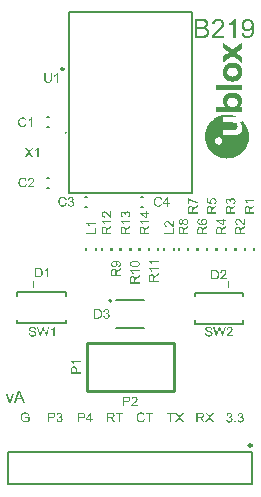
<source format=gto>
G04*
G04 #@! TF.GenerationSoftware,Altium Limited,Altium Designer,21.6.4 (81)*
G04*
G04 Layer_Color=65535*
%FSLAX44Y44*%
%MOMM*%
G71*
G04*
G04 #@! TF.SameCoordinates,FA297D3A-E3D9-4574-8739-6FC88F1804E8*
G04*
G04*
G04 #@! TF.FilePolarity,Positive*
G04*
G01*
G75*
%ADD10C,0.2540*%
%ADD11C,0.1270*%
%ADD12C,0.2000*%
%ADD13C,0.1016*%
G36*
X204277Y374580D02*
Y374492D01*
X204295Y374369D01*
Y374245D01*
X204312Y374104D01*
Y372447D01*
X204295Y372253D01*
Y372077D01*
X204260Y369592D01*
X201915Y367846D01*
X201563Y367600D01*
X201245Y367353D01*
X200963Y367141D01*
X200716Y366965D01*
X200522Y366824D01*
X200382Y366701D01*
X200293Y366630D01*
X200258Y366613D01*
X200029Y366436D01*
X199870Y366313D01*
X199747Y366207D01*
X199676Y366154D01*
X199624Y366101D01*
X199606Y366084D01*
Y366066D01*
X199641Y366031D01*
X199712Y365960D01*
X199835Y365854D01*
X199958Y365749D01*
X200082Y365661D01*
X200205Y365573D01*
X200276Y365502D01*
X200311Y365484D01*
X200575Y365290D01*
X200858Y365079D01*
X201140Y364867D01*
X201386Y364691D01*
X201615Y364515D01*
X201792Y364391D01*
X201862Y364338D01*
X201915Y364303D01*
X201933Y364268D01*
X201950D01*
X204260Y362593D01*
X204295Y360214D01*
X204330Y357834D01*
X200540Y360707D01*
X199958Y361130D01*
X199430Y361501D01*
X198971Y361835D01*
X198760Y361994D01*
X198566Y362118D01*
X198390Y362241D01*
X198231Y362364D01*
X198108Y362452D01*
X198002Y362541D01*
X197914Y362593D01*
X197843Y362646D01*
X197808Y362664D01*
X197790Y362682D01*
X197596Y362840D01*
X197402Y362964D01*
X197261Y363069D01*
X197120Y363175D01*
X197015Y363263D01*
X196909Y363334D01*
X196768Y363439D01*
X196680Y363510D01*
X196627Y363545D01*
X196609Y363563D01*
X196592D01*
X196539Y363528D01*
X196486Y363492D01*
X196398Y363439D01*
X196204Y363316D01*
X195992Y363175D01*
X195781Y363034D01*
X195604Y362911D01*
X195534Y362858D01*
X195481Y362823D01*
X195446Y362805D01*
X195428Y362787D01*
X194988Y362488D01*
X194529Y362153D01*
X194071Y361835D01*
X193648Y361536D01*
X193472Y361395D01*
X193295Y361254D01*
X193137Y361148D01*
X192995Y361042D01*
X192890Y360954D01*
X192802Y360901D01*
X192749Y360866D01*
X192731Y360848D01*
X192167Y360443D01*
X191656Y360073D01*
X191215Y359755D01*
X191004Y359614D01*
X190810Y359473D01*
X190651Y359350D01*
X190510Y359244D01*
X190369Y359156D01*
X190263Y359068D01*
X190175Y359015D01*
X190122Y358962D01*
X190087Y358945D01*
X190069Y358927D01*
X189876Y358786D01*
X189699Y358662D01*
X189541Y358557D01*
X189417Y358469D01*
X189294Y358398D01*
X189206Y358327D01*
X189065Y358239D01*
X188976Y358169D01*
X188924Y358151D01*
X188906Y358134D01*
X188888Y358169D01*
Y358239D01*
X188871Y358363D01*
Y358504D01*
X188853Y358627D01*
Y359138D01*
X188835Y359438D01*
Y363052D01*
X191180Y364726D01*
X191532Y364973D01*
X191832Y365202D01*
X192114Y365396D01*
X192361Y365573D01*
X192555Y365714D01*
X192714Y365819D01*
X192802Y365890D01*
X192837Y365907D01*
X193066Y366084D01*
X193225Y366225D01*
X193330Y366313D01*
X193419Y366383D01*
X193454Y366436D01*
X193472Y366454D01*
Y366471D01*
X193436Y366507D01*
X193366Y366577D01*
X193260Y366665D01*
X193137Y366754D01*
X193013Y366859D01*
X192907Y366930D01*
X192837Y367000D01*
X192802Y367018D01*
X192537Y367229D01*
X192273Y367423D01*
X191991Y367635D01*
X191744Y367811D01*
X191515Y367970D01*
X191339Y368111D01*
X191268Y368146D01*
X191215Y368181D01*
X191197Y368217D01*
X191180D01*
X188906Y369856D01*
X188871Y372148D01*
X188853Y372500D01*
Y374016D01*
X188871Y374175D01*
Y374298D01*
X188888Y374369D01*
Y374422D01*
X188906Y374439D01*
Y374457D01*
X188941Y374439D01*
X188994Y374404D01*
X189082Y374351D01*
X189170Y374298D01*
X189258Y374228D01*
X189347Y374175D01*
X189400Y374140D01*
X189417Y374122D01*
X189787Y373857D01*
X189964Y373716D01*
X190140Y373593D01*
X190281Y373487D01*
X190404Y373399D01*
X190475Y373329D01*
X190510Y373311D01*
X190774Y373117D01*
X191056Y372906D01*
X191356Y372694D01*
X191621Y372500D01*
X191867Y372306D01*
X192061Y372165D01*
X192132Y372112D01*
X192185Y372077D01*
X192220Y372059D01*
X192238Y372042D01*
X192625Y371760D01*
X192978Y371495D01*
X193313Y371266D01*
X193577Y371072D01*
X193824Y370896D01*
X194000Y370773D01*
X194053Y370720D01*
X194106Y370702D01*
X194124Y370667D01*
X194141D01*
X194459Y370438D01*
X194741Y370226D01*
X195005Y370050D01*
X195234Y369891D01*
X195410Y369750D01*
X195552Y369662D01*
X195640Y369592D01*
X195675Y369574D01*
X195904Y369415D01*
X196063Y369292D01*
X196186Y369204D01*
X196274Y369133D01*
X196327Y369080D01*
X196362Y369045D01*
X196380Y369027D01*
X196398D01*
X196451Y369045D01*
X196521Y369080D01*
X196592Y369116D01*
X196786Y369239D01*
X196997Y369362D01*
X197208Y369503D01*
X197385Y369627D01*
X197455Y369662D01*
X197508Y369697D01*
X197544Y369733D01*
X197561D01*
X198002Y370032D01*
X198460Y370367D01*
X198936Y370702D01*
X199377Y371019D01*
X199571Y371178D01*
X199764Y371301D01*
X199941Y371425D01*
X200082Y371531D01*
X200205Y371619D01*
X200293Y371689D01*
X200346Y371725D01*
X200364Y371742D01*
X200946Y372165D01*
X201457Y372571D01*
X201933Y372906D01*
X202144Y373064D01*
X202338Y373205D01*
X202514Y373329D01*
X202656Y373452D01*
X202796Y373540D01*
X202902Y373628D01*
X202990Y373681D01*
X203061Y373734D01*
X203096Y373752D01*
X203114Y373769D01*
X203308Y373910D01*
X203484Y374051D01*
X203643Y374157D01*
X203784Y374263D01*
X203889Y374333D01*
X203978Y374404D01*
X204119Y374510D01*
X204207Y374580D01*
X204242Y374598D01*
X204260Y374615D01*
X204277Y374580D01*
D02*
G37*
G36*
X197861Y357746D02*
X198143D01*
X198337D01*
X198495Y357728D01*
X198566D01*
X198601D01*
X198813Y357711D01*
X198989Y357675D01*
X199165Y357640D01*
X199306Y357605D01*
X199430Y357570D01*
X199535Y357534D01*
X199588Y357517D01*
X199606Y357499D01*
X199958Y357376D01*
X200293Y357217D01*
X200611Y357076D01*
X200910Y356917D01*
X201192Y356759D01*
X201457Y356600D01*
X201686Y356441D01*
X201898Y356283D01*
X202091Y356124D01*
X202268Y356001D01*
X202409Y355877D01*
X202532Y355771D01*
X202620Y355683D01*
X202691Y355613D01*
X202726Y355578D01*
X202744Y355560D01*
X202955Y355313D01*
X203149Y355066D01*
X203502Y354520D01*
X203784Y353974D01*
X204030Y353462D01*
X204119Y353215D01*
X204207Y353004D01*
X204260Y352810D01*
X204330Y352634D01*
X204365Y352493D01*
X204401Y352387D01*
X204418Y352317D01*
Y352299D01*
X204506Y351929D01*
X204559Y351523D01*
X204612Y351118D01*
X204630Y350712D01*
X204647Y350360D01*
X204665Y350201D01*
Y349813D01*
X204647Y349249D01*
X204630Y348756D01*
X204594Y348333D01*
X204559Y348139D01*
X204542Y347980D01*
X204524Y347822D01*
X204489Y347681D01*
X204471Y347575D01*
X204454Y347487D01*
X204436Y347416D01*
Y347346D01*
X204418Y347328D01*
Y347310D01*
X204312Y346922D01*
X204189Y346552D01*
X204048Y346200D01*
X203907Y345865D01*
X203748Y345565D01*
X203590Y345283D01*
X203431Y345019D01*
X203272Y344772D01*
X203131Y344560D01*
X202990Y344366D01*
X202867Y344208D01*
X202744Y344067D01*
X202656Y343961D01*
X202585Y343890D01*
X202550Y343838D01*
X202532Y343820D01*
X202268Y343573D01*
X202003Y343344D01*
X201721Y343133D01*
X201422Y342956D01*
X201140Y342780D01*
X200858Y342639D01*
X200329Y342375D01*
X200082Y342286D01*
X199853Y342198D01*
X199641Y342128D01*
X199465Y342057D01*
X199324Y342022D01*
X199218Y341987D01*
X199148Y341969D01*
X199130D01*
X198760Y341899D01*
X198337Y341863D01*
X197914Y341828D01*
X197508Y341793D01*
X197156D01*
X196997Y341775D01*
X196856D01*
X196750D01*
X196662D01*
X196609D01*
X196592D01*
X196010Y341793D01*
X195499Y341810D01*
X195287Y341828D01*
X195076Y341846D01*
X194882Y341863D01*
X194705Y341881D01*
X194547Y341899D01*
X194423Y341916D01*
X194300D01*
X194212Y341934D01*
X194124Y341951D01*
X194071Y341969D01*
X194053D01*
X194036D01*
X193665Y342075D01*
X193313Y342181D01*
X192978Y342322D01*
X192661Y342463D01*
X192361Y342621D01*
X192079Y342780D01*
X191814Y342939D01*
X191585Y343097D01*
X191374Y343256D01*
X191180Y343397D01*
X191021Y343520D01*
X190880Y343644D01*
X190774Y343732D01*
X190704Y343802D01*
X190651Y343855D01*
X190634Y343873D01*
X190387Y344155D01*
X190158Y344437D01*
X189946Y344737D01*
X189752Y345036D01*
X189576Y345318D01*
X189435Y345618D01*
X189170Y346165D01*
X189082Y346411D01*
X188994Y346640D01*
X188924Y346852D01*
X188853Y347028D01*
X188818Y347169D01*
X188783Y347275D01*
X188765Y347346D01*
Y347363D01*
X188730Y347539D01*
X188694Y347733D01*
X188659Y348156D01*
X188624Y348597D01*
X188606Y349055D01*
Y350466D01*
X188624Y350783D01*
X188641Y351065D01*
X188659Y351329D01*
X188677Y351558D01*
X188712Y351770D01*
X188730Y351964D01*
X188747Y352123D01*
X188783Y352264D01*
X188800Y352387D01*
X188818Y352493D01*
X188835Y352563D01*
X188853Y352634D01*
Y352669D01*
X188871Y352704D01*
X189118Y353374D01*
X189258Y353674D01*
X189400Y353974D01*
X189541Y354238D01*
X189682Y354485D01*
X189823Y354714D01*
X189964Y354925D01*
X190105Y355119D01*
X190228Y355278D01*
X190334Y355419D01*
X190422Y355542D01*
X190510Y355630D01*
X190563Y355701D01*
X190598Y355736D01*
X190616Y355754D01*
X191074Y356177D01*
X191532Y356530D01*
X192008Y356829D01*
X192449Y357058D01*
X192661Y357164D01*
X192837Y357235D01*
X193013Y357305D01*
X193154Y357358D01*
X193278Y357411D01*
X193366Y357446D01*
X193419Y357464D01*
X193436D01*
X193895Y357587D01*
X194106Y357622D01*
X194282Y357658D01*
X194441Y357693D01*
X194547D01*
X194617Y357711D01*
X194653D01*
X194776Y357728D01*
X194899D01*
X195217Y357746D01*
X195534D01*
X195869Y357763D01*
X196168D01*
X196292D01*
X196415D01*
X196503D01*
X196574D01*
X196627D01*
X196644D01*
X196891D01*
X197120D01*
X197332D01*
X197526D01*
X197861Y357746D01*
D02*
G37*
G36*
X204330Y335006D02*
X193472D01*
X182578D01*
Y339166D01*
X204330D01*
Y335006D01*
D02*
G37*
G36*
X197544Y332186D02*
X197966Y332168D01*
X198319Y332133D01*
X198478Y332115D01*
X198619Y332098D01*
X198742Y332080D01*
X198830Y332062D01*
X198918Y332045D01*
X198971D01*
X199007Y332027D01*
X199024D01*
X199412Y331957D01*
X199764Y331851D01*
X200100Y331763D01*
X200399Y331657D01*
X200646Y331551D01*
X200840Y331481D01*
X200910Y331445D01*
X200963Y331428D01*
X200981Y331410D01*
X200998D01*
X201298Y331251D01*
X201563Y331093D01*
X201827Y330934D01*
X202074Y330758D01*
X202303Y330582D01*
X202497Y330423D01*
X202691Y330264D01*
X202849Y330106D01*
X203008Y329947D01*
X203131Y329824D01*
X203255Y329700D01*
X203343Y329594D01*
X203414Y329506D01*
X203466Y329436D01*
X203484Y329401D01*
X203502Y329383D01*
X203801Y328907D01*
X204030Y328396D01*
X204224Y327885D01*
X204365Y327391D01*
X204436Y327180D01*
X204471Y326968D01*
X204506Y326774D01*
X204542Y326633D01*
X204559Y326492D01*
X204577Y326404D01*
X204594Y326333D01*
Y326316D01*
X204647Y325734D01*
X204665Y325205D01*
X204647Y324712D01*
X204630Y324482D01*
X204594Y324289D01*
X204577Y324095D01*
X204542Y323918D01*
X204524Y323777D01*
X204489Y323654D01*
X204471Y323566D01*
X204454Y323478D01*
X204436Y323442D01*
Y323425D01*
X204260Y322949D01*
X204048Y322508D01*
X203819Y322120D01*
X203607Y321786D01*
X203396Y321503D01*
X203308Y321398D01*
X203237Y321310D01*
X203167Y321239D01*
X203114Y321186D01*
X203096Y321151D01*
X203078Y321133D01*
X202902Y320939D01*
X202744Y320781D01*
X202656Y320657D01*
X202620Y320640D01*
Y320622D01*
X202550Y320552D01*
X202497Y320499D01*
X202426Y320428D01*
X202409Y320393D01*
X202426Y320375D01*
X202444D01*
X202550Y320358D01*
X202638Y320340D01*
X202673D01*
X202691D01*
X202902Y320322D01*
X203131D01*
X203237D01*
X203308D01*
X203361D01*
X203378D01*
X204330D01*
Y316303D01*
X193560D01*
X192749D01*
X191973D01*
X191621D01*
X191268D01*
X190951D01*
X190651D01*
X190369D01*
X190122D01*
X189911D01*
X189717D01*
X189576D01*
X189470D01*
X189400D01*
X189382D01*
X188677Y316321D01*
X188025D01*
X187725D01*
X187425Y316339D01*
X187178D01*
X186932D01*
X186702D01*
X186509D01*
X186350D01*
X186209D01*
X186085D01*
X186015D01*
X185962D01*
X185944D01*
X185416D01*
X184940D01*
X184534Y316356D01*
X184199D01*
X184058D01*
X183935D01*
X183829Y316374D01*
X183741D01*
X183671D01*
X183618D01*
X183600D01*
X183582D01*
X183424D01*
X183283D01*
X183177D01*
X183071Y316392D01*
X182913D01*
X182807Y316409D01*
X182754D01*
X182719Y316427D01*
X182701D01*
X182683Y316462D01*
X182666Y316550D01*
Y316656D01*
X182648Y316762D01*
Y316885D01*
X182631Y316991D01*
Y317079D01*
X182613Y317326D01*
X182595Y317572D01*
Y317819D01*
X182578Y318048D01*
Y320622D01*
X190651D01*
X190016Y321292D01*
X189752Y321592D01*
X189541Y321891D01*
X189364Y322156D01*
X189206Y322402D01*
X189100Y322596D01*
X189012Y322755D01*
X188976Y322861D01*
X188959Y322896D01*
X188853Y323213D01*
X188765Y323566D01*
X188694Y323901D01*
X188641Y324218D01*
X188606Y324500D01*
X188589Y324624D01*
Y324729D01*
X188571Y324818D01*
Y325575D01*
X188606Y326139D01*
X188624Y326404D01*
X188659Y326651D01*
X188694Y326880D01*
X188730Y327091D01*
X188765Y327285D01*
X188800Y327444D01*
X188835Y327603D01*
X188871Y327708D01*
X188906Y327814D01*
X188924Y327885D01*
X188941Y327920D01*
Y327938D01*
X189135Y328396D01*
X189347Y328837D01*
X189593Y329207D01*
X189823Y329559D01*
X190052Y329824D01*
X190140Y329947D01*
X190228Y330035D01*
X190299Y330106D01*
X190334Y330159D01*
X190369Y330194D01*
X190387Y330211D01*
X190792Y330564D01*
X191233Y330864D01*
X191656Y331128D01*
X192079Y331340D01*
X192255Y331428D01*
X192432Y331498D01*
X192590Y331569D01*
X192714Y331622D01*
X192819Y331657D01*
X192907Y331692D01*
X192960Y331710D01*
X192978D01*
X193577Y331886D01*
X194177Y332010D01*
X194776Y332098D01*
X195076Y332133D01*
X195340Y332150D01*
X195604Y332186D01*
X195834Y332203D01*
X196028D01*
X196204Y332221D01*
X196362D01*
X196468D01*
X196539D01*
X196556D01*
X197068D01*
X197544Y332186D01*
D02*
G37*
G36*
X192625Y313800D02*
X192925D01*
X193225Y313783D01*
X193507Y313765D01*
X193754Y313747D01*
X194000Y313730D01*
X194212Y313712D01*
X194406Y313677D01*
X194582Y313659D01*
X194723Y313642D01*
X194846Y313624D01*
X194952Y313606D01*
X195023D01*
X195058Y313589D01*
X195076D01*
X195534Y313518D01*
X195992Y313412D01*
X196433Y313307D01*
X196838Y313201D01*
X197032Y313148D01*
X197191Y313095D01*
X197350Y313060D01*
X197473Y313007D01*
X197579Y312989D01*
X197649Y312954D01*
X197702Y312936D01*
X197720D01*
X198231Y312760D01*
X198707Y312584D01*
X199112Y312425D01*
X199465Y312267D01*
X199624Y312196D01*
X199747Y312143D01*
X199870Y312090D01*
X199958Y312038D01*
X200029Y312002D01*
X200082Y311967D01*
X200117Y311949D01*
X200135D01*
X201069Y311473D01*
X194970D01*
X188835D01*
Y307190D01*
X193701Y307155D01*
X194282D01*
X194829Y307137D01*
X195305D01*
X195728Y307119D01*
X196116D01*
X196468D01*
X196768Y307102D01*
X197015D01*
X197244Y307084D01*
X197420D01*
X197561D01*
X197684D01*
X197773Y307066D01*
X197826D01*
X197861D01*
X197878D01*
X198178Y307049D01*
X198442Y307014D01*
X198654Y306978D01*
X198830Y306943D01*
X198971Y306908D01*
X199059Y306873D01*
X199112Y306855D01*
X199130D01*
X199482Y306679D01*
X199764Y306485D01*
X200011Y306291D01*
X200205Y306097D01*
X200346Y305921D01*
X200452Y305780D01*
X200505Y305692D01*
X200522Y305674D01*
Y305656D01*
X200646Y305357D01*
X200734Y305022D01*
X200805Y304669D01*
X200840Y304334D01*
X200858Y304052D01*
X200875Y303929D01*
Y303594D01*
X200840Y303277D01*
X200805Y303012D01*
X200769Y302783D01*
X200716Y302607D01*
X200681Y302466D01*
X200664Y302360D01*
X200628Y302307D01*
Y302289D01*
X200540Y302131D01*
X200434Y301990D01*
X200311Y301849D01*
X200170Y301725D01*
X200064Y301637D01*
X199958Y301549D01*
X199888Y301496D01*
X199870Y301479D01*
X199782Y301426D01*
X199676Y301373D01*
X199430Y301267D01*
X199148Y301196D01*
X198883Y301126D01*
X198619Y301091D01*
X198407Y301056D01*
X198337D01*
X198266Y301038D01*
X198231D01*
X198213D01*
X197949Y301020D01*
X197649Y301003D01*
X197314D01*
X196944Y300985D01*
X196574D01*
X196168Y300967D01*
X195375D01*
X195005Y300950D01*
X194653D01*
X194318D01*
X194036D01*
X193806D01*
X193630D01*
X193560D01*
X193507D01*
X193489D01*
X193472D01*
X188906D01*
X188835Y296631D01*
X194600Y296666D01*
X195270Y296684D01*
X195886D01*
X196451Y296701D01*
X196944D01*
X197402Y296719D01*
X197808D01*
X198160Y296737D01*
X198460D01*
X198724Y296754D01*
X198954D01*
X199130D01*
X199271Y296772D01*
X199377D01*
X199465D01*
X199500D01*
X199518D01*
X199906Y296790D01*
X200240Y296825D01*
X200522Y296860D01*
X200734Y296895D01*
X200910Y296913D01*
X201016Y296948D01*
X201087Y296966D01*
X201104D01*
X201404Y297072D01*
X201668Y297195D01*
X202180Y297477D01*
X202409Y297636D01*
X202620Y297777D01*
X202814Y297935D01*
X202990Y298094D01*
X203131Y298235D01*
X203272Y298376D01*
X203396Y298500D01*
X203484Y298605D01*
X203554Y298693D01*
X203607Y298764D01*
X203643Y298799D01*
X203660Y298817D01*
X203819Y299063D01*
X203978Y299328D01*
X204224Y299874D01*
X204401Y300421D01*
X204524Y300932D01*
X204577Y301161D01*
X204612Y301390D01*
X204647Y301567D01*
X204665Y301743D01*
X204683Y301866D01*
X204700Y301972D01*
Y302060D01*
X204718Y302589D01*
Y303083D01*
X204683Y303506D01*
X204647Y303876D01*
X204612Y304035D01*
X204594Y304175D01*
X204559Y304299D01*
X204542Y304405D01*
X204524Y304493D01*
X204506Y304546D01*
X204489Y304581D01*
Y304599D01*
X204348Y304986D01*
X204171Y305357D01*
X203995Y305692D01*
X203801Y305991D01*
X203643Y306238D01*
X203502Y306414D01*
X203449Y306485D01*
X203414Y306538D01*
X203378Y306555D01*
Y306573D01*
X203220Y306731D01*
X203096Y306855D01*
X203026Y306943D01*
X202990Y306978D01*
X202885Y307102D01*
X202832Y307190D01*
X202814Y307225D01*
Y307243D01*
X202832Y307260D01*
X202849D01*
X202920Y307278D01*
X203008Y307296D01*
X203026D01*
X203043D01*
X203220Y307313D01*
X203396D01*
X203466D01*
X203537D01*
X203572D01*
X203590D01*
X204330D01*
Y309164D01*
X205458Y308054D01*
X206093Y307331D01*
X206675Y306590D01*
X206939Y306220D01*
X207186Y305868D01*
X207415Y305533D01*
X207609Y305216D01*
X207803Y304916D01*
X207961Y304634D01*
X208102Y304387D01*
X208226Y304193D01*
X208314Y304017D01*
X208384Y303894D01*
X208420Y303823D01*
X208437Y303788D01*
X208860Y302889D01*
X209231Y302007D01*
X209389Y301567D01*
X209530Y301144D01*
X209671Y300738D01*
X209777Y300368D01*
X209883Y300015D01*
X209989Y299698D01*
X210059Y299416D01*
X210130Y299169D01*
X210165Y298975D01*
X210200Y298834D01*
X210235Y298746D01*
Y298711D01*
X210288Y298482D01*
X210324Y298217D01*
X210394Y297671D01*
X210429Y297107D01*
X210464Y296543D01*
X210482Y296296D01*
Y296049D01*
X210500Y295838D01*
Y294868D01*
X210482Y294480D01*
Y294128D01*
X210464Y293775D01*
X210429Y293476D01*
X210412Y293176D01*
X210394Y292911D01*
X210359Y292682D01*
X210341Y292471D01*
X210324Y292295D01*
X210288Y292136D01*
X210271Y291995D01*
X210253Y291907D01*
Y291819D01*
X210235Y291783D01*
Y291766D01*
X210041Y290937D01*
X209830Y290162D01*
X209706Y289791D01*
X209601Y289439D01*
X209477Y289122D01*
X209372Y288804D01*
X209266Y288540D01*
X209178Y288275D01*
X209090Y288064D01*
X209001Y287888D01*
X208948Y287729D01*
X208896Y287623D01*
X208878Y287553D01*
X208860Y287535D01*
X208508Y286795D01*
X208138Y286107D01*
X207961Y285790D01*
X207768Y285473D01*
X207591Y285191D01*
X207415Y284926D01*
X207256Y284679D01*
X207115Y284468D01*
X206974Y284274D01*
X206868Y284115D01*
X206763Y283992D01*
X206692Y283886D01*
X206657Y283833D01*
X206639Y283816D01*
X206128Y283199D01*
X205599Y282617D01*
X205088Y282088D01*
X204841Y281859D01*
X204612Y281630D01*
X204401Y281436D01*
X204207Y281260D01*
X204030Y281101D01*
X203872Y280978D01*
X203748Y280872D01*
X203660Y280801D01*
X203607Y280749D01*
X203590Y280731D01*
X202938Y280237D01*
X202285Y279779D01*
X201651Y279373D01*
X201351Y279197D01*
X201069Y279039D01*
X200805Y278898D01*
X200575Y278757D01*
X200364Y278651D01*
X200188Y278563D01*
X200029Y278492D01*
X199923Y278439D01*
X199853Y278404D01*
X199835Y278386D01*
X199024Y278034D01*
X198213Y277717D01*
X197455Y277470D01*
X197103Y277364D01*
X196768Y277258D01*
X196451Y277188D01*
X196168Y277117D01*
X195922Y277047D01*
X195710Y277011D01*
X195534Y276976D01*
X195410Y276941D01*
X195340Y276923D01*
X195305D01*
X194423Y276782D01*
X193577Y276694D01*
X193172Y276659D01*
X192784Y276641D01*
X192414Y276624D01*
X192061D01*
X191744Y276606D01*
X191462Y276624D01*
X191197D01*
X190986D01*
X190810D01*
X190686Y276641D01*
X190616D01*
X190581D01*
X189699Y276729D01*
X188853Y276853D01*
X188448Y276941D01*
X188060Y277011D01*
X187707Y277082D01*
X187355Y277170D01*
X187055Y277241D01*
X186773Y277311D01*
X186526Y277382D01*
X186315Y277435D01*
X186156Y277487D01*
X186033Y277523D01*
X185944Y277558D01*
X185927D01*
X185098Y277875D01*
X184305Y278210D01*
X183953Y278386D01*
X183600Y278563D01*
X183265Y278739D01*
X182965Y278898D01*
X182683Y279056D01*
X182437Y279197D01*
X182225Y279321D01*
X182031Y279426D01*
X181890Y279515D01*
X181784Y279585D01*
X181714Y279620D01*
X181696Y279638D01*
X181062Y280096D01*
X180462Y280555D01*
X179933Y281013D01*
X179687Y281224D01*
X179458Y281436D01*
X179246Y281612D01*
X179070Y281789D01*
X178911Y281929D01*
X178770Y282071D01*
X178664Y282176D01*
X178594Y282247D01*
X178541Y282300D01*
X178523Y282317D01*
X178012Y282864D01*
X177536Y283428D01*
X177131Y283957D01*
X176761Y284450D01*
X176619Y284662D01*
X176479Y284873D01*
X176355Y285050D01*
X176249Y285191D01*
X176179Y285314D01*
X176126Y285420D01*
X176091Y285473D01*
X176073Y285490D01*
X175703Y286143D01*
X175368Y286812D01*
X175068Y287429D01*
X174945Y287729D01*
X174821Y287993D01*
X174716Y288258D01*
X174628Y288487D01*
X174557Y288681D01*
X174487Y288857D01*
X174434Y288998D01*
X174398Y289104D01*
X174363Y289174D01*
Y289192D01*
X174134Y289932D01*
X173923Y290655D01*
X173764Y291360D01*
X173693Y291678D01*
X173623Y291995D01*
X173570Y292277D01*
X173517Y292541D01*
X173482Y292771D01*
X173447Y292964D01*
X173429Y293123D01*
X173411Y293229D01*
X173394Y293317D01*
Y293335D01*
X173376Y293493D01*
Y294956D01*
X173394Y295168D01*
Y295362D01*
X173411Y295538D01*
Y295838D01*
X173429Y295926D01*
Y296014D01*
X173447Y296367D01*
X173464Y296701D01*
X173482Y297001D01*
X173499Y297283D01*
X173517Y297530D01*
X173535Y297759D01*
X173552Y297953D01*
X173570Y298147D01*
X173588Y298306D01*
X173605Y298429D01*
X173623Y298552D01*
X173640Y298640D01*
Y298711D01*
X173658Y298764D01*
Y298799D01*
X173782Y299328D01*
X173923Y299857D01*
X174063Y300350D01*
X174222Y300844D01*
X174381Y301320D01*
X174540Y301761D01*
X174716Y302184D01*
X174874Y302571D01*
X175015Y302924D01*
X175156Y303241D01*
X175297Y303523D01*
X175403Y303752D01*
X175509Y303946D01*
X175579Y304087D01*
X175615Y304158D01*
X175632Y304193D01*
X176179Y305092D01*
X176461Y305515D01*
X176743Y305938D01*
X177025Y306308D01*
X177307Y306679D01*
X177571Y307014D01*
X177836Y307331D01*
X178065Y307613D01*
X178294Y307860D01*
X178488Y308071D01*
X178664Y308265D01*
X178805Y308406D01*
X178911Y308512D01*
X178982Y308582D01*
X178999Y308600D01*
X179757Y309305D01*
X180145Y309622D01*
X180533Y309922D01*
X180921Y310204D01*
X181291Y310486D01*
X181643Y310733D01*
X181978Y310944D01*
X182296Y311156D01*
X182578Y311332D01*
X182842Y311491D01*
X183054Y311614D01*
X183230Y311702D01*
X183371Y311791D01*
X183441Y311826D01*
X183477Y311843D01*
X183953Y312073D01*
X184429Y312284D01*
X184887Y312478D01*
X185363Y312654D01*
X185821Y312813D01*
X186262Y312954D01*
X186685Y313078D01*
X187090Y313201D01*
X187460Y313289D01*
X187795Y313377D01*
X188095Y313448D01*
X188342Y313500D01*
X188553Y313536D01*
X188712Y313571D01*
X188800Y313589D01*
X188835D01*
X189329Y313659D01*
X189858Y313730D01*
X190369Y313765D01*
X190863Y313783D01*
X191092Y313800D01*
X191303D01*
X191480Y313818D01*
X191638D01*
X191779D01*
X191867D01*
X191938D01*
X191956D01*
X192625Y313800D01*
D02*
G37*
G36*
X209696Y394988D02*
X209837Y394977D01*
X210001Y394953D01*
X210177Y394930D01*
X210376Y394894D01*
X210599Y394847D01*
X210822Y394789D01*
X211069Y394718D01*
X211315Y394636D01*
X211562Y394542D01*
X211820Y394425D01*
X212066Y394296D01*
X212313Y394143D01*
X212325Y394132D01*
X212371Y394108D01*
X212442Y394049D01*
X212524Y393991D01*
X212641Y393897D01*
X212770Y393791D01*
X212899Y393662D01*
X213052Y393521D01*
X213216Y393357D01*
X213381Y393169D01*
X213545Y392970D01*
X213709Y392747D01*
X213874Y392512D01*
X214026Y392266D01*
X214179Y391996D01*
X214308Y391702D01*
X214319Y391679D01*
X214343Y391632D01*
X214366Y391538D01*
X214413Y391409D01*
X214472Y391245D01*
X214531Y391045D01*
X214589Y390811D01*
X214660Y390541D01*
X214718Y390236D01*
X214777Y389895D01*
X214836Y389532D01*
X214894Y389121D01*
X214941Y388675D01*
X214965Y388205D01*
X214988Y387689D01*
X215000Y387149D01*
Y387138D01*
Y387114D01*
Y387067D01*
Y387009D01*
Y386938D01*
Y386856D01*
X214988Y386750D01*
Y386633D01*
Y386504D01*
X214977Y386375D01*
X214965Y386070D01*
X214941Y385729D01*
X214918Y385366D01*
X214883Y384978D01*
X214836Y384580D01*
X214777Y384157D01*
X214718Y383746D01*
X214636Y383336D01*
X214542Y382937D01*
X214437Y382561D01*
X214319Y382197D01*
X214308Y382174D01*
X214284Y382115D01*
X214249Y382021D01*
X214190Y381892D01*
X214120Y381740D01*
X214038Y381564D01*
X213932Y381364D01*
X213815Y381153D01*
X213674Y380930D01*
X213533Y380707D01*
X213357Y380472D01*
X213181Y380238D01*
X212982Y380015D01*
X212770Y379792D01*
X212547Y379580D01*
X212301Y379393D01*
X212289Y379381D01*
X212242Y379357D01*
X212172Y379299D01*
X212066Y379240D01*
X211937Y379170D01*
X211785Y379088D01*
X211609Y379006D01*
X211409Y378912D01*
X211198Y378818D01*
X210951Y378736D01*
X210705Y378653D01*
X210423Y378583D01*
X210130Y378524D01*
X209825Y378477D01*
X209508Y378442D01*
X209179Y378430D01*
X209097D01*
X208992Y378442D01*
X208863D01*
X208698Y378466D01*
X208511Y378489D01*
X208299Y378524D01*
X208076Y378559D01*
X207830Y378618D01*
X207572Y378689D01*
X207314Y378771D01*
X207055Y378876D01*
X206797Y378994D01*
X206539Y379134D01*
X206293Y379299D01*
X206058Y379487D01*
X206046Y379498D01*
X206011Y379534D01*
X205941Y379592D01*
X205870Y379686D01*
X205776Y379792D01*
X205659Y379921D01*
X205542Y380073D01*
X205424Y380261D01*
X205295Y380461D01*
X205178Y380684D01*
X205049Y380918D01*
X204943Y381188D01*
X204838Y381482D01*
X204744Y381787D01*
X204673Y382115D01*
X204615Y382467D01*
X206528Y382643D01*
Y382631D01*
X206539Y382585D01*
X206551Y382514D01*
X206574Y382420D01*
X206598Y382315D01*
X206633Y382186D01*
X206680Y382033D01*
X206727Y381892D01*
X206856Y381564D01*
X207020Y381235D01*
X207220Y380930D01*
X207325Y380789D01*
X207454Y380672D01*
X207466Y380660D01*
X207490Y380648D01*
X207525Y380613D01*
X207584Y380578D01*
X207642Y380531D01*
X207724Y380484D01*
X207830Y380425D01*
X207936Y380378D01*
X208053Y380320D01*
X208194Y380261D01*
X208487Y380167D01*
X208827Y380097D01*
X209015Y380085D01*
X209215Y380073D01*
X209309D01*
X209367Y380085D01*
X209449D01*
X209543Y380097D01*
X209766Y380120D01*
X210013Y380179D01*
X210294Y380249D01*
X210564Y380343D01*
X210834Y380484D01*
X210846D01*
X210869Y380508D01*
X210905Y380531D01*
X210951Y380566D01*
X211081Y380660D01*
X211233Y380789D01*
X211409Y380942D01*
X211597Y381141D01*
X211785Y381364D01*
X211961Y381611D01*
Y381622D01*
X211984Y381646D01*
X212008Y381681D01*
X212031Y381740D01*
X212078Y381810D01*
X212113Y381892D01*
X212172Y381998D01*
X212219Y382115D01*
X212278Y382244D01*
X212336Y382385D01*
X212395Y382538D01*
X212465Y382702D01*
X212524Y382890D01*
X212583Y383077D01*
X212641Y383289D01*
X212700Y383500D01*
Y383512D01*
X212712Y383559D01*
X212724Y383617D01*
X212747Y383711D01*
X212770Y383817D01*
X212794Y383946D01*
X212829Y384087D01*
X212852Y384251D01*
X212876Y384427D01*
X212911Y384626D01*
X212958Y385037D01*
X212993Y385483D01*
X213005Y385941D01*
Y385952D01*
Y385964D01*
Y385999D01*
Y386035D01*
Y386093D01*
Y386164D01*
Y386246D01*
Y386340D01*
X212993Y386328D01*
X212982Y386293D01*
X212946Y386246D01*
X212899Y386175D01*
X212829Y386093D01*
X212759Y385999D01*
X212677Y385894D01*
X212571Y385788D01*
X212465Y385659D01*
X212336Y385542D01*
X212207Y385413D01*
X212055Y385284D01*
X211738Y385025D01*
X211362Y384791D01*
X211350Y384779D01*
X211315Y384767D01*
X211257Y384732D01*
X211186Y384697D01*
X211081Y384650D01*
X210975Y384603D01*
X210846Y384556D01*
X210693Y384497D01*
X210529Y384439D01*
X210365Y384392D01*
X209977Y384298D01*
X209567Y384227D01*
X209344Y384216D01*
X209121Y384204D01*
X209027D01*
X208921Y384216D01*
X208781Y384227D01*
X208616Y384251D01*
X208405Y384286D01*
X208182Y384321D01*
X207936Y384392D01*
X207677Y384462D01*
X207396Y384556D01*
X207114Y384673D01*
X206833Y384814D01*
X206539Y384990D01*
X206258Y385178D01*
X205976Y385401D01*
X205706Y385659D01*
X205694Y385671D01*
X205647Y385729D01*
X205577Y385812D01*
X205495Y385929D01*
X205389Y386070D01*
X205272Y386246D01*
X205143Y386457D01*
X205014Y386692D01*
X204885Y386950D01*
X204755Y387243D01*
X204638Y387560D01*
X204533Y387900D01*
X204450Y388264D01*
X204380Y388663D01*
X204333Y389074D01*
X204321Y389508D01*
Y389520D01*
Y389532D01*
Y389567D01*
Y389614D01*
X204333Y389672D01*
Y389743D01*
X204345Y389919D01*
X204368Y390130D01*
X204403Y390377D01*
X204439Y390646D01*
X204509Y390940D01*
X204580Y391245D01*
X204673Y391573D01*
X204791Y391902D01*
X204932Y392231D01*
X205108Y392559D01*
X205295Y392888D01*
X205518Y393193D01*
X205776Y393486D01*
X205788Y393498D01*
X205847Y393557D01*
X205929Y393627D01*
X206035Y393721D01*
X206175Y393838D01*
X206352Y393967D01*
X206551Y394108D01*
X206774Y394249D01*
X207032Y394390D01*
X207302Y394519D01*
X207607Y394648D01*
X207936Y394765D01*
X208276Y394859D01*
X208640Y394930D01*
X209027Y394988D01*
X209426Y395000D01*
X209578D01*
X209696Y394988D01*
D02*
G37*
G36*
X199217Y378700D02*
X197222D01*
Y391397D01*
X197210Y391386D01*
X197187Y391362D01*
X197151Y391327D01*
X197093Y391280D01*
X197022Y391221D01*
X196928Y391139D01*
X196823Y391057D01*
X196717Y390963D01*
X196576Y390869D01*
X196436Y390752D01*
X196283Y390646D01*
X196119Y390517D01*
X195931Y390400D01*
X195743Y390271D01*
X195321Y390013D01*
X195309Y390001D01*
X195274Y389977D01*
X195203Y389942D01*
X195121Y389907D01*
X195027Y389848D01*
X194910Y389778D01*
X194769Y389708D01*
X194628Y389626D01*
X194300Y389461D01*
X193948Y389297D01*
X193584Y389133D01*
X193232Y388992D01*
Y390916D01*
X193255Y390928D01*
X193302Y390951D01*
X193396Y390998D01*
X193514Y391057D01*
X193654Y391128D01*
X193830Y391221D01*
X194018Y391327D01*
X194218Y391444D01*
X194441Y391585D01*
X194675Y391726D01*
X195168Y392055D01*
X195673Y392418D01*
X196154Y392817D01*
X196166Y392829D01*
X196213Y392864D01*
X196271Y392923D01*
X196353Y393005D01*
X196459Y393111D01*
X196576Y393228D01*
X196705Y393369D01*
X196846Y393510D01*
X196987Y393674D01*
X197140Y393850D01*
X197433Y394214D01*
X197703Y394601D01*
X197820Y394800D01*
X197926Y395000D01*
X199217D01*
Y378700D01*
D02*
G37*
G36*
X184701Y394988D02*
X184865Y394977D01*
X185065Y394965D01*
X185287Y394930D01*
X185546Y394894D01*
X185816Y394836D01*
X186109Y394765D01*
X186402Y394683D01*
X186719Y394577D01*
X187024Y394449D01*
X187329Y394296D01*
X187623Y394132D01*
X187904Y393932D01*
X188174Y393697D01*
X188186Y393686D01*
X188233Y393639D01*
X188303Y393568D01*
X188386Y393463D01*
X188491Y393345D01*
X188608Y393193D01*
X188738Y393017D01*
X188867Y392817D01*
X188984Y392594D01*
X189113Y392348D01*
X189230Y392078D01*
X189336Y391796D01*
X189418Y391491D01*
X189489Y391175D01*
X189536Y390834D01*
X189547Y390482D01*
Y390470D01*
Y390435D01*
Y390388D01*
Y390318D01*
X189536Y390224D01*
X189524Y390130D01*
X189512Y390013D01*
X189500Y389884D01*
X189453Y389590D01*
X189383Y389262D01*
X189277Y388921D01*
X189148Y388569D01*
Y388558D01*
X189125Y388522D01*
X189101Y388475D01*
X189066Y388405D01*
X189031Y388323D01*
X188972Y388217D01*
X188913Y388100D01*
X188831Y387971D01*
X188749Y387830D01*
X188655Y387677D01*
X188421Y387337D01*
X188292Y387161D01*
X188151Y386973D01*
X187987Y386786D01*
X187822Y386586D01*
X187810Y386574D01*
X187775Y386539D01*
X187728Y386480D01*
X187646Y386398D01*
X187541Y386293D01*
X187411Y386164D01*
X187271Y386011D01*
X187095Y385835D01*
X186895Y385647D01*
X186660Y385436D01*
X186414Y385201D01*
X186132Y384943D01*
X185827Y384673D01*
X185499Y384380D01*
X185135Y384063D01*
X184748Y383735D01*
X184724Y383723D01*
X184666Y383664D01*
X184583Y383594D01*
X184466Y383488D01*
X184314Y383371D01*
X184161Y383230D01*
X183985Y383077D01*
X183797Y382913D01*
X183398Y382573D01*
X183210Y382397D01*
X183023Y382233D01*
X182847Y382068D01*
X182694Y381927D01*
X182553Y381798D01*
X182448Y381681D01*
X182424Y381657D01*
X182365Y381587D01*
X182272Y381482D01*
X182154Y381352D01*
X182025Y381188D01*
X181884Y381012D01*
X181744Y380813D01*
X181614Y380613D01*
X189571D01*
Y378700D01*
X178845D01*
Y378712D01*
Y378736D01*
Y378771D01*
Y378818D01*
Y378888D01*
X178857Y378959D01*
X178869Y379146D01*
X178892Y379346D01*
X178927Y379580D01*
X178986Y379827D01*
X179068Y380073D01*
Y380085D01*
X179091Y380120D01*
X179115Y380179D01*
X179150Y380261D01*
X179185Y380367D01*
X179244Y380484D01*
X179314Y380613D01*
X179385Y380754D01*
X179467Y380918D01*
X179573Y381082D01*
X179796Y381446D01*
X180065Y381834D01*
X180382Y382233D01*
X180394Y382244D01*
X180429Y382280D01*
X180476Y382338D01*
X180547Y382420D01*
X180641Y382526D01*
X180758Y382643D01*
X180887Y382784D01*
X181051Y382937D01*
X181227Y383113D01*
X181415Y383300D01*
X181626Y383500D01*
X181861Y383723D01*
X182119Y383946D01*
X182389Y384180D01*
X182682Y384427D01*
X182987Y384685D01*
X182999Y384697D01*
X183023Y384709D01*
X183058Y384744D01*
X183105Y384779D01*
X183164Y384838D01*
X183234Y384896D01*
X183410Y385049D01*
X183633Y385225D01*
X183868Y385448D01*
X184137Y385683D01*
X184419Y385941D01*
X184724Y386211D01*
X185018Y386492D01*
X185323Y386774D01*
X185604Y387067D01*
X185886Y387349D01*
X186132Y387619D01*
X186367Y387889D01*
X186555Y388135D01*
X186567Y388147D01*
X186590Y388194D01*
X186637Y388264D01*
X186707Y388346D01*
X186778Y388464D01*
X186848Y388593D01*
X186942Y388745D01*
X187024Y388910D01*
X187106Y389086D01*
X187200Y389273D01*
X187353Y389684D01*
X187411Y389895D01*
X187458Y390107D01*
X187482Y390318D01*
X187494Y390529D01*
Y390541D01*
Y390588D01*
Y390646D01*
X187482Y390728D01*
X187470Y390834D01*
X187447Y390951D01*
X187423Y391081D01*
X187388Y391221D01*
X187341Y391374D01*
X187282Y391538D01*
X187212Y391702D01*
X187130Y391867D01*
X187036Y392043D01*
X186919Y392207D01*
X186789Y392371D01*
X186637Y392524D01*
X186625Y392536D01*
X186602Y392559D01*
X186555Y392594D01*
X186484Y392653D01*
X186402Y392712D01*
X186297Y392782D01*
X186179Y392864D01*
X186050Y392935D01*
X185898Y393017D01*
X185733Y393087D01*
X185546Y393158D01*
X185358Y393216D01*
X185147Y393275D01*
X184924Y393310D01*
X184689Y393334D01*
X184443Y393345D01*
X184302D01*
X184208Y393334D01*
X184079Y393322D01*
X183938Y393298D01*
X183785Y393275D01*
X183609Y393240D01*
X183433Y393193D01*
X183246Y393134D01*
X183058Y393064D01*
X182858Y392982D01*
X182671Y392876D01*
X182483Y392759D01*
X182295Y392630D01*
X182131Y392477D01*
X182119Y392465D01*
X182096Y392442D01*
X182049Y392383D01*
X182002Y392324D01*
X181931Y392231D01*
X181861Y392125D01*
X181779Y391996D01*
X181708Y391855D01*
X181626Y391702D01*
X181544Y391515D01*
X181474Y391327D01*
X181403Y391116D01*
X181356Y390881D01*
X181309Y390635D01*
X181286Y390377D01*
X181274Y390095D01*
X179221Y390306D01*
Y390318D01*
Y390330D01*
X179232Y390365D01*
Y390412D01*
X179244Y390529D01*
X179279Y390682D01*
X179314Y390869D01*
X179361Y391092D01*
X179420Y391339D01*
X179491Y391597D01*
X179584Y391879D01*
X179690Y392160D01*
X179819Y392453D01*
X179972Y392747D01*
X180136Y393029D01*
X180335Y393298D01*
X180547Y393557D01*
X180793Y393791D01*
X180805Y393803D01*
X180852Y393838D01*
X180934Y393909D01*
X181040Y393979D01*
X181180Y394073D01*
X181345Y394179D01*
X181544Y394284D01*
X181767Y394402D01*
X182025Y394507D01*
X182295Y394613D01*
X182600Y394718D01*
X182929Y394812D01*
X183281Y394894D01*
X183656Y394953D01*
X184055Y394988D01*
X184478Y395000D01*
X184583D01*
X184701Y394988D01*
D02*
G37*
G36*
X171077Y394930D02*
X171241D01*
X171417Y394918D01*
X171628Y394894D01*
X171839Y394883D01*
X172074Y394847D01*
X172320Y394824D01*
X172813Y394730D01*
X173306Y394601D01*
X173541Y394531D01*
X173752Y394437D01*
X173764D01*
X173799Y394413D01*
X173858Y394390D01*
X173940Y394343D01*
X174034Y394296D01*
X174139Y394226D01*
X174268Y394155D01*
X174398Y394061D01*
X174538Y393967D01*
X174679Y393850D01*
X174820Y393733D01*
X174973Y393592D01*
X175113Y393439D01*
X175254Y393287D01*
X175383Y393111D01*
X175512Y392923D01*
X175524Y392911D01*
X175536Y392876D01*
X175571Y392817D01*
X175618Y392747D01*
X175665Y392653D01*
X175712Y392536D01*
X175771Y392418D01*
X175841Y392277D01*
X175900Y392113D01*
X175958Y391949D01*
X176052Y391585D01*
X176134Y391186D01*
X176146Y390987D01*
X176158Y390775D01*
Y390764D01*
Y390728D01*
Y390670D01*
X176146Y390599D01*
Y390506D01*
X176123Y390400D01*
X176111Y390271D01*
X176087Y390142D01*
X176017Y389837D01*
X175911Y389508D01*
X175853Y389332D01*
X175771Y389168D01*
X175688Y388992D01*
X175583Y388816D01*
X175571Y388804D01*
X175559Y388781D01*
X175524Y388734D01*
X175477Y388663D01*
X175418Y388581D01*
X175348Y388499D01*
X175254Y388393D01*
X175160Y388288D01*
X175043Y388170D01*
X174926Y388053D01*
X174785Y387936D01*
X174632Y387807D01*
X174456Y387677D01*
X174280Y387560D01*
X174093Y387443D01*
X173881Y387337D01*
X173893D01*
X173952Y387314D01*
X174022Y387290D01*
X174128Y387255D01*
X174245Y387208D01*
X174386Y387149D01*
X174550Y387079D01*
X174714Y386985D01*
X174902Y386891D01*
X175090Y386786D01*
X175278Y386668D01*
X175466Y386527D01*
X175641Y386387D01*
X175829Y386222D01*
X175993Y386046D01*
X176146Y385859D01*
X176158Y385847D01*
X176181Y385812D01*
X176217Y385753D01*
X176275Y385671D01*
X176334Y385577D01*
X176404Y385460D01*
X176475Y385319D01*
X176545Y385166D01*
X176616Y384990D01*
X176698Y384803D01*
X176756Y384603D01*
X176815Y384380D01*
X176874Y384157D01*
X176909Y383911D01*
X176932Y383664D01*
X176944Y383406D01*
Y383394D01*
Y383359D01*
Y383289D01*
X176932Y383206D01*
Y383113D01*
X176921Y382995D01*
X176909Y382854D01*
X176885Y382714D01*
X176827Y382385D01*
X176733Y382021D01*
X176616Y381646D01*
X176451Y381270D01*
Y381259D01*
X176428Y381223D01*
X176404Y381176D01*
X176369Y381106D01*
X176322Y381024D01*
X176263Y380930D01*
X176123Y380719D01*
X175947Y380472D01*
X175747Y380226D01*
X175524Y379980D01*
X175266Y379768D01*
X175254D01*
X175231Y379745D01*
X175196Y379721D01*
X175137Y379686D01*
X175067Y379639D01*
X174984Y379592D01*
X174890Y379534D01*
X174785Y379475D01*
X174656Y379404D01*
X174527Y379346D01*
X174222Y379205D01*
X173881Y379088D01*
X173494Y378970D01*
X173482D01*
X173447Y378959D01*
X173388Y378947D01*
X173306Y378923D01*
X173201Y378912D01*
X173072Y378888D01*
X172931Y378865D01*
X172766Y378841D01*
X172590Y378806D01*
X172391Y378783D01*
X172168Y378759D01*
X171945Y378747D01*
X171699Y378724D01*
X171440Y378712D01*
X171159Y378700D01*
X164693D01*
Y394941D01*
X170948D01*
X171077Y394930D01*
D02*
G37*
G36*
X50076Y61541D02*
X50135D01*
X50205Y61529D01*
X50282Y61523D01*
X50364Y61511D01*
X50458Y61494D01*
X50551Y61476D01*
X50757Y61423D01*
X50868Y61394D01*
X50974Y61353D01*
X51080Y61312D01*
X51185Y61259D01*
X51191Y61253D01*
X51209Y61247D01*
X51238Y61230D01*
X51279Y61206D01*
X51326Y61177D01*
X51379Y61142D01*
X51437Y61101D01*
X51502Y61054D01*
X51643Y60942D01*
X51784Y60807D01*
X51919Y60655D01*
X51983Y60567D01*
X52042Y60479D01*
X52048Y60473D01*
X52053Y60455D01*
X52071Y60432D01*
X52089Y60391D01*
X52112Y60350D01*
X52136Y60291D01*
X52165Y60232D01*
X52194Y60162D01*
X52218Y60086D01*
X52247Y60009D01*
X52294Y59833D01*
X52329Y59640D01*
X52335Y59540D01*
X52341Y59434D01*
Y59428D01*
Y59411D01*
Y59381D01*
X52335Y59346D01*
Y59299D01*
X52323Y59247D01*
X52318Y59182D01*
X52306Y59117D01*
X52271Y58965D01*
X52218Y58806D01*
X52188Y58724D01*
X52147Y58636D01*
X52106Y58554D01*
X52053Y58472D01*
X52048Y58466D01*
X52042Y58454D01*
X52024Y58431D01*
X52001Y58402D01*
X51971Y58366D01*
X51936Y58325D01*
X51895Y58278D01*
X51842Y58226D01*
X51789Y58173D01*
X51725Y58120D01*
X51660Y58061D01*
X51584Y58003D01*
X51502Y57950D01*
X51414Y57891D01*
X51320Y57838D01*
X51220Y57791D01*
X51226D01*
X51250Y57786D01*
X51291Y57774D01*
X51338Y57756D01*
X51402Y57739D01*
X51473Y57709D01*
X51549Y57680D01*
X51631Y57639D01*
X51719Y57598D01*
X51813Y57545D01*
X51907Y57492D01*
X52001Y57428D01*
X52089Y57357D01*
X52177Y57281D01*
X52265Y57193D01*
X52341Y57099D01*
X52347Y57093D01*
X52359Y57076D01*
X52376Y57046D01*
X52406Y57005D01*
X52435Y56952D01*
X52470Y56894D01*
X52505Y56823D01*
X52540Y56741D01*
X52576Y56647D01*
X52617Y56547D01*
X52646Y56442D01*
X52675Y56325D01*
X52705Y56201D01*
X52722Y56072D01*
X52734Y55937D01*
X52740Y55791D01*
Y55779D01*
Y55744D01*
X52734Y55685D01*
X52728Y55615D01*
X52716Y55521D01*
X52699Y55415D01*
X52675Y55298D01*
X52640Y55169D01*
X52599Y55028D01*
X52552Y54887D01*
X52488Y54735D01*
X52411Y54582D01*
X52323Y54429D01*
X52218Y54277D01*
X52095Y54130D01*
X51960Y53989D01*
X51948Y53983D01*
X51924Y53960D01*
X51883Y53919D01*
X51819Y53872D01*
X51743Y53819D01*
X51655Y53755D01*
X51543Y53690D01*
X51426Y53620D01*
X51291Y53549D01*
X51138Y53485D01*
X50980Y53420D01*
X50804Y53367D01*
X50622Y53320D01*
X50422Y53279D01*
X50217Y53256D01*
X50000Y53250D01*
X49953D01*
X49894Y53256D01*
X49824Y53262D01*
X49730Y53268D01*
X49624Y53285D01*
X49507Y53303D01*
X49378Y53332D01*
X49243Y53362D01*
X49096Y53403D01*
X48950Y53455D01*
X48797Y53520D01*
X48650Y53590D01*
X48504Y53672D01*
X48357Y53772D01*
X48222Y53884D01*
X48216Y53890D01*
X48193Y53913D01*
X48158Y53948D01*
X48111Y54001D01*
X48058Y54066D01*
X47993Y54142D01*
X47929Y54230D01*
X47858Y54330D01*
X47788Y54441D01*
X47717Y54570D01*
X47653Y54705D01*
X47588Y54852D01*
X47536Y55010D01*
X47483Y55174D01*
X47448Y55350D01*
X47424Y55538D01*
X48422Y55673D01*
Y55662D01*
X48427Y55638D01*
X48439Y55591D01*
X48457Y55532D01*
X48474Y55462D01*
X48498Y55386D01*
X48527Y55298D01*
X48556Y55204D01*
X48639Y54998D01*
X48738Y54799D01*
X48797Y54699D01*
X48862Y54605D01*
X48926Y54523D01*
X49002Y54447D01*
X49008Y54441D01*
X49020Y54429D01*
X49043Y54412D01*
X49079Y54388D01*
X49114Y54359D01*
X49167Y54330D01*
X49219Y54294D01*
X49284Y54265D01*
X49355Y54230D01*
X49431Y54195D01*
X49513Y54165D01*
X49601Y54136D01*
X49695Y54113D01*
X49795Y54095D01*
X49894Y54083D01*
X50006Y54077D01*
X50035D01*
X50076Y54083D01*
X50123D01*
X50188Y54095D01*
X50258Y54101D01*
X50334Y54118D01*
X50422Y54136D01*
X50510Y54165D01*
X50610Y54195D01*
X50710Y54236D01*
X50810Y54283D01*
X50909Y54341D01*
X51009Y54406D01*
X51103Y54476D01*
X51197Y54564D01*
X51203Y54570D01*
X51220Y54588D01*
X51244Y54611D01*
X51273Y54652D01*
X51308Y54699D01*
X51349Y54758D01*
X51396Y54823D01*
X51443Y54899D01*
X51484Y54981D01*
X51531Y55075D01*
X51572Y55169D01*
X51608Y55280D01*
X51637Y55392D01*
X51660Y55509D01*
X51678Y55638D01*
X51684Y55767D01*
Y55773D01*
Y55796D01*
Y55832D01*
X51678Y55884D01*
X51672Y55937D01*
X51660Y56008D01*
X51649Y56084D01*
X51625Y56166D01*
X51602Y56254D01*
X51572Y56348D01*
X51537Y56442D01*
X51496Y56536D01*
X51443Y56630D01*
X51379Y56723D01*
X51314Y56811D01*
X51232Y56899D01*
X51226Y56905D01*
X51214Y56917D01*
X51185Y56941D01*
X51150Y56970D01*
X51109Y57005D01*
X51056Y57040D01*
X50992Y57081D01*
X50921Y57123D01*
X50845Y57164D01*
X50757Y57205D01*
X50663Y57240D01*
X50563Y57275D01*
X50458Y57304D01*
X50340Y57328D01*
X50223Y57340D01*
X50094Y57345D01*
X50041D01*
X49982Y57340D01*
X49900Y57334D01*
X49795Y57322D01*
X49677Y57298D01*
X49542Y57275D01*
X49390Y57240D01*
X49501Y58114D01*
X49519D01*
X49536Y58108D01*
X49560D01*
X49613Y58102D01*
X49724D01*
X49765Y58108D01*
X49824Y58114D01*
X49888Y58120D01*
X49959Y58132D01*
X50041Y58143D01*
X50129Y58161D01*
X50217Y58184D01*
X50411Y58243D01*
X50510Y58278D01*
X50610Y58325D01*
X50710Y58372D01*
X50804Y58431D01*
X50810Y58437D01*
X50827Y58449D01*
X50851Y58466D01*
X50886Y58495D01*
X50921Y58531D01*
X50968Y58572D01*
X51009Y58625D01*
X51062Y58683D01*
X51109Y58754D01*
X51156Y58830D01*
X51197Y58912D01*
X51232Y59006D01*
X51267Y59106D01*
X51291Y59217D01*
X51308Y59335D01*
X51314Y59458D01*
Y59464D01*
Y59481D01*
Y59510D01*
X51308Y59552D01*
X51302Y59593D01*
X51297Y59651D01*
X51285Y59710D01*
X51267Y59775D01*
X51220Y59915D01*
X51191Y59992D01*
X51156Y60068D01*
X51115Y60144D01*
X51062Y60220D01*
X51003Y60291D01*
X50939Y60361D01*
X50933Y60367D01*
X50921Y60379D01*
X50904Y60396D01*
X50874Y60420D01*
X50833Y60443D01*
X50792Y60479D01*
X50739Y60508D01*
X50680Y60543D01*
X50616Y60578D01*
X50546Y60608D01*
X50463Y60643D01*
X50381Y60666D01*
X50287Y60690D01*
X50194Y60708D01*
X50088Y60719D01*
X49982Y60725D01*
X49924D01*
X49888Y60719D01*
X49836Y60713D01*
X49777Y60708D01*
X49712Y60696D01*
X49642Y60678D01*
X49489Y60637D01*
X49413Y60608D01*
X49331Y60567D01*
X49249Y60526D01*
X49167Y60479D01*
X49090Y60420D01*
X49014Y60355D01*
X49008Y60350D01*
X48997Y60338D01*
X48979Y60314D01*
X48950Y60285D01*
X48920Y60250D01*
X48885Y60203D01*
X48850Y60144D01*
X48809Y60086D01*
X48768Y60009D01*
X48727Y59927D01*
X48680Y59839D01*
X48644Y59739D01*
X48604Y59634D01*
X48574Y59522D01*
X48545Y59399D01*
X48521Y59264D01*
X47524Y59440D01*
Y59446D01*
Y59452D01*
X47536Y59487D01*
X47547Y59534D01*
X47565Y59604D01*
X47588Y59692D01*
X47618Y59786D01*
X47653Y59892D01*
X47694Y60009D01*
X47747Y60132D01*
X47806Y60262D01*
X47876Y60391D01*
X47952Y60520D01*
X48034Y60649D01*
X48128Y60772D01*
X48234Y60889D01*
X48351Y60995D01*
X48357Y61001D01*
X48380Y61018D01*
X48416Y61048D01*
X48468Y61083D01*
X48533Y61124D01*
X48609Y61171D01*
X48697Y61218D01*
X48797Y61271D01*
X48909Y61324D01*
X49032Y61371D01*
X49161Y61417D01*
X49302Y61459D01*
X49454Y61494D01*
X49619Y61523D01*
X49789Y61541D01*
X49965Y61547D01*
X50029D01*
X50076Y61541D01*
D02*
G37*
G36*
X43599Y61511D02*
X43681D01*
X43775Y61505D01*
X43974Y61500D01*
X44179Y61482D01*
X44379Y61464D01*
X44473Y61447D01*
X44555Y61435D01*
X44561D01*
X44584Y61429D01*
X44614Y61423D01*
X44655Y61417D01*
X44707Y61406D01*
X44766Y61388D01*
X44831Y61371D01*
X44907Y61353D01*
X45065Y61300D01*
X45230Y61230D01*
X45400Y61153D01*
X45558Y61054D01*
X45564Y61048D01*
X45576Y61042D01*
X45599Y61024D01*
X45623Y61001D01*
X45658Y60977D01*
X45699Y60942D01*
X45746Y60901D01*
X45793Y60854D01*
X45840Y60801D01*
X45893Y60743D01*
X46004Y60608D01*
X46110Y60449D01*
X46210Y60273D01*
X46215Y60267D01*
X46221Y60250D01*
X46233Y60220D01*
X46251Y60185D01*
X46268Y60138D01*
X46286Y60080D01*
X46309Y60015D01*
X46333Y59945D01*
X46356Y59868D01*
X46380Y59780D01*
X46397Y59692D01*
X46415Y59593D01*
X46444Y59387D01*
X46456Y59164D01*
Y59153D01*
Y59117D01*
X46450Y59065D01*
X46444Y58994D01*
X46438Y58900D01*
X46421Y58801D01*
X46403Y58683D01*
X46374Y58560D01*
X46339Y58425D01*
X46292Y58284D01*
X46239Y58138D01*
X46174Y57991D01*
X46098Y57844D01*
X46010Y57698D01*
X45910Y57551D01*
X45793Y57416D01*
X45787Y57410D01*
X45764Y57386D01*
X45723Y57351D01*
X45664Y57304D01*
X45588Y57252D01*
X45494Y57187D01*
X45382Y57123D01*
X45247Y57058D01*
X45095Y56993D01*
X44925Y56929D01*
X44725Y56864D01*
X44514Y56811D01*
X44273Y56765D01*
X44144Y56747D01*
X44009Y56729D01*
X43868Y56718D01*
X43722Y56706D01*
X43569Y56700D01*
X41334D01*
Y53397D01*
X40260D01*
Y61517D01*
X43516D01*
X43599Y61511D01*
D02*
G37*
G36*
X77128Y56107D02*
X78225D01*
Y55192D01*
X77128D01*
Y53250D01*
X76131D01*
Y55192D01*
X72610D01*
Y56107D01*
X76312Y61371D01*
X77128D01*
Y56107D01*
D02*
G37*
G36*
X69113Y61365D02*
X69195D01*
X69289Y61359D01*
X69489Y61353D01*
X69694Y61335D01*
X69894Y61318D01*
X69988Y61300D01*
X70070Y61288D01*
X70075D01*
X70099Y61283D01*
X70128Y61277D01*
X70169Y61271D01*
X70222Y61259D01*
X70281Y61241D01*
X70345Y61224D01*
X70422Y61206D01*
X70580Y61153D01*
X70744Y61083D01*
X70915Y61007D01*
X71073Y60907D01*
X71079Y60901D01*
X71090Y60895D01*
X71114Y60878D01*
X71137Y60854D01*
X71173Y60831D01*
X71214Y60795D01*
X71261Y60754D01*
X71308Y60708D01*
X71355Y60655D01*
X71407Y60596D01*
X71519Y60461D01*
X71624Y60303D01*
X71724Y60127D01*
X71730Y60121D01*
X71736Y60103D01*
X71748Y60074D01*
X71765Y60039D01*
X71783Y59992D01*
X71800Y59933D01*
X71824Y59868D01*
X71847Y59798D01*
X71871Y59722D01*
X71894Y59634D01*
X71912Y59546D01*
X71930Y59446D01*
X71959Y59241D01*
X71971Y59018D01*
Y59006D01*
Y58971D01*
X71965Y58918D01*
X71959Y58847D01*
X71953Y58754D01*
X71935Y58654D01*
X71918Y58537D01*
X71888Y58413D01*
X71853Y58278D01*
X71806Y58138D01*
X71754Y57991D01*
X71689Y57844D01*
X71613Y57698D01*
X71525Y57551D01*
X71425Y57404D01*
X71308Y57269D01*
X71302Y57263D01*
X71278Y57240D01*
X71237Y57205D01*
X71178Y57158D01*
X71102Y57105D01*
X71008Y57040D01*
X70897Y56976D01*
X70762Y56911D01*
X70609Y56847D01*
X70439Y56782D01*
X70240Y56718D01*
X70029Y56665D01*
X69788Y56618D01*
X69659Y56600D01*
X69524Y56583D01*
X69383Y56571D01*
X69236Y56559D01*
X69084Y56553D01*
X66848D01*
Y53250D01*
X65775D01*
Y61371D01*
X69031D01*
X69113Y61365D01*
D02*
G37*
G36*
X119285Y61640D02*
X119373Y61634D01*
X119478Y61629D01*
X119596Y61611D01*
X119731Y61593D01*
X119883Y61570D01*
X120042Y61535D01*
X120206Y61494D01*
X120376Y61447D01*
X120546Y61382D01*
X120716Y61312D01*
X120892Y61230D01*
X121057Y61136D01*
X121215Y61024D01*
X121227Y61018D01*
X121250Y60995D01*
X121297Y60960D01*
X121350Y60907D01*
X121420Y60848D01*
X121497Y60766D01*
X121579Y60678D01*
X121673Y60573D01*
X121767Y60455D01*
X121866Y60326D01*
X121960Y60179D01*
X122054Y60027D01*
X122148Y59857D01*
X122230Y59675D01*
X122312Y59481D01*
X122377Y59276D01*
X121321Y59029D01*
X121315Y59041D01*
X121309Y59071D01*
X121291Y59111D01*
X121268Y59176D01*
X121238Y59247D01*
X121203Y59329D01*
X121156Y59422D01*
X121109Y59522D01*
X121057Y59628D01*
X120992Y59734D01*
X120927Y59839D01*
X120851Y59951D01*
X120769Y60050D01*
X120687Y60150D01*
X120593Y60238D01*
X120493Y60320D01*
X120487Y60326D01*
X120470Y60338D01*
X120441Y60355D01*
X120400Y60385D01*
X120347Y60414D01*
X120282Y60449D01*
X120206Y60484D01*
X120124Y60526D01*
X120030Y60561D01*
X119930Y60596D01*
X119819Y60631D01*
X119701Y60661D01*
X119572Y60690D01*
X119437Y60708D01*
X119296Y60719D01*
X119144Y60725D01*
X119056D01*
X118991Y60719D01*
X118909Y60713D01*
X118815Y60702D01*
X118710Y60690D01*
X118598Y60666D01*
X118475Y60643D01*
X118352Y60614D01*
X118223Y60578D01*
X118088Y60537D01*
X117959Y60484D01*
X117830Y60420D01*
X117701Y60355D01*
X117577Y60273D01*
X117571Y60267D01*
X117548Y60256D01*
X117519Y60226D01*
X117478Y60191D01*
X117425Y60144D01*
X117366Y60091D01*
X117302Y60027D01*
X117231Y59956D01*
X117161Y59874D01*
X117084Y59786D01*
X117014Y59686D01*
X116944Y59575D01*
X116873Y59464D01*
X116809Y59340D01*
X116750Y59211D01*
X116697Y59071D01*
Y59065D01*
X116685Y59035D01*
X116674Y58994D01*
X116656Y58941D01*
X116638Y58871D01*
X116615Y58789D01*
X116597Y58695D01*
X116574Y58589D01*
X116550Y58478D01*
X116527Y58355D01*
X116503Y58226D01*
X116486Y58091D01*
X116457Y57809D01*
X116451Y57662D01*
X116445Y57510D01*
Y57498D01*
Y57463D01*
Y57410D01*
X116451Y57334D01*
X116457Y57246D01*
X116462Y57140D01*
X116468Y57023D01*
X116480Y56899D01*
X116498Y56759D01*
X116515Y56612D01*
X116574Y56313D01*
X116603Y56154D01*
X116644Y56002D01*
X116691Y55849D01*
X116744Y55703D01*
X116750Y55697D01*
X116756Y55667D01*
X116773Y55632D01*
X116803Y55579D01*
X116832Y55515D01*
X116873Y55438D01*
X116920Y55356D01*
X116973Y55268D01*
X117037Y55180D01*
X117108Y55086D01*
X117184Y54987D01*
X117266Y54893D01*
X117360Y54799D01*
X117460Y54711D01*
X117565Y54629D01*
X117683Y54553D01*
X117689Y54547D01*
X117712Y54535D01*
X117747Y54517D01*
X117794Y54494D01*
X117853Y54465D01*
X117923Y54429D01*
X118006Y54400D01*
X118094Y54365D01*
X118193Y54324D01*
X118299Y54294D01*
X118416Y54259D01*
X118534Y54230D01*
X118663Y54206D01*
X118792Y54189D01*
X118927Y54177D01*
X119062Y54171D01*
X119103D01*
X119150Y54177D01*
X119214D01*
X119291Y54189D01*
X119378Y54201D01*
X119484Y54212D01*
X119590Y54236D01*
X119707Y54265D01*
X119830Y54300D01*
X119959Y54341D01*
X120089Y54388D01*
X120218Y54447D01*
X120347Y54517D01*
X120470Y54599D01*
X120593Y54688D01*
X120599Y54693D01*
X120622Y54711D01*
X120652Y54740D01*
X120693Y54787D01*
X120746Y54840D01*
X120804Y54905D01*
X120869Y54987D01*
X120933Y55075D01*
X121004Y55180D01*
X121074Y55292D01*
X121151Y55421D01*
X121215Y55562D01*
X121285Y55708D01*
X121344Y55873D01*
X121397Y56043D01*
X121444Y56231D01*
X122518Y55961D01*
Y55955D01*
X122512Y55943D01*
X122506Y55925D01*
X122500Y55902D01*
X122494Y55873D01*
X122482Y55832D01*
X122453Y55744D01*
X122412Y55632D01*
X122365Y55509D01*
X122306Y55368D01*
X122236Y55216D01*
X122160Y55051D01*
X122072Y54887D01*
X121972Y54723D01*
X121860Y54553D01*
X121737Y54388D01*
X121602Y54230D01*
X121456Y54083D01*
X121297Y53942D01*
X121285Y53937D01*
X121256Y53913D01*
X121209Y53878D01*
X121139Y53837D01*
X121057Y53784D01*
X120951Y53725D01*
X120834Y53661D01*
X120699Y53596D01*
X120552Y53532D01*
X120388Y53467D01*
X120212Y53408D01*
X120024Y53356D01*
X119819Y53314D01*
X119607Y53279D01*
X119384Y53256D01*
X119150Y53250D01*
X119062D01*
X119021Y53256D01*
X118933D01*
X118821Y53268D01*
X118692Y53279D01*
X118545Y53297D01*
X118393Y53314D01*
X118223Y53344D01*
X118053Y53379D01*
X117871Y53426D01*
X117695Y53473D01*
X117519Y53538D01*
X117343Y53608D01*
X117172Y53690D01*
X117014Y53784D01*
X117002Y53790D01*
X116979Y53807D01*
X116938Y53843D01*
X116879Y53884D01*
X116809Y53937D01*
X116732Y54007D01*
X116644Y54083D01*
X116550Y54177D01*
X116451Y54283D01*
X116351Y54394D01*
X116245Y54523D01*
X116140Y54658D01*
X116040Y54811D01*
X115940Y54969D01*
X115846Y55145D01*
X115764Y55327D01*
Y55333D01*
X115758Y55339D01*
X115747Y55374D01*
X115723Y55427D01*
X115700Y55503D01*
X115665Y55597D01*
X115629Y55708D01*
X115588Y55837D01*
X115553Y55978D01*
X115512Y56137D01*
X115471Y56307D01*
X115436Y56483D01*
X115400Y56677D01*
X115377Y56870D01*
X115353Y57076D01*
X115342Y57287D01*
X115336Y57504D01*
Y57510D01*
Y57522D01*
Y57539D01*
Y57562D01*
Y57592D01*
X115342Y57627D01*
Y57715D01*
X115353Y57827D01*
X115359Y57956D01*
X115377Y58102D01*
X115395Y58261D01*
X115424Y58425D01*
X115453Y58601D01*
X115494Y58789D01*
X115541Y58977D01*
X115594Y59164D01*
X115659Y59352D01*
X115735Y59534D01*
X115817Y59716D01*
X115823Y59728D01*
X115841Y59757D01*
X115870Y59804D01*
X115905Y59874D01*
X115958Y59951D01*
X116017Y60039D01*
X116093Y60144D01*
X116175Y60250D01*
X116263Y60361D01*
X116369Y60484D01*
X116480Y60602D01*
X116603Y60719D01*
X116738Y60837D01*
X116879Y60948D01*
X117032Y61054D01*
X117196Y61153D01*
X117208Y61159D01*
X117237Y61177D01*
X117284Y61200D01*
X117354Y61230D01*
X117436Y61271D01*
X117536Y61312D01*
X117654Y61353D01*
X117777Y61400D01*
X117917Y61447D01*
X118070Y61488D01*
X118234Y61535D01*
X118405Y61570D01*
X118586Y61599D01*
X118774Y61623D01*
X118968Y61640D01*
X119167Y61646D01*
X119249D01*
X119285Y61640D01*
D02*
G37*
G36*
X129664Y60549D02*
X126977D01*
Y53385D01*
X125903D01*
Y60549D01*
X123228D01*
Y61505D01*
X129664D01*
Y60549D01*
D02*
G37*
G36*
X177857Y57510D02*
X180896Y53250D01*
X179564D01*
X177516Y56143D01*
X177510Y56154D01*
X177487Y56184D01*
X177452Y56237D01*
X177411Y56295D01*
X177358Y56371D01*
X177305Y56454D01*
X177182Y56635D01*
Y56630D01*
X177170Y56618D01*
X177158Y56594D01*
X177141Y56571D01*
X177094Y56495D01*
X177035Y56413D01*
X176971Y56313D01*
X176912Y56219D01*
X176853Y56131D01*
X176800Y56061D01*
X174741Y53250D01*
X173450D01*
X176589Y57457D01*
X173820Y61371D01*
X175105D01*
X176583Y59293D01*
X176589Y59288D01*
X176601Y59264D01*
X176630Y59229D01*
X176660Y59188D01*
X176695Y59135D01*
X176742Y59071D01*
X176789Y59000D01*
X176842Y58930D01*
X176947Y58765D01*
X177053Y58601D01*
X177153Y58443D01*
X177199Y58366D01*
X177235Y58296D01*
X177241Y58302D01*
X177246Y58314D01*
X177264Y58337D01*
X177281Y58372D01*
X177311Y58408D01*
X177340Y58454D01*
X177375Y58513D01*
X177416Y58572D01*
X177510Y58707D01*
X177616Y58859D01*
X177739Y59029D01*
X177874Y59205D01*
X179499Y61371D01*
X180673D01*
X177857Y57510D01*
D02*
G37*
G36*
X169877Y61365D02*
X169971D01*
X170076Y61359D01*
X170188Y61353D01*
X170317Y61341D01*
X170446Y61329D01*
X170581Y61318D01*
X170857Y61277D01*
X170986Y61253D01*
X171115Y61224D01*
X171238Y61189D01*
X171350Y61147D01*
X171355D01*
X171373Y61136D01*
X171402Y61124D01*
X171444Y61107D01*
X171490Y61083D01*
X171543Y61048D01*
X171608Y61013D01*
X171672Y60971D01*
X171743Y60919D01*
X171819Y60866D01*
X171895Y60801D01*
X171971Y60731D01*
X172042Y60649D01*
X172118Y60567D01*
X172189Y60473D01*
X172253Y60373D01*
X172259Y60367D01*
X172271Y60350D01*
X172283Y60320D01*
X172306Y60279D01*
X172329Y60226D01*
X172359Y60162D01*
X172394Y60091D01*
X172423Y60015D01*
X172453Y59927D01*
X172488Y59833D01*
X172517Y59734D01*
X172541Y59628D01*
X172564Y59516D01*
X172582Y59399D01*
X172588Y59276D01*
X172593Y59153D01*
Y59141D01*
Y59117D01*
X172588Y59071D01*
Y59006D01*
X172576Y58935D01*
X172564Y58847D01*
X172547Y58754D01*
X172523Y58648D01*
X172494Y58537D01*
X172458Y58419D01*
X172412Y58296D01*
X172359Y58173D01*
X172294Y58050D01*
X172218Y57932D01*
X172130Y57809D01*
X172030Y57698D01*
X172024Y57692D01*
X172007Y57674D01*
X171971Y57645D01*
X171925Y57604D01*
X171866Y57557D01*
X171790Y57504D01*
X171707Y57445D01*
X171608Y57381D01*
X171490Y57316D01*
X171367Y57252D01*
X171220Y57193D01*
X171068Y57128D01*
X170898Y57076D01*
X170716Y57023D01*
X170516Y56982D01*
X170305Y56947D01*
X170311D01*
X170323Y56935D01*
X170346Y56929D01*
X170376Y56911D01*
X170411Y56894D01*
X170452Y56870D01*
X170546Y56817D01*
X170651Y56759D01*
X170757Y56688D01*
X170857Y56618D01*
X170951Y56542D01*
X170956Y56536D01*
X170974Y56524D01*
X170998Y56495D01*
X171033Y56465D01*
X171074Y56418D01*
X171121Y56371D01*
X171179Y56313D01*
X171238Y56242D01*
X171303Y56166D01*
X171373Y56084D01*
X171449Y55996D01*
X171526Y55902D01*
X171602Y55796D01*
X171684Y55691D01*
X171842Y55456D01*
X173245Y53250D01*
X171901D01*
X170827Y54940D01*
X170821Y54946D01*
X170804Y54969D01*
X170781Y55010D01*
X170751Y55057D01*
X170710Y55122D01*
X170663Y55192D01*
X170610Y55268D01*
X170557Y55350D01*
X170434Y55532D01*
X170305Y55720D01*
X170176Y55896D01*
X170112Y55978D01*
X170053Y56055D01*
X170047Y56061D01*
X170041Y56072D01*
X170024Y56090D01*
X170000Y56119D01*
X169941Y56190D01*
X169871Y56272D01*
X169783Y56360D01*
X169695Y56454D01*
X169601Y56536D01*
X169507Y56600D01*
X169496Y56606D01*
X169466Y56624D01*
X169419Y56653D01*
X169355Y56682D01*
X169284Y56718D01*
X169202Y56759D01*
X169114Y56788D01*
X169020Y56817D01*
X169014D01*
X168985Y56823D01*
X168938Y56829D01*
X168879Y56841D01*
X168797Y56847D01*
X168692Y56853D01*
X168568Y56859D01*
X167178D01*
Y53250D01*
X166104D01*
Y61371D01*
X169806D01*
X169877Y61365D01*
D02*
G37*
G36*
X203473Y61291D02*
X203532D01*
X203602Y61279D01*
X203679Y61273D01*
X203761Y61261D01*
X203855Y61244D01*
X203948Y61226D01*
X204154Y61173D01*
X204265Y61144D01*
X204371Y61103D01*
X204477Y61062D01*
X204582Y61009D01*
X204588Y61003D01*
X204606Y60997D01*
X204635Y60980D01*
X204676Y60956D01*
X204723Y60927D01*
X204776Y60892D01*
X204834Y60851D01*
X204899Y60804D01*
X205040Y60692D01*
X205181Y60557D01*
X205316Y60405D01*
X205380Y60317D01*
X205439Y60229D01*
X205445Y60223D01*
X205450Y60205D01*
X205468Y60182D01*
X205486Y60141D01*
X205509Y60100D01*
X205533Y60041D01*
X205562Y59982D01*
X205591Y59912D01*
X205615Y59836D01*
X205644Y59759D01*
X205691Y59583D01*
X205726Y59390D01*
X205732Y59290D01*
X205738Y59184D01*
Y59178D01*
Y59161D01*
Y59131D01*
X205732Y59096D01*
Y59049D01*
X205720Y58997D01*
X205715Y58932D01*
X205703Y58867D01*
X205668Y58715D01*
X205615Y58556D01*
X205585Y58474D01*
X205544Y58386D01*
X205503Y58304D01*
X205450Y58222D01*
X205445Y58216D01*
X205439Y58204D01*
X205421Y58181D01*
X205398Y58152D01*
X205368Y58116D01*
X205333Y58075D01*
X205292Y58028D01*
X205239Y57976D01*
X205187Y57923D01*
X205122Y57870D01*
X205057Y57811D01*
X204981Y57753D01*
X204899Y57700D01*
X204811Y57641D01*
X204717Y57588D01*
X204617Y57541D01*
X204623D01*
X204647Y57536D01*
X204688Y57524D01*
X204735Y57506D01*
X204799Y57489D01*
X204870Y57459D01*
X204946Y57430D01*
X205028Y57389D01*
X205116Y57348D01*
X205210Y57295D01*
X205304Y57242D01*
X205398Y57178D01*
X205486Y57107D01*
X205574Y57031D01*
X205662Y56943D01*
X205738Y56849D01*
X205744Y56843D01*
X205756Y56826D01*
X205773Y56796D01*
X205803Y56755D01*
X205832Y56702D01*
X205867Y56644D01*
X205902Y56573D01*
X205938Y56491D01*
X205973Y56397D01*
X206014Y56297D01*
X206043Y56192D01*
X206073Y56075D01*
X206102Y55951D01*
X206119Y55822D01*
X206131Y55687D01*
X206137Y55541D01*
Y55529D01*
Y55494D01*
X206131Y55435D01*
X206125Y55365D01*
X206114Y55271D01*
X206096Y55165D01*
X206073Y55048D01*
X206037Y54919D01*
X205996Y54778D01*
X205949Y54637D01*
X205885Y54485D01*
X205809Y54332D01*
X205720Y54179D01*
X205615Y54027D01*
X205492Y53880D01*
X205357Y53739D01*
X205345Y53733D01*
X205322Y53710D01*
X205280Y53669D01*
X205216Y53622D01*
X205140Y53569D01*
X205052Y53505D01*
X204940Y53440D01*
X204823Y53370D01*
X204688Y53299D01*
X204535Y53235D01*
X204377Y53170D01*
X204201Y53117D01*
X204019Y53070D01*
X203819Y53029D01*
X203614Y53006D01*
X203397Y53000D01*
X203350D01*
X203291Y53006D01*
X203221Y53012D01*
X203127Y53018D01*
X203021Y53035D01*
X202904Y53053D01*
X202775Y53082D01*
X202640Y53112D01*
X202493Y53153D01*
X202347Y53205D01*
X202194Y53270D01*
X202047Y53340D01*
X201901Y53422D01*
X201754Y53522D01*
X201619Y53634D01*
X201613Y53640D01*
X201590Y53663D01*
X201555Y53698D01*
X201508Y53751D01*
X201455Y53816D01*
X201390Y53892D01*
X201326Y53980D01*
X201255Y54080D01*
X201185Y54191D01*
X201115Y54320D01*
X201050Y54455D01*
X200986Y54602D01*
X200933Y54760D01*
X200880Y54925D01*
X200845Y55101D01*
X200821Y55288D01*
X201819Y55423D01*
Y55412D01*
X201824Y55388D01*
X201836Y55341D01*
X201854Y55282D01*
X201871Y55212D01*
X201895Y55136D01*
X201924Y55048D01*
X201954Y54954D01*
X202036Y54749D01*
X202136Y54549D01*
X202194Y54449D01*
X202259Y54355D01*
X202323Y54273D01*
X202400Y54197D01*
X202405Y54191D01*
X202417Y54179D01*
X202441Y54162D01*
X202476Y54138D01*
X202511Y54109D01*
X202564Y54080D01*
X202617Y54044D01*
X202681Y54015D01*
X202752Y53980D01*
X202828Y53945D01*
X202910Y53915D01*
X202998Y53886D01*
X203092Y53863D01*
X203192Y53845D01*
X203291Y53833D01*
X203403Y53827D01*
X203432D01*
X203473Y53833D01*
X203520D01*
X203585Y53845D01*
X203655Y53851D01*
X203731Y53868D01*
X203819Y53886D01*
X203907Y53915D01*
X204007Y53945D01*
X204107Y53986D01*
X204207Y54033D01*
X204306Y54091D01*
X204406Y54156D01*
X204500Y54226D01*
X204594Y54314D01*
X204600Y54320D01*
X204617Y54338D01*
X204641Y54361D01*
X204670Y54402D01*
X204705Y54449D01*
X204746Y54508D01*
X204793Y54573D01*
X204840Y54649D01*
X204881Y54731D01*
X204928Y54825D01*
X204969Y54919D01*
X205005Y55030D01*
X205034Y55142D01*
X205057Y55259D01*
X205075Y55388D01*
X205081Y55517D01*
Y55523D01*
Y55546D01*
Y55582D01*
X205075Y55634D01*
X205069Y55687D01*
X205057Y55758D01*
X205046Y55834D01*
X205022Y55916D01*
X204999Y56004D01*
X204969Y56098D01*
X204934Y56192D01*
X204893Y56286D01*
X204840Y56380D01*
X204776Y56473D01*
X204711Y56561D01*
X204629Y56649D01*
X204623Y56655D01*
X204611Y56667D01*
X204582Y56691D01*
X204547Y56720D01*
X204506Y56755D01*
X204453Y56790D01*
X204389Y56831D01*
X204318Y56873D01*
X204242Y56914D01*
X204154Y56955D01*
X204060Y56990D01*
X203960Y57025D01*
X203855Y57054D01*
X203737Y57078D01*
X203620Y57090D01*
X203491Y57095D01*
X203438D01*
X203379Y57090D01*
X203297Y57084D01*
X203192Y57072D01*
X203074Y57049D01*
X202939Y57025D01*
X202787Y56990D01*
X202898Y57864D01*
X202916D01*
X202933Y57858D01*
X202957D01*
X203010Y57852D01*
X203121D01*
X203162Y57858D01*
X203221Y57864D01*
X203286Y57870D01*
X203356Y57882D01*
X203438Y57893D01*
X203526Y57911D01*
X203614Y57934D01*
X203808Y57993D01*
X203907Y58028D01*
X204007Y58075D01*
X204107Y58122D01*
X204201Y58181D01*
X204207Y58187D01*
X204224Y58198D01*
X204248Y58216D01*
X204283Y58246D01*
X204318Y58281D01*
X204365Y58322D01*
X204406Y58375D01*
X204459Y58433D01*
X204506Y58504D01*
X204553Y58580D01*
X204594Y58662D01*
X204629Y58756D01*
X204664Y58856D01*
X204688Y58967D01*
X204705Y59085D01*
X204711Y59208D01*
Y59214D01*
Y59231D01*
Y59261D01*
X204705Y59302D01*
X204699Y59343D01*
X204694Y59401D01*
X204682Y59460D01*
X204664Y59525D01*
X204617Y59665D01*
X204588Y59742D01*
X204553Y59818D01*
X204512Y59894D01*
X204459Y59970D01*
X204400Y60041D01*
X204336Y60111D01*
X204330Y60117D01*
X204318Y60129D01*
X204300Y60146D01*
X204271Y60170D01*
X204230Y60194D01*
X204189Y60229D01*
X204136Y60258D01*
X204078Y60293D01*
X204013Y60328D01*
X203943Y60358D01*
X203860Y60393D01*
X203778Y60416D01*
X203685Y60440D01*
X203591Y60458D01*
X203485Y60469D01*
X203379Y60475D01*
X203321D01*
X203286Y60469D01*
X203233Y60463D01*
X203174Y60458D01*
X203109Y60446D01*
X203039Y60428D01*
X202887Y60387D01*
X202810Y60358D01*
X202728Y60317D01*
X202646Y60276D01*
X202564Y60229D01*
X202488Y60170D01*
X202411Y60105D01*
X202405Y60100D01*
X202394Y60088D01*
X202376Y60064D01*
X202347Y60035D01*
X202317Y60000D01*
X202282Y59953D01*
X202247Y59894D01*
X202206Y59836D01*
X202165Y59759D01*
X202124Y59677D01*
X202077Y59589D01*
X202042Y59489D01*
X202001Y59384D01*
X201971Y59272D01*
X201942Y59149D01*
X201918Y59014D01*
X200921Y59190D01*
Y59196D01*
Y59202D01*
X200933Y59237D01*
X200944Y59284D01*
X200962Y59354D01*
X200986Y59442D01*
X201015Y59536D01*
X201050Y59642D01*
X201091Y59759D01*
X201144Y59882D01*
X201203Y60012D01*
X201273Y60141D01*
X201349Y60270D01*
X201431Y60399D01*
X201525Y60522D01*
X201631Y60639D01*
X201748Y60745D01*
X201754Y60751D01*
X201777Y60768D01*
X201813Y60798D01*
X201866Y60833D01*
X201930Y60874D01*
X202006Y60921D01*
X202094Y60968D01*
X202194Y61021D01*
X202306Y61074D01*
X202429Y61121D01*
X202558Y61167D01*
X202699Y61209D01*
X202851Y61244D01*
X203016Y61273D01*
X203186Y61291D01*
X203362Y61297D01*
X203426D01*
X203473Y61291D01*
D02*
G37*
G36*
X194015D02*
X194074D01*
X194144Y61279D01*
X194220Y61273D01*
X194303Y61261D01*
X194396Y61244D01*
X194490Y61226D01*
X194696Y61173D01*
X194807Y61144D01*
X194913Y61103D01*
X195018Y61062D01*
X195124Y61009D01*
X195130Y61003D01*
X195147Y60997D01*
X195177Y60980D01*
X195218Y60956D01*
X195265Y60927D01*
X195317Y60892D01*
X195376Y60851D01*
X195441Y60804D01*
X195582Y60692D01*
X195722Y60557D01*
X195857Y60405D01*
X195922Y60317D01*
X195981Y60229D01*
X195986Y60223D01*
X195992Y60205D01*
X196010Y60182D01*
X196028Y60141D01*
X196051Y60100D01*
X196074Y60041D01*
X196104Y59982D01*
X196133Y59912D01*
X196157Y59836D01*
X196186Y59759D01*
X196233Y59583D01*
X196268Y59390D01*
X196274Y59290D01*
X196280Y59184D01*
Y59178D01*
Y59161D01*
Y59131D01*
X196274Y59096D01*
Y59049D01*
X196262Y58997D01*
X196256Y58932D01*
X196245Y58867D01*
X196209Y58715D01*
X196157Y58556D01*
X196127Y58474D01*
X196086Y58386D01*
X196045Y58304D01*
X195992Y58222D01*
X195986Y58216D01*
X195981Y58204D01*
X195963Y58181D01*
X195940Y58152D01*
X195910Y58116D01*
X195875Y58075D01*
X195834Y58028D01*
X195781Y57976D01*
X195728Y57923D01*
X195664Y57870D01*
X195599Y57811D01*
X195523Y57753D01*
X195441Y57700D01*
X195353Y57641D01*
X195259Y57588D01*
X195159Y57541D01*
X195165D01*
X195189Y57536D01*
X195229Y57524D01*
X195277Y57506D01*
X195341Y57489D01*
X195411Y57459D01*
X195488Y57430D01*
X195570Y57389D01*
X195658Y57348D01*
X195752Y57295D01*
X195846Y57242D01*
X195940Y57178D01*
X196028Y57107D01*
X196115Y57031D01*
X196203Y56943D01*
X196280Y56849D01*
X196286Y56843D01*
X196297Y56826D01*
X196315Y56796D01*
X196344Y56755D01*
X196374Y56702D01*
X196409Y56644D01*
X196444Y56573D01*
X196479Y56491D01*
X196514Y56397D01*
X196556Y56297D01*
X196585Y56192D01*
X196614Y56075D01*
X196644Y55951D01*
X196661Y55822D01*
X196673Y55687D01*
X196679Y55541D01*
Y55529D01*
Y55494D01*
X196673Y55435D01*
X196667Y55365D01*
X196655Y55271D01*
X196638Y55165D01*
X196614Y55048D01*
X196579Y54919D01*
X196538Y54778D01*
X196491Y54637D01*
X196427Y54485D01*
X196350Y54332D01*
X196262Y54179D01*
X196157Y54027D01*
X196033Y53880D01*
X195898Y53739D01*
X195887Y53733D01*
X195863Y53710D01*
X195822Y53669D01*
X195758Y53622D01*
X195681Y53569D01*
X195593Y53505D01*
X195482Y53440D01*
X195364Y53370D01*
X195229Y53299D01*
X195077Y53235D01*
X194919Y53170D01*
X194743Y53117D01*
X194561Y53070D01*
X194361Y53029D01*
X194156Y53006D01*
X193939Y53000D01*
X193892D01*
X193833Y53006D01*
X193763Y53012D01*
X193669Y53018D01*
X193563Y53035D01*
X193446Y53053D01*
X193317Y53082D01*
X193182Y53112D01*
X193035Y53153D01*
X192888Y53205D01*
X192736Y53270D01*
X192589Y53340D01*
X192442Y53422D01*
X192296Y53522D01*
X192161Y53634D01*
X192155Y53640D01*
X192132Y53663D01*
X192096Y53698D01*
X192049Y53751D01*
X191997Y53816D01*
X191932Y53892D01*
X191868Y53980D01*
X191797Y54080D01*
X191727Y54191D01*
X191656Y54320D01*
X191592Y54455D01*
X191527Y54602D01*
X191474Y54760D01*
X191422Y54925D01*
X191386Y55101D01*
X191363Y55288D01*
X192360Y55423D01*
Y55412D01*
X192366Y55388D01*
X192378Y55341D01*
X192396Y55282D01*
X192413Y55212D01*
X192437Y55136D01*
X192466Y55048D01*
X192495Y54954D01*
X192577Y54749D01*
X192677Y54549D01*
X192736Y54449D01*
X192800Y54355D01*
X192865Y54273D01*
X192941Y54197D01*
X192947Y54191D01*
X192959Y54179D01*
X192982Y54162D01*
X193018Y54138D01*
X193053Y54109D01*
X193106Y54080D01*
X193158Y54044D01*
X193223Y54015D01*
X193293Y53980D01*
X193370Y53945D01*
X193452Y53915D01*
X193540Y53886D01*
X193634Y53863D01*
X193733Y53845D01*
X193833Y53833D01*
X193945Y53827D01*
X193974D01*
X194015Y53833D01*
X194062D01*
X194126Y53845D01*
X194197Y53851D01*
X194273Y53868D01*
X194361Y53886D01*
X194449Y53915D01*
X194549Y53945D01*
X194649Y53986D01*
X194748Y54033D01*
X194848Y54091D01*
X194948Y54156D01*
X195042Y54226D01*
X195136Y54314D01*
X195142Y54320D01*
X195159Y54338D01*
X195183Y54361D01*
X195212Y54402D01*
X195247Y54449D01*
X195288Y54508D01*
X195335Y54573D01*
X195382Y54649D01*
X195423Y54731D01*
X195470Y54825D01*
X195511Y54919D01*
X195546Y55030D01*
X195576Y55142D01*
X195599Y55259D01*
X195617Y55388D01*
X195623Y55517D01*
Y55523D01*
Y55546D01*
Y55582D01*
X195617Y55634D01*
X195611Y55687D01*
X195599Y55758D01*
X195587Y55834D01*
X195564Y55916D01*
X195541Y56004D01*
X195511Y56098D01*
X195476Y56192D01*
X195435Y56286D01*
X195382Y56380D01*
X195317Y56473D01*
X195253Y56561D01*
X195171Y56649D01*
X195165Y56655D01*
X195153Y56667D01*
X195124Y56691D01*
X195089Y56720D01*
X195048Y56755D01*
X194995Y56790D01*
X194930Y56831D01*
X194860Y56873D01*
X194784Y56914D01*
X194696Y56955D01*
X194602Y56990D01*
X194502Y57025D01*
X194396Y57054D01*
X194279Y57078D01*
X194162Y57090D01*
X194033Y57095D01*
X193980D01*
X193921Y57090D01*
X193839Y57084D01*
X193733Y57072D01*
X193616Y57049D01*
X193481Y57025D01*
X193328Y56990D01*
X193440Y57864D01*
X193458D01*
X193475Y57858D01*
X193499D01*
X193552Y57852D01*
X193663D01*
X193704Y57858D01*
X193763Y57864D01*
X193827Y57870D01*
X193898Y57882D01*
X193980Y57893D01*
X194068Y57911D01*
X194156Y57934D01*
X194349Y57993D01*
X194449Y58028D01*
X194549Y58075D01*
X194649Y58122D01*
X194743Y58181D01*
X194748Y58187D01*
X194766Y58198D01*
X194790Y58216D01*
X194825Y58246D01*
X194860Y58281D01*
X194907Y58322D01*
X194948Y58375D01*
X195001Y58433D01*
X195048Y58504D01*
X195095Y58580D01*
X195136Y58662D01*
X195171Y58756D01*
X195206Y58856D01*
X195229Y58967D01*
X195247Y59085D01*
X195253Y59208D01*
Y59214D01*
Y59231D01*
Y59261D01*
X195247Y59302D01*
X195241Y59343D01*
X195235Y59401D01*
X195224Y59460D01*
X195206Y59525D01*
X195159Y59665D01*
X195130Y59742D01*
X195095Y59818D01*
X195054Y59894D01*
X195001Y59970D01*
X194942Y60041D01*
X194877Y60111D01*
X194872Y60117D01*
X194860Y60129D01*
X194842Y60146D01*
X194813Y60170D01*
X194772Y60194D01*
X194731Y60229D01*
X194678Y60258D01*
X194619Y60293D01*
X194555Y60328D01*
X194484Y60358D01*
X194402Y60393D01*
X194320Y60416D01*
X194226Y60440D01*
X194132Y60458D01*
X194027Y60469D01*
X193921Y60475D01*
X193862D01*
X193827Y60469D01*
X193774Y60463D01*
X193716Y60458D01*
X193651Y60446D01*
X193581Y60428D01*
X193428Y60387D01*
X193352Y60358D01*
X193270Y60317D01*
X193188Y60276D01*
X193106Y60229D01*
X193029Y60170D01*
X192953Y60105D01*
X192947Y60100D01*
X192935Y60088D01*
X192918Y60064D01*
X192888Y60035D01*
X192859Y60000D01*
X192824Y59953D01*
X192789Y59894D01*
X192748Y59836D01*
X192707Y59759D01*
X192666Y59677D01*
X192619Y59589D01*
X192583Y59489D01*
X192542Y59384D01*
X192513Y59272D01*
X192484Y59149D01*
X192460Y59014D01*
X191463Y59190D01*
Y59196D01*
Y59202D01*
X191474Y59237D01*
X191486Y59284D01*
X191504Y59354D01*
X191527Y59442D01*
X191556Y59536D01*
X191592Y59642D01*
X191633Y59759D01*
X191686Y59882D01*
X191744Y60012D01*
X191815Y60141D01*
X191891Y60270D01*
X191973Y60399D01*
X192067Y60522D01*
X192173Y60639D01*
X192290Y60745D01*
X192296Y60751D01*
X192319Y60768D01*
X192355Y60798D01*
X192407Y60833D01*
X192472Y60874D01*
X192548Y60921D01*
X192636Y60968D01*
X192736Y61021D01*
X192847Y61074D01*
X192971Y61121D01*
X193100Y61167D01*
X193241Y61209D01*
X193393Y61244D01*
X193557Y61273D01*
X193727Y61291D01*
X193904Y61297D01*
X193968D01*
X194015Y61291D01*
D02*
G37*
G36*
X199360Y53147D02*
X198228D01*
Y54279D01*
X199360D01*
Y53147D01*
D02*
G37*
G36*
X21452Y61640D02*
X21534D01*
X21622Y61629D01*
X21722Y61623D01*
X21833Y61611D01*
X21956Y61593D01*
X22080Y61576D01*
X22350Y61523D01*
X22484Y61494D01*
X22625Y61453D01*
X22760Y61412D01*
X22895Y61359D01*
X22901Y61353D01*
X22924Y61347D01*
X22966Y61329D01*
X23012Y61306D01*
X23071Y61277D01*
X23142Y61241D01*
X23218Y61200D01*
X23306Y61153D01*
X23394Y61095D01*
X23482Y61036D01*
X23670Y60901D01*
X23851Y60743D01*
X23940Y60655D01*
X24016Y60561D01*
X24022Y60555D01*
X24033Y60537D01*
X24057Y60508D01*
X24080Y60467D01*
X24116Y60420D01*
X24157Y60355D01*
X24198Y60285D01*
X24245Y60203D01*
X24292Y60115D01*
X24344Y60009D01*
X24397Y59904D01*
X24444Y59786D01*
X24497Y59657D01*
X24544Y59522D01*
X24591Y59381D01*
X24632Y59229D01*
X23664Y58965D01*
Y58971D01*
X23658Y58994D01*
X23646Y59023D01*
X23629Y59071D01*
X23611Y59117D01*
X23593Y59182D01*
X23564Y59247D01*
X23541Y59323D01*
X23470Y59475D01*
X23394Y59640D01*
X23306Y59798D01*
X23259Y59868D01*
X23206Y59939D01*
X23200Y59945D01*
X23194Y59956D01*
X23177Y59974D01*
X23159Y59998D01*
X23130Y60027D01*
X23095Y60062D01*
X23054Y60103D01*
X23007Y60144D01*
X22954Y60191D01*
X22901Y60238D01*
X22766Y60332D01*
X22608Y60426D01*
X22432Y60508D01*
X22426D01*
X22408Y60520D01*
X22379Y60526D01*
X22344Y60543D01*
X22297Y60561D01*
X22238Y60578D01*
X22174Y60596D01*
X22103Y60620D01*
X22027Y60637D01*
X21939Y60655D01*
X21845Y60672D01*
X21751Y60690D01*
X21540Y60713D01*
X21317Y60725D01*
X21246D01*
X21194Y60719D01*
X21129D01*
X21053Y60713D01*
X20971Y60708D01*
X20883Y60696D01*
X20783Y60684D01*
X20677Y60672D01*
X20466Y60631D01*
X20249Y60573D01*
X20038Y60496D01*
X20032D01*
X20014Y60484D01*
X19985Y60473D01*
X19950Y60455D01*
X19903Y60432D01*
X19850Y60408D01*
X19791Y60373D01*
X19733Y60338D01*
X19592Y60256D01*
X19451Y60150D01*
X19304Y60033D01*
X19175Y59904D01*
X19169Y59898D01*
X19164Y59886D01*
X19146Y59868D01*
X19122Y59839D01*
X19093Y59804D01*
X19064Y59769D01*
X19029Y59722D01*
X18987Y59669D01*
X18905Y59552D01*
X18817Y59417D01*
X18735Y59264D01*
X18659Y59106D01*
X18653Y59100D01*
X18647Y59071D01*
X18630Y59029D01*
X18612Y58977D01*
X18589Y58906D01*
X18565Y58824D01*
X18536Y58724D01*
X18506Y58619D01*
X18477Y58501D01*
X18448Y58378D01*
X18424Y58243D01*
X18401Y58096D01*
X18383Y57950D01*
X18365Y57791D01*
X18360Y57633D01*
X18354Y57469D01*
Y57463D01*
Y57457D01*
Y57422D01*
Y57363D01*
X18360Y57287D01*
X18365Y57193D01*
X18371Y57087D01*
X18383Y56964D01*
X18401Y56835D01*
X18418Y56694D01*
X18442Y56547D01*
X18477Y56395D01*
X18512Y56242D01*
X18553Y56090D01*
X18600Y55937D01*
X18659Y55791D01*
X18723Y55650D01*
X18729Y55644D01*
X18741Y55620D01*
X18764Y55579D01*
X18794Y55532D01*
X18835Y55468D01*
X18882Y55403D01*
X18935Y55327D01*
X18999Y55245D01*
X19075Y55157D01*
X19158Y55069D01*
X19246Y54975D01*
X19345Y54887D01*
X19451Y54799D01*
X19562Y54717D01*
X19686Y54641D01*
X19815Y54570D01*
X19821Y54564D01*
X19850Y54553D01*
X19885Y54535D01*
X19938Y54517D01*
X20003Y54488D01*
X20085Y54459D01*
X20173Y54429D01*
X20272Y54394D01*
X20384Y54359D01*
X20501Y54330D01*
X20624Y54300D01*
X20754Y54271D01*
X20894Y54253D01*
X21035Y54236D01*
X21182Y54224D01*
X21329Y54218D01*
X21399D01*
X21446Y54224D01*
X21510D01*
X21587Y54230D01*
X21669Y54242D01*
X21763Y54253D01*
X21862Y54265D01*
X21968Y54283D01*
X22197Y54330D01*
X22443Y54394D01*
X22567Y54435D01*
X22690Y54482D01*
X22696Y54488D01*
X22719Y54494D01*
X22754Y54511D01*
X22801Y54529D01*
X22854Y54553D01*
X22919Y54582D01*
X22989Y54617D01*
X23065Y54658D01*
X23230Y54740D01*
X23400Y54840D01*
X23564Y54946D01*
X23634Y54998D01*
X23705Y55057D01*
Y56571D01*
X21317D01*
Y57527D01*
X24755D01*
Y54511D01*
X24743Y54506D01*
X24720Y54482D01*
X24679Y54453D01*
X24620Y54406D01*
X24544Y54359D01*
X24462Y54294D01*
X24362Y54230D01*
X24256Y54159D01*
X24133Y54083D01*
X24010Y54007D01*
X23875Y53925D01*
X23728Y53849D01*
X23429Y53696D01*
X23277Y53631D01*
X23118Y53567D01*
X23106Y53561D01*
X23083Y53555D01*
X23036Y53538D01*
X22971Y53520D01*
X22895Y53496D01*
X22807Y53467D01*
X22701Y53438D01*
X22590Y53408D01*
X22461Y53379D01*
X22326Y53350D01*
X22185Y53326D01*
X22039Y53297D01*
X21722Y53262D01*
X21557Y53256D01*
X21393Y53250D01*
X21311D01*
X21276Y53256D01*
X21194D01*
X21088Y53268D01*
X20965Y53279D01*
X20824Y53291D01*
X20671Y53314D01*
X20507Y53344D01*
X20337Y53373D01*
X20155Y53414D01*
X19967Y53467D01*
X19780Y53526D01*
X19592Y53590D01*
X19404Y53672D01*
X19216Y53760D01*
X19205Y53766D01*
X19175Y53784D01*
X19122Y53813D01*
X19058Y53854D01*
X18976Y53907D01*
X18882Y53972D01*
X18776Y54048D01*
X18665Y54136D01*
X18547Y54236D01*
X18424Y54347D01*
X18301Y54465D01*
X18178Y54599D01*
X18060Y54746D01*
X17943Y54899D01*
X17838Y55063D01*
X17738Y55239D01*
X17732Y55251D01*
X17714Y55286D01*
X17691Y55339D01*
X17661Y55409D01*
X17626Y55503D01*
X17579Y55609D01*
X17538Y55738D01*
X17491Y55873D01*
X17444Y56031D01*
X17403Y56195D01*
X17362Y56371D01*
X17321Y56565D01*
X17292Y56765D01*
X17268Y56970D01*
X17251Y57181D01*
X17245Y57404D01*
Y57410D01*
Y57416D01*
Y57434D01*
Y57457D01*
Y57486D01*
X17251Y57522D01*
Y57604D01*
X17262Y57709D01*
X17268Y57832D01*
X17286Y57973D01*
X17309Y58126D01*
X17333Y58290D01*
X17368Y58466D01*
X17403Y58648D01*
X17450Y58836D01*
X17509Y59029D01*
X17573Y59229D01*
X17650Y59422D01*
X17738Y59616D01*
Y59622D01*
X17744Y59628D01*
X17761Y59663D01*
X17790Y59716D01*
X17832Y59786D01*
X17879Y59868D01*
X17943Y59968D01*
X18019Y60080D01*
X18102Y60197D01*
X18195Y60320D01*
X18301Y60443D01*
X18418Y60573D01*
X18547Y60696D01*
X18688Y60819D01*
X18835Y60936D01*
X18993Y61048D01*
X19164Y61147D01*
X19175Y61153D01*
X19205Y61171D01*
X19257Y61195D01*
X19328Y61224D01*
X19416Y61265D01*
X19521Y61306D01*
X19645Y61353D01*
X19780Y61400D01*
X19932Y61441D01*
X20096Y61488D01*
X20272Y61529D01*
X20460Y61570D01*
X20660Y61599D01*
X20865Y61623D01*
X21082Y61640D01*
X21305Y61646D01*
X21393D01*
X21452Y61640D01*
D02*
G37*
G36*
X104250Y60414D02*
X101562D01*
Y53250D01*
X100489D01*
Y60414D01*
X97813D01*
Y61371D01*
X104250D01*
Y60414D01*
D02*
G37*
G36*
X94023Y61365D02*
X94117D01*
X94222Y61359D01*
X94334Y61353D01*
X94463Y61341D01*
X94592Y61329D01*
X94727Y61318D01*
X95003Y61277D01*
X95132Y61253D01*
X95261Y61224D01*
X95384Y61189D01*
X95496Y61147D01*
X95501D01*
X95519Y61136D01*
X95548Y61124D01*
X95590Y61107D01*
X95636Y61083D01*
X95689Y61048D01*
X95754Y61013D01*
X95818Y60971D01*
X95889Y60919D01*
X95965Y60866D01*
X96041Y60801D01*
X96118Y60731D01*
X96188Y60649D01*
X96264Y60567D01*
X96335Y60473D01*
X96399Y60373D01*
X96405Y60367D01*
X96417Y60350D01*
X96428Y60320D01*
X96452Y60279D01*
X96475Y60226D01*
X96505Y60162D01*
X96540Y60091D01*
X96569Y60015D01*
X96599Y59927D01*
X96634Y59833D01*
X96663Y59734D01*
X96687Y59628D01*
X96710Y59516D01*
X96728Y59399D01*
X96734Y59276D01*
X96740Y59153D01*
Y59141D01*
Y59117D01*
X96734Y59071D01*
Y59006D01*
X96722Y58935D01*
X96710Y58847D01*
X96693Y58754D01*
X96669Y58648D01*
X96640Y58537D01*
X96605Y58419D01*
X96558Y58296D01*
X96505Y58173D01*
X96440Y58050D01*
X96364Y57932D01*
X96276Y57809D01*
X96176Y57698D01*
X96170Y57692D01*
X96153Y57674D01*
X96118Y57645D01*
X96071Y57604D01*
X96012Y57557D01*
X95936Y57504D01*
X95854Y57445D01*
X95754Y57381D01*
X95636Y57316D01*
X95513Y57252D01*
X95366Y57193D01*
X95214Y57128D01*
X95044Y57076D01*
X94862Y57023D01*
X94662Y56982D01*
X94451Y56947D01*
X94457D01*
X94469Y56935D01*
X94492Y56929D01*
X94522Y56911D01*
X94557Y56894D01*
X94598Y56870D01*
X94692Y56817D01*
X94797Y56759D01*
X94903Y56688D01*
X95003Y56618D01*
X95097Y56542D01*
X95103Y56536D01*
X95120Y56524D01*
X95144Y56495D01*
X95179Y56465D01*
X95220Y56418D01*
X95267Y56371D01*
X95325Y56313D01*
X95384Y56242D01*
X95449Y56166D01*
X95519Y56084D01*
X95595Y55996D01*
X95672Y55902D01*
X95748Y55796D01*
X95830Y55691D01*
X95989Y55456D01*
X97391Y53250D01*
X96047D01*
X94973Y54940D01*
X94968Y54946D01*
X94950Y54969D01*
X94927Y55010D01*
X94897Y55057D01*
X94856Y55122D01*
X94809Y55192D01*
X94756Y55268D01*
X94704Y55350D01*
X94580Y55532D01*
X94451Y55720D01*
X94322Y55896D01*
X94258Y55978D01*
X94199Y56055D01*
X94193Y56061D01*
X94187Y56072D01*
X94170Y56090D01*
X94146Y56119D01*
X94087Y56190D01*
X94017Y56272D01*
X93929Y56360D01*
X93841Y56454D01*
X93747Y56536D01*
X93653Y56600D01*
X93642Y56606D01*
X93612Y56624D01*
X93565Y56653D01*
X93501Y56682D01*
X93430Y56718D01*
X93348Y56759D01*
X93260Y56788D01*
X93166Y56817D01*
X93160D01*
X93131Y56823D01*
X93084Y56829D01*
X93025Y56841D01*
X92943Y56847D01*
X92838Y56853D01*
X92715Y56859D01*
X91324D01*
Y53250D01*
X90250D01*
Y61371D01*
X93953D01*
X94023Y61365D01*
D02*
G37*
G36*
X8792Y70000D02*
X7674D01*
X5000Y77057D01*
X6259D01*
X7772Y72828D01*
Y72821D01*
X7786Y72800D01*
X7793Y72758D01*
X7814Y72709D01*
X7835Y72646D01*
X7864Y72575D01*
X7892Y72491D01*
X7920Y72392D01*
X7955Y72294D01*
X7990Y72181D01*
X8068Y71942D01*
X8145Y71682D01*
X8222Y71407D01*
Y71414D01*
X8229Y71435D01*
X8237Y71463D01*
X8250Y71506D01*
X8272Y71562D01*
X8286Y71625D01*
X8314Y71703D01*
X8342Y71787D01*
X8370Y71879D01*
X8405Y71977D01*
X8440Y72090D01*
X8476Y72209D01*
X8518Y72336D01*
X8567Y72470D01*
X8666Y72751D01*
X10235Y77057D01*
X11466D01*
X8792Y70000D01*
D02*
G37*
G36*
X20718D02*
X19254D01*
X18129Y72948D01*
X14041D01*
X12979Y70000D01*
X11621D01*
X15357Y79738D01*
X16736D01*
X20718Y70000D01*
D02*
G37*
G36*
X152290Y57510D02*
X155329Y53250D01*
X153997D01*
X151949Y56143D01*
X151944Y56154D01*
X151920Y56184D01*
X151885Y56237D01*
X151844Y56295D01*
X151791Y56371D01*
X151738Y56454D01*
X151615Y56635D01*
Y56630D01*
X151603Y56618D01*
X151592Y56594D01*
X151574Y56571D01*
X151527Y56495D01*
X151468Y56413D01*
X151404Y56313D01*
X151345Y56219D01*
X151286Y56131D01*
X151234Y56061D01*
X149174Y53250D01*
X147883D01*
X151022Y57457D01*
X148253Y61371D01*
X149538D01*
X151017Y59293D01*
X151022Y59288D01*
X151034Y59264D01*
X151063Y59229D01*
X151093Y59188D01*
X151128Y59135D01*
X151175Y59071D01*
X151222Y59000D01*
X151275Y58930D01*
X151380Y58765D01*
X151486Y58601D01*
X151586Y58443D01*
X151632Y58366D01*
X151668Y58296D01*
X151674Y58302D01*
X151679Y58314D01*
X151697Y58337D01*
X151715Y58372D01*
X151744Y58408D01*
X151773Y58454D01*
X151809Y58513D01*
X151850Y58572D01*
X151944Y58707D01*
X152049Y58859D01*
X152172Y59029D01*
X152307Y59205D01*
X153933Y61371D01*
X155106D01*
X152290Y57510D01*
D02*
G37*
G36*
X147607Y60414D02*
X144920D01*
Y53250D01*
X143847D01*
Y60414D01*
X141171D01*
Y61371D01*
X147607D01*
Y60414D01*
D02*
G37*
G36*
X89890Y149142D02*
X89949D01*
X90019Y149131D01*
X90096Y149125D01*
X90178Y149113D01*
X90272Y149095D01*
X90365Y149078D01*
X90571Y149025D01*
X90682Y148996D01*
X90788Y148955D01*
X90893Y148913D01*
X90999Y148861D01*
X91005Y148855D01*
X91023Y148849D01*
X91052Y148831D01*
X91093Y148808D01*
X91140Y148779D01*
X91193Y148743D01*
X91251Y148702D01*
X91316Y148655D01*
X91457Y148544D01*
X91597Y148409D01*
X91733Y148256D01*
X91797Y148168D01*
X91856Y148080D01*
X91861Y148075D01*
X91867Y148057D01*
X91885Y148033D01*
X91903Y147992D01*
X91926Y147951D01*
X91950Y147893D01*
X91979Y147834D01*
X92008Y147764D01*
X92032Y147687D01*
X92061Y147611D01*
X92108Y147435D01*
X92143Y147241D01*
X92149Y147142D01*
X92155Y147036D01*
Y147030D01*
Y147013D01*
Y146983D01*
X92149Y146948D01*
Y146901D01*
X92137Y146848D01*
X92131Y146784D01*
X92120Y146719D01*
X92085Y146567D01*
X92032Y146408D01*
X92002Y146326D01*
X91961Y146238D01*
X91920Y146156D01*
X91867Y146074D01*
X91861Y146068D01*
X91856Y146056D01*
X91838Y146033D01*
X91815Y146003D01*
X91785Y145968D01*
X91750Y145927D01*
X91709Y145880D01*
X91656Y145827D01*
X91603Y145774D01*
X91539Y145722D01*
X91474Y145663D01*
X91398Y145604D01*
X91316Y145552D01*
X91228Y145493D01*
X91134Y145440D01*
X91034Y145393D01*
X91040D01*
X91064Y145387D01*
X91105Y145375D01*
X91152Y145358D01*
X91216Y145340D01*
X91286Y145311D01*
X91363Y145282D01*
X91445Y145241D01*
X91533Y145199D01*
X91627Y145147D01*
X91721Y145094D01*
X91815Y145029D01*
X91903Y144959D01*
X91991Y144883D01*
X92079Y144795D01*
X92155Y144701D01*
X92161Y144695D01*
X92172Y144677D01*
X92190Y144648D01*
X92219Y144607D01*
X92249Y144554D01*
X92284Y144495D01*
X92319Y144425D01*
X92354Y144343D01*
X92390Y144249D01*
X92431Y144149D01*
X92460Y144044D01*
X92489Y143926D01*
X92519Y143803D01*
X92536Y143674D01*
X92548Y143539D01*
X92554Y143392D01*
Y143381D01*
Y143345D01*
X92548Y143287D01*
X92542Y143216D01*
X92530Y143122D01*
X92513Y143017D01*
X92489Y142900D01*
X92454Y142770D01*
X92413Y142630D01*
X92366Y142489D01*
X92302Y142336D01*
X92225Y142184D01*
X92137Y142031D01*
X92032Y141878D01*
X91909Y141732D01*
X91774Y141591D01*
X91762Y141585D01*
X91738Y141562D01*
X91697Y141521D01*
X91633Y141474D01*
X91556Y141421D01*
X91468Y141356D01*
X91357Y141292D01*
X91240Y141221D01*
X91105Y141151D01*
X90952Y141086D01*
X90794Y141022D01*
X90618Y140969D01*
X90436Y140922D01*
X90236Y140881D01*
X90031Y140858D01*
X89814Y140852D01*
X89767D01*
X89708Y140858D01*
X89638Y140864D01*
X89544Y140869D01*
X89438Y140887D01*
X89321Y140905D01*
X89192Y140934D01*
X89057Y140963D01*
X88910Y141004D01*
X88764Y141057D01*
X88611Y141122D01*
X88464Y141192D01*
X88318Y141274D01*
X88171Y141374D01*
X88036Y141485D01*
X88030Y141491D01*
X88007Y141515D01*
X87971Y141550D01*
X87924Y141603D01*
X87872Y141667D01*
X87807Y141744D01*
X87743Y141832D01*
X87672Y141931D01*
X87602Y142043D01*
X87531Y142172D01*
X87467Y142307D01*
X87402Y142453D01*
X87350Y142612D01*
X87297Y142776D01*
X87261Y142952D01*
X87238Y143140D01*
X88236Y143275D01*
Y143263D01*
X88241Y143240D01*
X88253Y143193D01*
X88271Y143134D01*
X88288Y143064D01*
X88312Y142987D01*
X88341Y142900D01*
X88370Y142806D01*
X88453Y142600D01*
X88552Y142401D01*
X88611Y142301D01*
X88675Y142207D01*
X88740Y142125D01*
X88816Y142049D01*
X88822Y142043D01*
X88834Y142031D01*
X88857Y142014D01*
X88893Y141990D01*
X88928Y141961D01*
X88981Y141931D01*
X89033Y141896D01*
X89098Y141867D01*
X89168Y141832D01*
X89245Y141796D01*
X89327Y141767D01*
X89415Y141738D01*
X89509Y141714D01*
X89608Y141697D01*
X89708Y141685D01*
X89820Y141679D01*
X89849D01*
X89890Y141685D01*
X89937D01*
X90002Y141697D01*
X90072Y141702D01*
X90148Y141720D01*
X90236Y141738D01*
X90324Y141767D01*
X90424Y141796D01*
X90524Y141838D01*
X90624Y141884D01*
X90723Y141943D01*
X90823Y142008D01*
X90917Y142078D01*
X91011Y142166D01*
X91017Y142172D01*
X91034Y142190D01*
X91058Y142213D01*
X91087Y142254D01*
X91122Y142301D01*
X91163Y142360D01*
X91210Y142424D01*
X91257Y142500D01*
X91298Y142583D01*
X91345Y142676D01*
X91386Y142770D01*
X91421Y142882D01*
X91451Y142993D01*
X91474Y143111D01*
X91492Y143240D01*
X91498Y143369D01*
Y143375D01*
Y143398D01*
Y143433D01*
X91492Y143486D01*
X91486Y143539D01*
X91474Y143609D01*
X91463Y143686D01*
X91439Y143768D01*
X91416Y143856D01*
X91386Y143950D01*
X91351Y144044D01*
X91310Y144137D01*
X91257Y144231D01*
X91193Y144325D01*
X91128Y144413D01*
X91046Y144501D01*
X91040Y144507D01*
X91028Y144519D01*
X90999Y144542D01*
X90964Y144572D01*
X90923Y144607D01*
X90870Y144642D01*
X90805Y144683D01*
X90735Y144724D01*
X90659Y144765D01*
X90571Y144806D01*
X90477Y144842D01*
X90377Y144877D01*
X90272Y144906D01*
X90154Y144930D01*
X90037Y144941D01*
X89908Y144947D01*
X89855D01*
X89796Y144941D01*
X89714Y144935D01*
X89608Y144924D01*
X89491Y144900D01*
X89356Y144877D01*
X89204Y144842D01*
X89315Y145716D01*
X89333D01*
X89350Y145710D01*
X89374D01*
X89427Y145704D01*
X89538D01*
X89579Y145710D01*
X89638Y145716D01*
X89702Y145722D01*
X89773Y145733D01*
X89855Y145745D01*
X89943Y145763D01*
X90031Y145786D01*
X90225Y145845D01*
X90324Y145880D01*
X90424Y145927D01*
X90524Y145974D01*
X90618Y146033D01*
X90624Y146039D01*
X90641Y146050D01*
X90665Y146068D01*
X90700Y146097D01*
X90735Y146132D01*
X90782Y146173D01*
X90823Y146226D01*
X90876Y146285D01*
X90923Y146355D01*
X90970Y146432D01*
X91011Y146514D01*
X91046Y146608D01*
X91081Y146707D01*
X91105Y146819D01*
X91122Y146936D01*
X91128Y147059D01*
Y147065D01*
Y147083D01*
Y147112D01*
X91122Y147153D01*
X91116Y147194D01*
X91110Y147253D01*
X91099Y147312D01*
X91081Y147376D01*
X91034Y147517D01*
X91005Y147593D01*
X90970Y147670D01*
X90929Y147746D01*
X90876Y147822D01*
X90817Y147893D01*
X90753Y147963D01*
X90747Y147969D01*
X90735Y147981D01*
X90717Y147998D01*
X90688Y148022D01*
X90647Y148045D01*
X90606Y148080D01*
X90553Y148110D01*
X90494Y148145D01*
X90430Y148180D01*
X90359Y148209D01*
X90277Y148245D01*
X90195Y148268D01*
X90101Y148292D01*
X90007Y148309D01*
X89902Y148321D01*
X89796Y148327D01*
X89738D01*
X89702Y148321D01*
X89649Y148315D01*
X89591Y148309D01*
X89526Y148298D01*
X89456Y148280D01*
X89303Y148239D01*
X89227Y148209D01*
X89145Y148168D01*
X89063Y148127D01*
X88981Y148080D01*
X88904Y148022D01*
X88828Y147957D01*
X88822Y147951D01*
X88811Y147940D01*
X88793Y147916D01*
X88764Y147887D01*
X88734Y147851D01*
X88699Y147805D01*
X88664Y147746D01*
X88623Y147687D01*
X88582Y147611D01*
X88541Y147529D01*
X88494Y147441D01*
X88458Y147341D01*
X88417Y147235D01*
X88388Y147124D01*
X88359Y147001D01*
X88335Y146866D01*
X87338Y147042D01*
Y147048D01*
Y147054D01*
X87350Y147089D01*
X87361Y147136D01*
X87379Y147206D01*
X87402Y147294D01*
X87432Y147388D01*
X87467Y147494D01*
X87508Y147611D01*
X87561Y147734D01*
X87619Y147863D01*
X87690Y147992D01*
X87766Y148121D01*
X87848Y148251D01*
X87942Y148374D01*
X88048Y148491D01*
X88165Y148597D01*
X88171Y148603D01*
X88194Y148620D01*
X88230Y148650D01*
X88282Y148685D01*
X88347Y148726D01*
X88423Y148773D01*
X88511Y148820D01*
X88611Y148872D01*
X88722Y148925D01*
X88846Y148972D01*
X88975Y149019D01*
X89116Y149060D01*
X89268Y149095D01*
X89432Y149125D01*
X89603Y149142D01*
X89779Y149148D01*
X89843D01*
X89890Y149142D01*
D02*
G37*
G36*
X82474Y149113D02*
X82568D01*
X82667Y149107D01*
X82779D01*
X83013Y149090D01*
X83254Y149072D01*
X83371Y149054D01*
X83483Y149043D01*
X83588Y149025D01*
X83688Y149002D01*
X83694D01*
X83718Y148996D01*
X83753Y148984D01*
X83806Y148972D01*
X83864Y148949D01*
X83935Y148925D01*
X84011Y148902D01*
X84099Y148867D01*
X84281Y148790D01*
X84480Y148685D01*
X84680Y148567D01*
X84780Y148497D01*
X84874Y148421D01*
X84879Y148415D01*
X84903Y148397D01*
X84938Y148362D01*
X84979Y148321D01*
X85032Y148268D01*
X85096Y148204D01*
X85161Y148127D01*
X85237Y148045D01*
X85314Y147945D01*
X85390Y147840D01*
X85472Y147728D01*
X85554Y147605D01*
X85630Y147470D01*
X85701Y147335D01*
X85771Y147183D01*
X85836Y147030D01*
X85842Y147018D01*
X85848Y146989D01*
X85865Y146948D01*
X85889Y146883D01*
X85912Y146801D01*
X85935Y146707D01*
X85965Y146596D01*
X86000Y146473D01*
X86029Y146338D01*
X86059Y146185D01*
X86082Y146027D01*
X86106Y145857D01*
X86129Y145681D01*
X86147Y145493D01*
X86153Y145299D01*
X86158Y145100D01*
Y145088D01*
Y145059D01*
Y145012D01*
X86153Y144941D01*
Y144865D01*
X86147Y144771D01*
X86141Y144665D01*
X86129Y144548D01*
X86117Y144425D01*
X86106Y144290D01*
X86065Y144014D01*
X86012Y143733D01*
X85941Y143457D01*
Y143451D01*
X85930Y143427D01*
X85918Y143386D01*
X85900Y143340D01*
X85883Y143281D01*
X85853Y143210D01*
X85824Y143128D01*
X85789Y143046D01*
X85712Y142858D01*
X85613Y142659D01*
X85507Y142465D01*
X85384Y142277D01*
X85378Y142272D01*
X85366Y142260D01*
X85349Y142231D01*
X85325Y142201D01*
X85296Y142160D01*
X85255Y142113D01*
X85167Y142008D01*
X85055Y141890D01*
X84932Y141767D01*
X84791Y141650D01*
X84645Y141538D01*
X84639D01*
X84627Y141526D01*
X84604Y141515D01*
X84574Y141497D01*
X84533Y141474D01*
X84486Y141450D01*
X84433Y141421D01*
X84375Y141391D01*
X84304Y141356D01*
X84234Y141321D01*
X84152Y141292D01*
X84070Y141257D01*
X83882Y141192D01*
X83677Y141133D01*
X83671D01*
X83653Y141128D01*
X83618Y141122D01*
X83577Y141110D01*
X83524Y141104D01*
X83459Y141092D01*
X83383Y141081D01*
X83301Y141069D01*
X83207Y141051D01*
X83107Y141039D01*
X83002Y141028D01*
X82884Y141022D01*
X82767Y141010D01*
X82638Y141004D01*
X82374Y140998D01*
X79446D01*
Y149119D01*
X82397D01*
X82474Y149113D01*
D02*
G37*
G36*
X147075Y218321D02*
X147069D01*
X147057D01*
X147040D01*
X147016D01*
X146981D01*
X146946Y218326D01*
X146852Y218332D01*
X146752Y218344D01*
X146635Y218361D01*
X146512Y218391D01*
X146388Y218432D01*
X146383D01*
X146365Y218444D01*
X146336Y218455D01*
X146294Y218473D01*
X146242Y218491D01*
X146183Y218520D01*
X146118Y218555D01*
X146048Y218590D01*
X145966Y218631D01*
X145884Y218684D01*
X145702Y218796D01*
X145508Y218931D01*
X145309Y219089D01*
X145303Y219095D01*
X145285Y219113D01*
X145256Y219136D01*
X145215Y219171D01*
X145162Y219218D01*
X145103Y219277D01*
X145033Y219341D01*
X144957Y219424D01*
X144869Y219512D01*
X144775Y219605D01*
X144675Y219711D01*
X144564Y219828D01*
X144452Y219958D01*
X144335Y220092D01*
X144212Y220239D01*
X144082Y220392D01*
X144077Y220397D01*
X144071Y220409D01*
X144053Y220427D01*
X144036Y220450D01*
X144006Y220480D01*
X143977Y220515D01*
X143901Y220603D01*
X143813Y220714D01*
X143701Y220832D01*
X143584Y220967D01*
X143455Y221108D01*
X143320Y221260D01*
X143179Y221407D01*
X143038Y221559D01*
X142891Y221700D01*
X142751Y221841D01*
X142616Y221964D01*
X142481Y222082D01*
X142358Y222175D01*
X142352Y222181D01*
X142328Y222193D01*
X142293Y222216D01*
X142252Y222252D01*
X142193Y222287D01*
X142129Y222322D01*
X142052Y222369D01*
X141970Y222410D01*
X141882Y222451D01*
X141788Y222498D01*
X141583Y222574D01*
X141477Y222604D01*
X141372Y222627D01*
X141266Y222639D01*
X141161Y222645D01*
X141155D01*
X141131D01*
X141102D01*
X141061Y222639D01*
X141008Y222633D01*
X140949Y222621D01*
X140885Y222610D01*
X140814Y222592D01*
X140738Y222568D01*
X140656Y222539D01*
X140574Y222504D01*
X140492Y222463D01*
X140404Y222416D01*
X140322Y222357D01*
X140239Y222293D01*
X140163Y222216D01*
X140157Y222211D01*
X140146Y222199D01*
X140128Y222175D01*
X140099Y222140D01*
X140069Y222099D01*
X140034Y222046D01*
X139993Y221988D01*
X139958Y221923D01*
X139917Y221847D01*
X139881Y221765D01*
X139846Y221671D01*
X139817Y221577D01*
X139788Y221471D01*
X139770Y221360D01*
X139758Y221242D01*
X139752Y221119D01*
Y221049D01*
X139758Y221002D01*
X139764Y220937D01*
X139776Y220867D01*
X139788Y220791D01*
X139805Y220703D01*
X139829Y220615D01*
X139858Y220521D01*
X139893Y220427D01*
X139934Y220327D01*
X139987Y220233D01*
X140046Y220139D01*
X140110Y220046D01*
X140187Y219963D01*
X140192Y219958D01*
X140204Y219946D01*
X140233Y219922D01*
X140263Y219899D01*
X140310Y219864D01*
X140363Y219828D01*
X140427Y219787D01*
X140498Y219752D01*
X140574Y219711D01*
X140668Y219670D01*
X140762Y219635D01*
X140867Y219600D01*
X140984Y219576D01*
X141108Y219553D01*
X141237Y219541D01*
X141378Y219535D01*
X141272Y218508D01*
X141266D01*
X141260D01*
X141243Y218514D01*
X141219D01*
X141161Y218520D01*
X141084Y218538D01*
X140990Y218555D01*
X140879Y218579D01*
X140756Y218608D01*
X140627Y218643D01*
X140486Y218690D01*
X140345Y218743D01*
X140198Y218808D01*
X140052Y218884D01*
X139911Y218966D01*
X139776Y219066D01*
X139647Y219171D01*
X139529Y219294D01*
X139523Y219300D01*
X139506Y219324D01*
X139471Y219365D01*
X139436Y219418D01*
X139389Y219488D01*
X139336Y219570D01*
X139283Y219670D01*
X139224Y219781D01*
X139171Y219911D01*
X139119Y220046D01*
X139066Y220198D01*
X139019Y220362D01*
X138978Y220538D01*
X138948Y220726D01*
X138931Y220926D01*
X138925Y221137D01*
Y221190D01*
X138931Y221248D01*
X138937Y221330D01*
X138943Y221430D01*
X138960Y221542D01*
X138978Y221671D01*
X139007Y221806D01*
X139042Y221952D01*
X139083Y222099D01*
X139136Y222257D01*
X139201Y222410D01*
X139277Y222563D01*
X139359Y222709D01*
X139459Y222850D01*
X139576Y222985D01*
X139582Y222991D01*
X139606Y223014D01*
X139641Y223050D01*
X139694Y223091D01*
X139752Y223144D01*
X139829Y223202D01*
X139917Y223267D01*
X140016Y223331D01*
X140128Y223390D01*
X140251Y223454D01*
X140386Y223513D01*
X140527Y223566D01*
X140679Y223607D01*
X140838Y223642D01*
X141008Y223666D01*
X141184Y223671D01*
X141190D01*
X141208D01*
X141231D01*
X141266D01*
X141313Y223666D01*
X141360Y223660D01*
X141419Y223654D01*
X141483Y223648D01*
X141630Y223625D01*
X141794Y223589D01*
X141964Y223537D01*
X142140Y223472D01*
X142146D01*
X142164Y223460D01*
X142187Y223449D01*
X142223Y223431D01*
X142264Y223413D01*
X142316Y223384D01*
X142375Y223355D01*
X142440Y223314D01*
X142510Y223273D01*
X142586Y223226D01*
X142757Y223108D01*
X142844Y223044D01*
X142938Y222973D01*
X143032Y222891D01*
X143132Y222809D01*
X143138Y222803D01*
X143155Y222786D01*
X143185Y222762D01*
X143226Y222721D01*
X143279Y222668D01*
X143343Y222604D01*
X143420Y222533D01*
X143507Y222445D01*
X143601Y222346D01*
X143707Y222228D01*
X143824Y222105D01*
X143953Y221964D01*
X144088Y221812D01*
X144235Y221647D01*
X144394Y221465D01*
X144558Y221272D01*
X144564Y221260D01*
X144593Y221231D01*
X144628Y221190D01*
X144681Y221131D01*
X144740Y221055D01*
X144810Y220978D01*
X144886Y220890D01*
X144969Y220797D01*
X145139Y220597D01*
X145227Y220503D01*
X145309Y220409D01*
X145391Y220321D01*
X145461Y220245D01*
X145526Y220175D01*
X145585Y220122D01*
X145596Y220110D01*
X145632Y220081D01*
X145684Y220034D01*
X145749Y219975D01*
X145831Y219911D01*
X145919Y219840D01*
X146019Y219770D01*
X146118Y219705D01*
Y223683D01*
X147075D01*
Y218321D01*
D02*
G37*
G36*
Y212500D02*
X138954D01*
Y213574D01*
X146118D01*
Y217569D01*
X147075D01*
Y212500D01*
D02*
G37*
G36*
X196713Y243084D02*
X196784Y243078D01*
X196877Y243067D01*
X196983Y243049D01*
X197101Y243026D01*
X197230Y242990D01*
X197370Y242949D01*
X197511Y242902D01*
X197664Y242838D01*
X197816Y242762D01*
X197969Y242674D01*
X198121Y242568D01*
X198268Y242445D01*
X198409Y242310D01*
X198415Y242298D01*
X198438Y242275D01*
X198479Y242234D01*
X198526Y242169D01*
X198579Y242093D01*
X198644Y242005D01*
X198708Y241893D01*
X198779Y241776D01*
X198849Y241641D01*
X198913Y241488D01*
X198978Y241330D01*
X199031Y241154D01*
X199078Y240972D01*
X199119Y240772D01*
X199142Y240567D01*
X199148Y240350D01*
Y240303D01*
X199142Y240245D01*
X199137Y240174D01*
X199131Y240080D01*
X199113Y239975D01*
X199095Y239857D01*
X199066Y239728D01*
X199037Y239593D01*
X198996Y239447D01*
X198943Y239300D01*
X198878Y239147D01*
X198808Y239001D01*
X198726Y238854D01*
X198626Y238707D01*
X198514Y238572D01*
X198509Y238566D01*
X198485Y238543D01*
X198450Y238508D01*
X198397Y238461D01*
X198333Y238408D01*
X198256Y238343D01*
X198168Y238279D01*
X198069Y238209D01*
X197957Y238138D01*
X197828Y238068D01*
X197693Y238003D01*
X197546Y237939D01*
X197388Y237886D01*
X197224Y237833D01*
X197048Y237798D01*
X196860Y237774D01*
X196725Y238772D01*
X196737D01*
X196760Y238778D01*
X196807Y238789D01*
X196866Y238807D01*
X196936Y238825D01*
X197013Y238848D01*
X197101Y238877D01*
X197194Y238907D01*
X197400Y238989D01*
X197599Y239089D01*
X197699Y239147D01*
X197793Y239212D01*
X197875Y239276D01*
X197951Y239353D01*
X197957Y239359D01*
X197969Y239370D01*
X197987Y239394D01*
X198010Y239429D01*
X198039Y239464D01*
X198069Y239517D01*
X198104Y239570D01*
X198133Y239634D01*
X198168Y239705D01*
X198204Y239781D01*
X198233Y239863D01*
X198262Y239951D01*
X198286Y240045D01*
X198303Y240145D01*
X198315Y240245D01*
X198321Y240356D01*
Y240385D01*
X198315Y240426D01*
Y240473D01*
X198303Y240538D01*
X198297Y240608D01*
X198280Y240685D01*
X198262Y240772D01*
X198233Y240861D01*
X198204Y240960D01*
X198162Y241060D01*
X198116Y241160D01*
X198057Y241259D01*
X197992Y241359D01*
X197922Y241453D01*
X197834Y241547D01*
X197828Y241553D01*
X197810Y241570D01*
X197787Y241594D01*
X197746Y241623D01*
X197699Y241658D01*
X197640Y241700D01*
X197576Y241747D01*
X197500Y241793D01*
X197417Y241835D01*
X197323Y241882D01*
X197230Y241922D01*
X197118Y241958D01*
X197007Y241987D01*
X196889Y242010D01*
X196760Y242028D01*
X196631Y242034D01*
X196625D01*
X196602D01*
X196567D01*
X196514Y242028D01*
X196461Y242022D01*
X196390Y242010D01*
X196314Y241999D01*
X196232Y241975D01*
X196144Y241952D01*
X196050Y241922D01*
X195956Y241887D01*
X195863Y241846D01*
X195769Y241793D01*
X195675Y241729D01*
X195587Y241664D01*
X195499Y241582D01*
X195493Y241576D01*
X195481Y241565D01*
X195458Y241535D01*
X195428Y241500D01*
X195393Y241459D01*
X195358Y241406D01*
X195317Y241342D01*
X195276Y241271D01*
X195235Y241195D01*
X195194Y241107D01*
X195158Y241013D01*
X195123Y240913D01*
X195094Y240808D01*
X195070Y240690D01*
X195059Y240573D01*
X195053Y240444D01*
Y240391D01*
X195059Y240333D01*
X195065Y240250D01*
X195076Y240145D01*
X195100Y240027D01*
X195123Y239892D01*
X195158Y239740D01*
X194284Y239851D01*
Y239869D01*
X194290Y239886D01*
Y239910D01*
X194296Y239963D01*
Y240074D01*
X194290Y240115D01*
X194284Y240174D01*
X194278Y240239D01*
X194266Y240309D01*
X194255Y240391D01*
X194237Y240479D01*
X194214Y240567D01*
X194155Y240761D01*
X194120Y240861D01*
X194073Y240960D01*
X194026Y241060D01*
X193967Y241154D01*
X193961Y241160D01*
X193950Y241177D01*
X193932Y241201D01*
X193903Y241236D01*
X193868Y241271D01*
X193827Y241318D01*
X193774Y241359D01*
X193715Y241412D01*
X193645Y241459D01*
X193568Y241506D01*
X193486Y241547D01*
X193392Y241582D01*
X193293Y241617D01*
X193181Y241641D01*
X193064Y241658D01*
X192941Y241664D01*
X192935D01*
X192917D01*
X192888D01*
X192847Y241658D01*
X192806Y241653D01*
X192747Y241647D01*
X192688Y241635D01*
X192624Y241617D01*
X192483Y241570D01*
X192407Y241541D01*
X192330Y241506D01*
X192254Y241465D01*
X192178Y241412D01*
X192107Y241353D01*
X192037Y241289D01*
X192031Y241283D01*
X192019Y241271D01*
X192002Y241254D01*
X191978Y241224D01*
X191955Y241183D01*
X191920Y241142D01*
X191890Y241089D01*
X191855Y241031D01*
X191820Y240966D01*
X191791Y240896D01*
X191755Y240814D01*
X191732Y240731D01*
X191708Y240638D01*
X191691Y240544D01*
X191679Y240438D01*
X191673Y240333D01*
Y240274D01*
X191679Y240239D01*
X191685Y240186D01*
X191691Y240127D01*
X191702Y240063D01*
X191720Y239992D01*
X191761Y239840D01*
X191791Y239763D01*
X191832Y239681D01*
X191873Y239599D01*
X191920Y239517D01*
X191978Y239441D01*
X192043Y239364D01*
X192049Y239359D01*
X192060Y239347D01*
X192084Y239329D01*
X192113Y239300D01*
X192148Y239270D01*
X192195Y239235D01*
X192254Y239200D01*
X192313Y239159D01*
X192389Y239118D01*
X192471Y239077D01*
X192559Y239030D01*
X192659Y238995D01*
X192764Y238954D01*
X192876Y238924D01*
X192999Y238895D01*
X193134Y238871D01*
X192958Y237874D01*
X192952D01*
X192946D01*
X192911Y237886D01*
X192864Y237897D01*
X192794Y237915D01*
X192706Y237939D01*
X192612Y237968D01*
X192506Y238003D01*
X192389Y238044D01*
X192266Y238097D01*
X192137Y238156D01*
X192008Y238226D01*
X191879Y238302D01*
X191749Y238384D01*
X191626Y238478D01*
X191509Y238584D01*
X191403Y238701D01*
X191397Y238707D01*
X191380Y238731D01*
X191350Y238766D01*
X191315Y238819D01*
X191274Y238883D01*
X191227Y238960D01*
X191180Y239048D01*
X191127Y239147D01*
X191075Y239259D01*
X191028Y239382D01*
X190981Y239511D01*
X190940Y239652D01*
X190905Y239804D01*
X190875Y239969D01*
X190858Y240139D01*
X190852Y240315D01*
Y240379D01*
X190858Y240426D01*
Y240485D01*
X190869Y240555D01*
X190875Y240632D01*
X190887Y240714D01*
X190905Y240808D01*
X190922Y240902D01*
X190975Y241107D01*
X191004Y241218D01*
X191045Y241324D01*
X191086Y241430D01*
X191139Y241535D01*
X191145Y241541D01*
X191151Y241559D01*
X191169Y241588D01*
X191192Y241629D01*
X191221Y241676D01*
X191257Y241729D01*
X191298Y241788D01*
X191345Y241852D01*
X191456Y241993D01*
X191591Y242134D01*
X191744Y242269D01*
X191832Y242333D01*
X191920Y242392D01*
X191925Y242398D01*
X191943Y242404D01*
X191966Y242421D01*
X192008Y242439D01*
X192049Y242462D01*
X192107Y242486D01*
X192166Y242515D01*
X192236Y242544D01*
X192313Y242568D01*
X192389Y242597D01*
X192565Y242644D01*
X192759Y242679D01*
X192858Y242685D01*
X192964Y242691D01*
X192970D01*
X192987D01*
X193017D01*
X193052Y242685D01*
X193099D01*
X193152Y242674D01*
X193216Y242668D01*
X193281Y242656D01*
X193433Y242621D01*
X193592Y242568D01*
X193674Y242539D01*
X193762Y242498D01*
X193844Y242456D01*
X193926Y242404D01*
X193932Y242398D01*
X193944Y242392D01*
X193967Y242374D01*
X193997Y242351D01*
X194032Y242321D01*
X194073Y242286D01*
X194120Y242245D01*
X194173Y242192D01*
X194226Y242140D01*
X194278Y242075D01*
X194337Y242010D01*
X194396Y241934D01*
X194448Y241852D01*
X194507Y241764D01*
X194560Y241670D01*
X194607Y241570D01*
Y241576D01*
X194613Y241600D01*
X194625Y241641D01*
X194642Y241688D01*
X194660Y241752D01*
X194689Y241823D01*
X194718Y241899D01*
X194759Y241981D01*
X194800Y242069D01*
X194853Y242163D01*
X194906Y242257D01*
X194971Y242351D01*
X195041Y242439D01*
X195117Y242527D01*
X195205Y242615D01*
X195299Y242691D01*
X195305Y242697D01*
X195323Y242709D01*
X195352Y242726D01*
X195393Y242756D01*
X195446Y242785D01*
X195505Y242820D01*
X195575Y242855D01*
X195657Y242891D01*
X195751Y242926D01*
X195851Y242967D01*
X195956Y242996D01*
X196074Y243026D01*
X196197Y243055D01*
X196326Y243072D01*
X196461Y243084D01*
X196608Y243090D01*
X196619D01*
X196655D01*
X196713Y243084D01*
D02*
G37*
G36*
X199002Y235797D02*
X197312Y234723D01*
X197306Y234717D01*
X197282Y234700D01*
X197241Y234676D01*
X197194Y234647D01*
X197130Y234606D01*
X197059Y234559D01*
X196983Y234506D01*
X196901Y234453D01*
X196719Y234330D01*
X196531Y234201D01*
X196355Y234072D01*
X196273Y234007D01*
X196197Y233949D01*
X196191Y233943D01*
X196179Y233937D01*
X196162Y233919D01*
X196132Y233896D01*
X196062Y233837D01*
X195980Y233767D01*
X195892Y233679D01*
X195798Y233591D01*
X195716Y233497D01*
X195651Y233403D01*
X195645Y233391D01*
X195628Y233362D01*
X195598Y233315D01*
X195569Y233251D01*
X195534Y233180D01*
X195493Y233098D01*
X195464Y233010D01*
X195434Y232916D01*
Y232910D01*
X195428Y232881D01*
X195422Y232834D01*
X195411Y232775D01*
X195405Y232693D01*
X195399Y232588D01*
X195393Y232464D01*
Y231074D01*
X199002D01*
Y230000D01*
X190881D01*
Y233702D01*
X190887Y233773D01*
Y233867D01*
X190893Y233972D01*
X190899Y234084D01*
X190910Y234213D01*
X190922Y234342D01*
X190934Y234477D01*
X190975Y234753D01*
X190998Y234882D01*
X191028Y235011D01*
X191063Y235134D01*
X191104Y235245D01*
Y235251D01*
X191116Y235269D01*
X191127Y235298D01*
X191145Y235339D01*
X191169Y235386D01*
X191204Y235439D01*
X191239Y235504D01*
X191280Y235568D01*
X191333Y235639D01*
X191386Y235715D01*
X191450Y235791D01*
X191521Y235867D01*
X191603Y235938D01*
X191685Y236014D01*
X191779Y236084D01*
X191879Y236149D01*
X191884Y236155D01*
X191902Y236167D01*
X191931Y236178D01*
X191972Y236202D01*
X192025Y236225D01*
X192090Y236255D01*
X192160Y236290D01*
X192236Y236319D01*
X192324Y236348D01*
X192418Y236384D01*
X192518Y236413D01*
X192624Y236437D01*
X192735Y236460D01*
X192852Y236478D01*
X192976Y236483D01*
X193099Y236489D01*
X193111D01*
X193134D01*
X193181Y236483D01*
X193246D01*
X193316Y236472D01*
X193404Y236460D01*
X193498Y236442D01*
X193603Y236419D01*
X193715Y236390D01*
X193832Y236354D01*
X193956Y236307D01*
X194079Y236255D01*
X194202Y236190D01*
X194319Y236114D01*
X194443Y236026D01*
X194554Y235926D01*
X194560Y235920D01*
X194578Y235903D01*
X194607Y235867D01*
X194648Y235820D01*
X194695Y235762D01*
X194748Y235686D01*
X194806Y235603D01*
X194871Y235504D01*
X194935Y235386D01*
X195000Y235263D01*
X195059Y235116D01*
X195123Y234964D01*
X195176Y234794D01*
X195229Y234612D01*
X195270Y234412D01*
X195305Y234201D01*
Y234207D01*
X195317Y234219D01*
X195323Y234242D01*
X195340Y234271D01*
X195358Y234307D01*
X195381Y234348D01*
X195434Y234442D01*
X195493Y234547D01*
X195563Y234653D01*
X195634Y234753D01*
X195710Y234846D01*
X195716Y234852D01*
X195728Y234870D01*
X195757Y234893D01*
X195786Y234929D01*
X195833Y234970D01*
X195880Y235017D01*
X195939Y235075D01*
X196009Y235134D01*
X196085Y235198D01*
X196168Y235269D01*
X196256Y235345D01*
X196350Y235421D01*
X196455Y235498D01*
X196561Y235580D01*
X196795Y235738D01*
X199002Y237141D01*
Y235797D01*
D02*
G37*
G36*
X207075Y220145D02*
X207069D01*
X207057D01*
X207040D01*
X207016D01*
X206981D01*
X206946Y220151D01*
X206852Y220157D01*
X206752Y220169D01*
X206635Y220186D01*
X206512Y220216D01*
X206388Y220257D01*
X206383D01*
X206365Y220268D01*
X206336Y220280D01*
X206294Y220298D01*
X206242Y220315D01*
X206183Y220345D01*
X206119Y220380D01*
X206048Y220415D01*
X205966Y220456D01*
X205884Y220509D01*
X205702Y220620D01*
X205508Y220755D01*
X205309Y220914D01*
X205303Y220920D01*
X205285Y220937D01*
X205256Y220961D01*
X205215Y220996D01*
X205162Y221043D01*
X205103Y221102D01*
X205033Y221166D01*
X204957Y221248D01*
X204869Y221336D01*
X204775Y221430D01*
X204675Y221536D01*
X204564Y221653D01*
X204452Y221782D01*
X204335Y221917D01*
X204212Y222064D01*
X204083Y222216D01*
X204077Y222222D01*
X204071Y222234D01*
X204053Y222252D01*
X204036Y222275D01*
X204006Y222304D01*
X203977Y222340D01*
X203901Y222428D01*
X203813Y222539D01*
X203701Y222656D01*
X203584Y222791D01*
X203455Y222932D01*
X203320Y223085D01*
X203179Y223232D01*
X203038Y223384D01*
X202891Y223525D01*
X202751Y223666D01*
X202616Y223789D01*
X202481Y223906D01*
X202358Y224000D01*
X202352Y224006D01*
X202328Y224018D01*
X202293Y224041D01*
X202252Y224076D01*
X202193Y224112D01*
X202129Y224147D01*
X202052Y224194D01*
X201970Y224235D01*
X201882Y224276D01*
X201788Y224323D01*
X201583Y224399D01*
X201477Y224428D01*
X201372Y224452D01*
X201266Y224464D01*
X201161Y224470D01*
X201155D01*
X201131D01*
X201102D01*
X201061Y224464D01*
X201008Y224458D01*
X200949Y224446D01*
X200885Y224434D01*
X200814Y224417D01*
X200738Y224393D01*
X200656Y224364D01*
X200574Y224329D01*
X200492Y224288D01*
X200404Y224241D01*
X200322Y224182D01*
X200239Y224118D01*
X200163Y224041D01*
X200157Y224035D01*
X200145Y224024D01*
X200128Y224000D01*
X200099Y223965D01*
X200069Y223924D01*
X200034Y223871D01*
X199993Y223812D01*
X199958Y223748D01*
X199917Y223671D01*
X199881Y223589D01*
X199846Y223496D01*
X199817Y223402D01*
X199788Y223296D01*
X199770Y223185D01*
X199758Y223067D01*
X199752Y222944D01*
Y222874D01*
X199758Y222827D01*
X199764Y222762D01*
X199776Y222692D01*
X199788Y222615D01*
X199805Y222527D01*
X199829Y222439D01*
X199858Y222346D01*
X199893Y222252D01*
X199934Y222152D01*
X199987Y222058D01*
X200046Y221964D01*
X200110Y221870D01*
X200187Y221788D01*
X200192Y221782D01*
X200204Y221770D01*
X200233Y221747D01*
X200263Y221724D01*
X200310Y221688D01*
X200363Y221653D01*
X200427Y221612D01*
X200497Y221577D01*
X200574Y221536D01*
X200668Y221495D01*
X200762Y221460D01*
X200867Y221424D01*
X200984Y221401D01*
X201108Y221377D01*
X201237Y221366D01*
X201378Y221360D01*
X201272Y220333D01*
X201266D01*
X201260D01*
X201243Y220339D01*
X201219D01*
X201161Y220345D01*
X201084Y220362D01*
X200990Y220380D01*
X200879Y220403D01*
X200756Y220433D01*
X200627Y220468D01*
X200486Y220515D01*
X200345Y220568D01*
X200198Y220632D01*
X200052Y220709D01*
X199911Y220791D01*
X199776Y220890D01*
X199647Y220996D01*
X199529Y221119D01*
X199524Y221125D01*
X199506Y221149D01*
X199471Y221190D01*
X199436Y221242D01*
X199389Y221313D01*
X199336Y221395D01*
X199283Y221495D01*
X199224Y221606D01*
X199172Y221735D01*
X199119Y221870D01*
X199066Y222023D01*
X199019Y222187D01*
X198978Y222363D01*
X198948Y222551D01*
X198931Y222750D01*
X198925Y222962D01*
Y223014D01*
X198931Y223073D01*
X198937Y223155D01*
X198943Y223255D01*
X198960Y223366D01*
X198978Y223496D01*
X199007Y223631D01*
X199042Y223777D01*
X199083Y223924D01*
X199136Y224082D01*
X199201Y224235D01*
X199277Y224387D01*
X199359Y224534D01*
X199459Y224675D01*
X199576Y224810D01*
X199582Y224816D01*
X199606Y224839D01*
X199641Y224874D01*
X199694Y224915D01*
X199752Y224968D01*
X199829Y225027D01*
X199917Y225091D01*
X200016Y225156D01*
X200128Y225215D01*
X200251Y225279D01*
X200386Y225338D01*
X200527Y225391D01*
X200679Y225432D01*
X200838Y225467D01*
X201008Y225490D01*
X201184Y225496D01*
X201190D01*
X201208D01*
X201231D01*
X201266D01*
X201313Y225490D01*
X201360Y225485D01*
X201419Y225479D01*
X201483Y225473D01*
X201630Y225449D01*
X201794Y225414D01*
X201964Y225361D01*
X202140Y225297D01*
X202146D01*
X202164Y225285D01*
X202187Y225273D01*
X202223Y225256D01*
X202264Y225238D01*
X202316Y225209D01*
X202375Y225180D01*
X202440Y225138D01*
X202510Y225097D01*
X202586Y225050D01*
X202757Y224933D01*
X202845Y224869D01*
X202938Y224798D01*
X203032Y224716D01*
X203132Y224634D01*
X203138Y224628D01*
X203155Y224610D01*
X203185Y224587D01*
X203226Y224546D01*
X203279Y224493D01*
X203343Y224428D01*
X203419Y224358D01*
X203507Y224270D01*
X203601Y224170D01*
X203707Y224053D01*
X203824Y223930D01*
X203953Y223789D01*
X204088Y223636D01*
X204235Y223472D01*
X204394Y223290D01*
X204558Y223097D01*
X204564Y223085D01*
X204593Y223055D01*
X204628Y223014D01*
X204681Y222956D01*
X204740Y222879D01*
X204810Y222803D01*
X204886Y222715D01*
X204968Y222621D01*
X205139Y222422D01*
X205227Y222328D01*
X205309Y222234D01*
X205391Y222146D01*
X205461Y222070D01*
X205526Y221999D01*
X205585Y221947D01*
X205596Y221935D01*
X205632Y221905D01*
X205684Y221859D01*
X205749Y221800D01*
X205831Y221735D01*
X205919Y221665D01*
X206019Y221595D01*
X206119Y221530D01*
Y225508D01*
X207075D01*
Y220145D01*
D02*
G37*
G36*
Y218297D02*
X205385Y217223D01*
X205379Y217217D01*
X205356Y217200D01*
X205315Y217176D01*
X205268Y217147D01*
X205203Y217106D01*
X205133Y217059D01*
X205056Y217006D01*
X204974Y216953D01*
X204792Y216830D01*
X204605Y216701D01*
X204429Y216572D01*
X204347Y216507D01*
X204270Y216449D01*
X204264Y216443D01*
X204253Y216437D01*
X204235Y216419D01*
X204206Y216396D01*
X204135Y216337D01*
X204053Y216267D01*
X203965Y216179D01*
X203871Y216091D01*
X203789Y215997D01*
X203725Y215903D01*
X203719Y215891D01*
X203701Y215862D01*
X203672Y215815D01*
X203643Y215751D01*
X203607Y215680D01*
X203566Y215598D01*
X203537Y215510D01*
X203507Y215416D01*
Y215410D01*
X203502Y215381D01*
X203496Y215334D01*
X203484Y215275D01*
X203478Y215193D01*
X203472Y215088D01*
X203466Y214964D01*
Y213574D01*
X207075D01*
Y212500D01*
X198954D01*
Y216202D01*
X198960Y216273D01*
Y216367D01*
X198966Y216472D01*
X198972Y216584D01*
X198984Y216713D01*
X198995Y216842D01*
X199007Y216977D01*
X199048Y217253D01*
X199072Y217382D01*
X199101Y217511D01*
X199136Y217634D01*
X199177Y217745D01*
Y217751D01*
X199189Y217769D01*
X199201Y217798D01*
X199218Y217839D01*
X199242Y217886D01*
X199277Y217939D01*
X199312Y218004D01*
X199353Y218068D01*
X199406Y218139D01*
X199459Y218215D01*
X199524Y218291D01*
X199594Y218367D01*
X199676Y218438D01*
X199758Y218514D01*
X199852Y218584D01*
X199952Y218649D01*
X199958Y218655D01*
X199975Y218667D01*
X200005Y218678D01*
X200046Y218702D01*
X200099Y218725D01*
X200163Y218755D01*
X200233Y218790D01*
X200310Y218819D01*
X200398Y218848D01*
X200492Y218884D01*
X200591Y218913D01*
X200697Y218937D01*
X200809Y218960D01*
X200926Y218978D01*
X201049Y218983D01*
X201172Y218989D01*
X201184D01*
X201208D01*
X201254Y218983D01*
X201319D01*
X201389Y218972D01*
X201477Y218960D01*
X201571Y218942D01*
X201677Y218919D01*
X201788Y218890D01*
X201906Y218854D01*
X202029Y218808D01*
X202152Y218755D01*
X202275Y218690D01*
X202393Y218614D01*
X202516Y218526D01*
X202627Y218426D01*
X202633Y218420D01*
X202651Y218403D01*
X202680Y218367D01*
X202721Y218321D01*
X202768Y218262D01*
X202821Y218186D01*
X202880Y218103D01*
X202944Y218004D01*
X203009Y217886D01*
X203073Y217763D01*
X203132Y217616D01*
X203197Y217464D01*
X203249Y217294D01*
X203302Y217112D01*
X203343Y216912D01*
X203378Y216701D01*
Y216707D01*
X203390Y216719D01*
X203396Y216742D01*
X203414Y216772D01*
X203431Y216807D01*
X203455Y216848D01*
X203507Y216942D01*
X203566Y217047D01*
X203637Y217153D01*
X203707Y217253D01*
X203783Y217346D01*
X203789Y217352D01*
X203801Y217370D01*
X203830Y217393D01*
X203860Y217429D01*
X203906Y217470D01*
X203953Y217517D01*
X204012Y217575D01*
X204083Y217634D01*
X204159Y217698D01*
X204241Y217769D01*
X204329Y217845D01*
X204423Y217922D01*
X204528Y217998D01*
X204634Y218080D01*
X204869Y218238D01*
X207075Y219641D01*
Y218297D01*
D02*
G37*
G36*
X215075Y240526D02*
X208726D01*
X208732Y240520D01*
X208744Y240508D01*
X208762Y240491D01*
X208785Y240462D01*
X208814Y240426D01*
X208855Y240379D01*
X208897Y240327D01*
X208944Y240274D01*
X208990Y240203D01*
X209049Y240133D01*
X209102Y240057D01*
X209166Y239975D01*
X209225Y239881D01*
X209290Y239787D01*
X209419Y239576D01*
X209425Y239570D01*
X209436Y239552D01*
X209454Y239517D01*
X209471Y239476D01*
X209501Y239429D01*
X209536Y239370D01*
X209571Y239300D01*
X209612Y239229D01*
X209694Y239065D01*
X209777Y238889D01*
X209859Y238707D01*
X209929Y238531D01*
X208967D01*
X208961Y238543D01*
X208949Y238566D01*
X208926Y238613D01*
X208897Y238672D01*
X208861Y238742D01*
X208814Y238830D01*
X208762Y238924D01*
X208703Y239024D01*
X208633Y239135D01*
X208562Y239253D01*
X208398Y239499D01*
X208216Y239752D01*
X208016Y239992D01*
X208011Y239998D01*
X207993Y240021D01*
X207964Y240051D01*
X207922Y240092D01*
X207870Y240145D01*
X207811Y240203D01*
X207741Y240268D01*
X207670Y240338D01*
X207588Y240409D01*
X207500Y240485D01*
X207318Y240632D01*
X207125Y240767D01*
X207025Y240825D01*
X206925Y240878D01*
Y241524D01*
X215075D01*
Y240526D01*
D02*
G37*
G36*
Y235797D02*
X213385Y234723D01*
X213379Y234717D01*
X213356Y234700D01*
X213315Y234676D01*
X213268Y234647D01*
X213203Y234606D01*
X213133Y234559D01*
X213057Y234506D01*
X212974Y234453D01*
X212792Y234330D01*
X212605Y234201D01*
X212429Y234072D01*
X212347Y234007D01*
X212270Y233949D01*
X212264Y233943D01*
X212253Y233937D01*
X212235Y233919D01*
X212206Y233896D01*
X212135Y233837D01*
X212053Y233767D01*
X211965Y233679D01*
X211871Y233591D01*
X211789Y233497D01*
X211725Y233403D01*
X211719Y233391D01*
X211701Y233362D01*
X211672Y233315D01*
X211642Y233251D01*
X211607Y233180D01*
X211566Y233098D01*
X211537Y233010D01*
X211507Y232916D01*
Y232910D01*
X211502Y232881D01*
X211496Y232834D01*
X211484Y232775D01*
X211478Y232693D01*
X211472Y232588D01*
X211467Y232464D01*
Y231074D01*
X215075D01*
Y230000D01*
X206954D01*
Y233702D01*
X206960Y233773D01*
Y233867D01*
X206966Y233972D01*
X206972Y234084D01*
X206984Y234213D01*
X206996Y234342D01*
X207007Y234477D01*
X207048Y234753D01*
X207072Y234882D01*
X207101Y235011D01*
X207136Y235134D01*
X207177Y235245D01*
Y235251D01*
X207189Y235269D01*
X207201Y235298D01*
X207218Y235339D01*
X207242Y235386D01*
X207277Y235439D01*
X207312Y235504D01*
X207353Y235568D01*
X207406Y235639D01*
X207459Y235715D01*
X207524Y235791D01*
X207594Y235867D01*
X207676Y235938D01*
X207758Y236014D01*
X207852Y236084D01*
X207952Y236149D01*
X207958Y236155D01*
X207975Y236167D01*
X208005Y236178D01*
X208046Y236202D01*
X208099Y236225D01*
X208163Y236255D01*
X208234Y236290D01*
X208310Y236319D01*
X208398Y236348D01*
X208492Y236384D01*
X208591Y236413D01*
X208697Y236437D01*
X208808Y236460D01*
X208926Y236478D01*
X209049Y236483D01*
X209172Y236489D01*
X209184D01*
X209207D01*
X209254Y236483D01*
X209319D01*
X209389Y236472D01*
X209477Y236460D01*
X209571Y236442D01*
X209677Y236419D01*
X209788Y236390D01*
X209906Y236354D01*
X210029Y236308D01*
X210152Y236255D01*
X210275Y236190D01*
X210393Y236114D01*
X210516Y236026D01*
X210627Y235926D01*
X210633Y235920D01*
X210651Y235903D01*
X210680Y235867D01*
X210721Y235821D01*
X210768Y235762D01*
X210821Y235686D01*
X210880Y235603D01*
X210944Y235504D01*
X211009Y235386D01*
X211073Y235263D01*
X211132Y235116D01*
X211197Y234964D01*
X211249Y234794D01*
X211302Y234612D01*
X211343Y234412D01*
X211378Y234201D01*
Y234207D01*
X211390Y234219D01*
X211396Y234242D01*
X211414Y234272D01*
X211431Y234307D01*
X211455Y234348D01*
X211507Y234442D01*
X211566Y234547D01*
X211637Y234653D01*
X211707Y234753D01*
X211783Y234846D01*
X211789Y234852D01*
X211801Y234870D01*
X211830Y234893D01*
X211860Y234929D01*
X211907Y234970D01*
X211953Y235017D01*
X212012Y235075D01*
X212083Y235134D01*
X212159Y235198D01*
X212241Y235269D01*
X212329Y235345D01*
X212423Y235422D01*
X212528Y235498D01*
X212634Y235580D01*
X212869Y235738D01*
X215075Y237141D01*
Y235797D01*
D02*
G37*
G36*
X133949Y244192D02*
X134037Y244186D01*
X134142Y244181D01*
X134260Y244163D01*
X134395Y244145D01*
X134547Y244122D01*
X134706Y244087D01*
X134870Y244046D01*
X135040Y243999D01*
X135210Y243934D01*
X135380Y243864D01*
X135556Y243782D01*
X135721Y243688D01*
X135879Y243576D01*
X135891Y243570D01*
X135914Y243547D01*
X135961Y243512D01*
X136014Y243459D01*
X136084Y243400D01*
X136161Y243318D01*
X136243Y243230D01*
X136337Y243124D01*
X136431Y243007D01*
X136530Y242878D01*
X136624Y242731D01*
X136718Y242579D01*
X136812Y242409D01*
X136894Y242227D01*
X136976Y242033D01*
X137041Y241828D01*
X135985Y241581D01*
X135979Y241593D01*
X135973Y241622D01*
X135955Y241663D01*
X135932Y241728D01*
X135903Y241798D01*
X135867Y241880D01*
X135821Y241974D01*
X135773Y242074D01*
X135721Y242180D01*
X135656Y242285D01*
X135592Y242391D01*
X135515Y242502D01*
X135433Y242602D01*
X135351Y242702D01*
X135257Y242790D01*
X135157Y242872D01*
X135152Y242878D01*
X135134Y242890D01*
X135105Y242907D01*
X135064Y242937D01*
X135011Y242966D01*
X134946Y243001D01*
X134870Y243036D01*
X134788Y243078D01*
X134694Y243113D01*
X134594Y243148D01*
X134483Y243183D01*
X134365Y243212D01*
X134236Y243242D01*
X134101Y243259D01*
X133961Y243271D01*
X133808Y243277D01*
X133720D01*
X133655Y243271D01*
X133573Y243265D01*
X133479Y243253D01*
X133374Y243242D01*
X133262Y243218D01*
X133139Y243195D01*
X133016Y243165D01*
X132887Y243130D01*
X132752Y243089D01*
X132623Y243036D01*
X132494Y242972D01*
X132365Y242907D01*
X132241Y242825D01*
X132235Y242819D01*
X132212Y242808D01*
X132183Y242778D01*
X132142Y242743D01*
X132089Y242696D01*
X132030Y242643D01*
X131966Y242579D01*
X131895Y242508D01*
X131825Y242426D01*
X131749Y242338D01*
X131678Y242238D01*
X131608Y242127D01*
X131537Y242015D01*
X131473Y241892D01*
X131414Y241763D01*
X131361Y241622D01*
Y241616D01*
X131349Y241587D01*
X131338Y241546D01*
X131320Y241493D01*
X131303Y241423D01*
X131279Y241341D01*
X131262Y241247D01*
X131238Y241141D01*
X131215Y241030D01*
X131191Y240907D01*
X131168Y240777D01*
X131150Y240643D01*
X131121Y240361D01*
X131115Y240214D01*
X131109Y240062D01*
Y240050D01*
Y240015D01*
Y239962D01*
X131115Y239886D01*
X131121Y239798D01*
X131126Y239692D01*
X131132Y239575D01*
X131144Y239451D01*
X131162Y239311D01*
X131179Y239164D01*
X131238Y238865D01*
X131267Y238706D01*
X131308Y238554D01*
X131355Y238401D01*
X131408Y238255D01*
X131414Y238249D01*
X131420Y238219D01*
X131438Y238184D01*
X131467Y238131D01*
X131496Y238067D01*
X131537Y237990D01*
X131584Y237908D01*
X131637Y237820D01*
X131701Y237732D01*
X131772Y237638D01*
X131848Y237539D01*
X131930Y237445D01*
X132024Y237351D01*
X132124Y237263D01*
X132230Y237181D01*
X132347Y237104D01*
X132353Y237099D01*
X132376Y237087D01*
X132411Y237069D01*
X132458Y237046D01*
X132517Y237016D01*
X132587Y236981D01*
X132670Y236952D01*
X132758Y236917D01*
X132857Y236876D01*
X132963Y236846D01*
X133080Y236811D01*
X133198Y236782D01*
X133327Y236758D01*
X133456Y236741D01*
X133591Y236729D01*
X133726Y236723D01*
X133767D01*
X133814Y236729D01*
X133878D01*
X133955Y236741D01*
X134043Y236752D01*
X134148Y236764D01*
X134254Y236788D01*
X134371Y236817D01*
X134494Y236852D01*
X134623Y236893D01*
X134753Y236940D01*
X134882Y236999D01*
X135011Y237069D01*
X135134Y237151D01*
X135257Y237239D01*
X135263Y237245D01*
X135287Y237263D01*
X135316Y237292D01*
X135357Y237339D01*
X135410Y237392D01*
X135468Y237456D01*
X135533Y237539D01*
X135597Y237627D01*
X135668Y237732D01*
X135738Y237844D01*
X135815Y237973D01*
X135879Y238114D01*
X135949Y238260D01*
X136008Y238425D01*
X136061Y238595D01*
X136108Y238783D01*
X137182Y238513D01*
Y238507D01*
X137176Y238495D01*
X137170Y238477D01*
X137164Y238454D01*
X137158Y238425D01*
X137147Y238384D01*
X137117Y238295D01*
X137076Y238184D01*
X137029Y238061D01*
X136971Y237920D01*
X136900Y237768D01*
X136824Y237603D01*
X136736Y237439D01*
X136636Y237275D01*
X136524Y237104D01*
X136401Y236940D01*
X136266Y236782D01*
X136120Y236635D01*
X135961Y236494D01*
X135949Y236488D01*
X135920Y236465D01*
X135873Y236430D01*
X135803Y236389D01*
X135721Y236336D01*
X135615Y236277D01*
X135498Y236213D01*
X135363Y236148D01*
X135216Y236084D01*
X135052Y236019D01*
X134876Y235960D01*
X134688Y235907D01*
X134483Y235866D01*
X134271Y235831D01*
X134049Y235808D01*
X133814Y235802D01*
X133726D01*
X133685Y235808D01*
X133597D01*
X133485Y235819D01*
X133356Y235831D01*
X133209Y235849D01*
X133057Y235866D01*
X132887Y235896D01*
X132717Y235931D01*
X132535Y235978D01*
X132359Y236025D01*
X132183Y236089D01*
X132007Y236160D01*
X131837Y236242D01*
X131678Y236336D01*
X131666Y236342D01*
X131643Y236359D01*
X131602Y236395D01*
X131543Y236436D01*
X131473Y236488D01*
X131396Y236559D01*
X131308Y236635D01*
X131215Y236729D01*
X131115Y236835D01*
X131015Y236946D01*
X130909Y237075D01*
X130804Y237210D01*
X130704Y237363D01*
X130604Y237521D01*
X130511Y237697D01*
X130428Y237879D01*
Y237885D01*
X130422Y237891D01*
X130411Y237926D01*
X130387Y237979D01*
X130364Y238055D01*
X130329Y238149D01*
X130293Y238260D01*
X130252Y238389D01*
X130217Y238530D01*
X130176Y238689D01*
X130135Y238859D01*
X130100Y239035D01*
X130064Y239228D01*
X130041Y239422D01*
X130018Y239627D01*
X130006Y239839D01*
X130000Y240056D01*
Y240062D01*
Y240073D01*
Y240091D01*
Y240114D01*
Y240144D01*
X130006Y240179D01*
Y240267D01*
X130018Y240378D01*
X130023Y240508D01*
X130041Y240654D01*
X130059Y240813D01*
X130088Y240977D01*
X130117Y241153D01*
X130158Y241341D01*
X130205Y241528D01*
X130258Y241716D01*
X130323Y241904D01*
X130399Y242086D01*
X130481Y242268D01*
X130487Y242279D01*
X130505Y242309D01*
X130534Y242356D01*
X130569Y242426D01*
X130622Y242502D01*
X130681Y242591D01*
X130757Y242696D01*
X130839Y242802D01*
X130927Y242913D01*
X131033Y243036D01*
X131144Y243154D01*
X131267Y243271D01*
X131402Y243388D01*
X131543Y243500D01*
X131696Y243605D01*
X131860Y243705D01*
X131872Y243711D01*
X131901Y243729D01*
X131948Y243752D01*
X132018Y243782D01*
X132100Y243823D01*
X132200Y243864D01*
X132318Y243905D01*
X132441Y243952D01*
X132582Y243999D01*
X132734Y244040D01*
X132899Y244087D01*
X133069Y244122D01*
X133251Y244151D01*
X133438Y244175D01*
X133632Y244192D01*
X133831Y244198D01*
X133913D01*
X133949Y244192D01*
D02*
G37*
G36*
X142292Y238794D02*
X143389D01*
Y237879D01*
X142292D01*
Y235937D01*
X141295D01*
Y237879D01*
X137774D01*
Y238794D01*
X141477Y244057D01*
X142292D01*
Y238794D01*
D02*
G37*
G36*
X53030Y244198D02*
X53118Y244192D01*
X53224Y244186D01*
X53341Y244169D01*
X53476Y244151D01*
X53629Y244128D01*
X53787Y244093D01*
X53951Y244051D01*
X54121Y244004D01*
X54292Y243940D01*
X54462Y243870D01*
X54638Y243787D01*
X54802Y243694D01*
X54960Y243582D01*
X54972Y243576D01*
X54996Y243553D01*
X55043Y243517D01*
X55095Y243465D01*
X55166Y243406D01*
X55242Y243324D01*
X55324Y243236D01*
X55418Y243130D01*
X55512Y243013D01*
X55612Y242884D01*
X55706Y242737D01*
X55799Y242585D01*
X55893Y242414D01*
X55975Y242233D01*
X56058Y242039D01*
X56122Y241834D01*
X55066Y241587D01*
X55060Y241599D01*
X55054Y241628D01*
X55037Y241669D01*
X55013Y241734D01*
X54984Y241804D01*
X54949Y241886D01*
X54902Y241980D01*
X54855Y242080D01*
X54802Y242186D01*
X54737Y242291D01*
X54673Y242397D01*
X54597Y242508D01*
X54514Y242608D01*
X54432Y242708D01*
X54338Y242796D01*
X54239Y242878D01*
X54233Y242884D01*
X54215Y242896D01*
X54186Y242913D01*
X54145Y242943D01*
X54092Y242972D01*
X54028Y243007D01*
X53951Y243042D01*
X53869Y243083D01*
X53775Y243118D01*
X53675Y243154D01*
X53564Y243189D01*
X53447Y243218D01*
X53317Y243248D01*
X53183Y243265D01*
X53042Y243277D01*
X52889Y243283D01*
X52801D01*
X52737Y243277D01*
X52655Y243271D01*
X52561Y243259D01*
X52455Y243248D01*
X52344Y243224D01*
X52220Y243201D01*
X52097Y243171D01*
X51968Y243136D01*
X51833Y243095D01*
X51704Y243042D01*
X51575Y242978D01*
X51446Y242913D01*
X51323Y242831D01*
X51317Y242825D01*
X51293Y242813D01*
X51264Y242784D01*
X51223Y242749D01*
X51170Y242702D01*
X51111Y242649D01*
X51047Y242585D01*
X50976Y242514D01*
X50906Y242432D01*
X50830Y242344D01*
X50759Y242244D01*
X50689Y242133D01*
X50619Y242021D01*
X50554Y241898D01*
X50495Y241769D01*
X50443Y241628D01*
Y241622D01*
X50431Y241593D01*
X50419Y241552D01*
X50401Y241499D01*
X50384Y241429D01*
X50360Y241347D01*
X50343Y241253D01*
X50319Y241147D01*
X50296Y241036D01*
X50272Y240912D01*
X50249Y240783D01*
X50231Y240648D01*
X50202Y240367D01*
X50196Y240220D01*
X50190Y240068D01*
Y240056D01*
Y240021D01*
Y239968D01*
X50196Y239891D01*
X50202Y239804D01*
X50208Y239698D01*
X50214Y239580D01*
X50225Y239457D01*
X50243Y239317D01*
X50261Y239170D01*
X50319Y238871D01*
X50349Y238712D01*
X50390Y238560D01*
X50437Y238407D01*
X50489Y238260D01*
X50495Y238255D01*
X50501Y238225D01*
X50519Y238190D01*
X50548Y238137D01*
X50577Y238073D01*
X50619Y237996D01*
X50665Y237914D01*
X50718Y237826D01*
X50783Y237738D01*
X50853Y237644D01*
X50929Y237544D01*
X51012Y237451D01*
X51105Y237357D01*
X51205Y237269D01*
X51311Y237187D01*
X51428Y237110D01*
X51434Y237104D01*
X51458Y237093D01*
X51493Y237075D01*
X51540Y237052D01*
X51598Y237022D01*
X51669Y236987D01*
X51751Y236958D01*
X51839Y236923D01*
X51939Y236882D01*
X52044Y236852D01*
X52162Y236817D01*
X52279Y236788D01*
X52408Y236764D01*
X52537Y236747D01*
X52672Y236735D01*
X52807Y236729D01*
X52848D01*
X52895Y236735D01*
X52960D01*
X53036Y236747D01*
X53124Y236758D01*
X53229Y236770D01*
X53335Y236793D01*
X53453Y236823D01*
X53576Y236858D01*
X53705Y236899D01*
X53834Y236946D01*
X53963Y237005D01*
X54092Y237075D01*
X54215Y237157D01*
X54338Y237245D01*
X54344Y237251D01*
X54368Y237269D01*
X54397Y237298D01*
X54438Y237345D01*
X54491Y237398D01*
X54550Y237462D01*
X54614Y237544D01*
X54679Y237633D01*
X54749Y237738D01*
X54820Y237850D01*
X54896Y237979D01*
X54960Y238120D01*
X55031Y238266D01*
X55090Y238431D01*
X55142Y238601D01*
X55189Y238788D01*
X56263Y238519D01*
Y238513D01*
X56257Y238501D01*
X56251Y238483D01*
X56245Y238460D01*
X56240Y238431D01*
X56228Y238389D01*
X56198Y238301D01*
X56157Y238190D01*
X56110Y238067D01*
X56052Y237926D01*
X55981Y237773D01*
X55905Y237609D01*
X55817Y237445D01*
X55717Y237281D01*
X55606Y237110D01*
X55483Y236946D01*
X55348Y236788D01*
X55201Y236641D01*
X55043Y236500D01*
X55031Y236494D01*
X55002Y236471D01*
X54955Y236436D01*
X54884Y236395D01*
X54802Y236342D01*
X54696Y236283D01*
X54579Y236218D01*
X54444Y236154D01*
X54297Y236089D01*
X54133Y236025D01*
X53957Y235966D01*
X53769Y235913D01*
X53564Y235872D01*
X53353Y235837D01*
X53130Y235814D01*
X52895Y235808D01*
X52807D01*
X52766Y235814D01*
X52678D01*
X52566Y235825D01*
X52437Y235837D01*
X52291Y235855D01*
X52138Y235872D01*
X51968Y235902D01*
X51798Y235937D01*
X51616Y235984D01*
X51440Y236031D01*
X51264Y236095D01*
X51088Y236166D01*
X50918Y236248D01*
X50759Y236342D01*
X50748Y236348D01*
X50724Y236365D01*
X50683Y236400D01*
X50624Y236441D01*
X50554Y236494D01*
X50478Y236565D01*
X50390Y236641D01*
X50296Y236735D01*
X50196Y236840D01*
X50096Y236952D01*
X49991Y237081D01*
X49885Y237216D01*
X49785Y237369D01*
X49686Y237527D01*
X49592Y237703D01*
X49510Y237885D01*
Y237891D01*
X49504Y237897D01*
X49492Y237932D01*
X49468Y237985D01*
X49445Y238061D01*
X49410Y238155D01*
X49375Y238266D01*
X49334Y238395D01*
X49298Y238536D01*
X49257Y238694D01*
X49216Y238865D01*
X49181Y239041D01*
X49146Y239234D01*
X49122Y239428D01*
X49099Y239633D01*
X49087Y239844D01*
X49081Y240062D01*
Y240068D01*
Y240079D01*
Y240097D01*
Y240120D01*
Y240150D01*
X49087Y240185D01*
Y240273D01*
X49099Y240384D01*
X49105Y240513D01*
X49122Y240660D01*
X49140Y240819D01*
X49169Y240983D01*
X49199Y241159D01*
X49240Y241347D01*
X49287Y241534D01*
X49339Y241722D01*
X49404Y241910D01*
X49480Y242092D01*
X49562Y242274D01*
X49568Y242285D01*
X49586Y242315D01*
X49615Y242362D01*
X49650Y242432D01*
X49703Y242508D01*
X49762Y242596D01*
X49838Y242702D01*
X49920Y242808D01*
X50008Y242919D01*
X50114Y243042D01*
X50225Y243160D01*
X50349Y243277D01*
X50484Y243394D01*
X50624Y243506D01*
X50777Y243611D01*
X50941Y243711D01*
X50953Y243717D01*
X50982Y243735D01*
X51029Y243758D01*
X51100Y243787D01*
X51182Y243829D01*
X51281Y243870D01*
X51399Y243911D01*
X51522Y243958D01*
X51663Y244004D01*
X51816Y244046D01*
X51980Y244093D01*
X52150Y244128D01*
X52332Y244157D01*
X52520Y244181D01*
X52713Y244198D01*
X52913Y244204D01*
X52995D01*
X53030Y244198D01*
D02*
G37*
G36*
X59836Y244087D02*
X59895D01*
X59965Y244075D01*
X60042Y244069D01*
X60124Y244057D01*
X60218Y244040D01*
X60311Y244022D01*
X60517Y243969D01*
X60628Y243940D01*
X60734Y243899D01*
X60840Y243858D01*
X60945Y243805D01*
X60951Y243799D01*
X60969Y243793D01*
X60998Y243776D01*
X61039Y243752D01*
X61086Y243723D01*
X61139Y243688D01*
X61197Y243647D01*
X61262Y243600D01*
X61403Y243488D01*
X61544Y243353D01*
X61679Y243201D01*
X61743Y243113D01*
X61802Y243025D01*
X61808Y243019D01*
X61814Y243001D01*
X61831Y242978D01*
X61849Y242937D01*
X61872Y242896D01*
X61896Y242837D01*
X61925Y242778D01*
X61954Y242708D01*
X61978Y242631D01*
X62007Y242555D01*
X62054Y242379D01*
X62089Y242186D01*
X62095Y242086D01*
X62101Y241980D01*
Y241974D01*
Y241957D01*
Y241928D01*
X62095Y241892D01*
Y241845D01*
X62083Y241793D01*
X62077Y241728D01*
X62066Y241663D01*
X62031Y241511D01*
X61978Y241353D01*
X61948Y241270D01*
X61907Y241182D01*
X61866Y241100D01*
X61814Y241018D01*
X61808Y241012D01*
X61802Y241000D01*
X61784Y240977D01*
X61761Y240948D01*
X61731Y240912D01*
X61696Y240871D01*
X61655Y240824D01*
X61602Y240772D01*
X61550Y240719D01*
X61485Y240666D01*
X61420Y240607D01*
X61344Y240549D01*
X61262Y240496D01*
X61174Y240437D01*
X61080Y240384D01*
X60980Y240337D01*
X60986D01*
X61010Y240331D01*
X61051Y240320D01*
X61098Y240302D01*
X61162Y240285D01*
X61233Y240255D01*
X61309Y240226D01*
X61391Y240185D01*
X61479Y240144D01*
X61573Y240091D01*
X61667Y240038D01*
X61761Y239974D01*
X61849Y239903D01*
X61937Y239827D01*
X62025Y239739D01*
X62101Y239645D01*
X62107Y239639D01*
X62119Y239622D01*
X62136Y239592D01*
X62166Y239551D01*
X62195Y239498D01*
X62230Y239440D01*
X62265Y239369D01*
X62301Y239287D01*
X62336Y239193D01*
X62377Y239093D01*
X62406Y238988D01*
X62435Y238871D01*
X62465Y238747D01*
X62482Y238618D01*
X62494Y238483D01*
X62500Y238337D01*
Y238325D01*
Y238290D01*
X62494Y238231D01*
X62488Y238161D01*
X62477Y238067D01*
X62459Y237961D01*
X62435Y237844D01*
X62400Y237715D01*
X62359Y237574D01*
X62312Y237433D01*
X62248Y237281D01*
X62171Y237128D01*
X62083Y236975D01*
X61978Y236823D01*
X61855Y236676D01*
X61720Y236535D01*
X61708Y236529D01*
X61684Y236506D01*
X61643Y236465D01*
X61579Y236418D01*
X61502Y236365D01*
X61414Y236301D01*
X61303Y236236D01*
X61186Y236166D01*
X61051Y236095D01*
X60898Y236031D01*
X60740Y235966D01*
X60564Y235913D01*
X60382Y235866D01*
X60182Y235825D01*
X59977Y235802D01*
X59760Y235796D01*
X59713D01*
X59654Y235802D01*
X59584Y235808D01*
X59490Y235814D01*
X59384Y235831D01*
X59267Y235849D01*
X59138Y235878D01*
X59003Y235907D01*
X58856Y235949D01*
X58710Y236001D01*
X58557Y236066D01*
X58410Y236136D01*
X58264Y236218D01*
X58117Y236318D01*
X57982Y236430D01*
X57976Y236436D01*
X57953Y236459D01*
X57918Y236494D01*
X57871Y236547D01*
X57818Y236612D01*
X57753Y236688D01*
X57689Y236776D01*
X57618Y236876D01*
X57548Y236987D01*
X57477Y237116D01*
X57413Y237251D01*
X57348Y237398D01*
X57296Y237556D01*
X57243Y237721D01*
X57208Y237897D01*
X57184Y238084D01*
X58182Y238219D01*
Y238207D01*
X58187Y238184D01*
X58199Y238137D01*
X58217Y238078D01*
X58234Y238008D01*
X58258Y237932D01*
X58287Y237844D01*
X58316Y237750D01*
X58399Y237544D01*
X58498Y237345D01*
X58557Y237245D01*
X58622Y237151D01*
X58686Y237069D01*
X58762Y236993D01*
X58768Y236987D01*
X58780Y236975D01*
X58804Y236958D01*
X58839Y236934D01*
X58874Y236905D01*
X58927Y236876D01*
X58980Y236840D01*
X59044Y236811D01*
X59114Y236776D01*
X59191Y236741D01*
X59273Y236711D01*
X59361Y236682D01*
X59455Y236658D01*
X59555Y236641D01*
X59654Y236629D01*
X59766Y236623D01*
X59795D01*
X59836Y236629D01*
X59883D01*
X59948Y236641D01*
X60018Y236647D01*
X60094Y236664D01*
X60182Y236682D01*
X60270Y236711D01*
X60370Y236741D01*
X60470Y236782D01*
X60570Y236829D01*
X60669Y236887D01*
X60769Y236952D01*
X60863Y237022D01*
X60957Y237110D01*
X60963Y237116D01*
X60980Y237134D01*
X61004Y237157D01*
X61033Y237198D01*
X61068Y237245D01*
X61109Y237304D01*
X61156Y237369D01*
X61203Y237445D01*
X61244Y237527D01*
X61291Y237621D01*
X61332Y237715D01*
X61368Y237826D01*
X61397Y237938D01*
X61420Y238055D01*
X61438Y238184D01*
X61444Y238313D01*
Y238319D01*
Y238342D01*
Y238378D01*
X61438Y238431D01*
X61432Y238483D01*
X61420Y238554D01*
X61409Y238630D01*
X61385Y238712D01*
X61362Y238800D01*
X61332Y238894D01*
X61297Y238988D01*
X61256Y239082D01*
X61203Y239176D01*
X61139Y239270D01*
X61074Y239357D01*
X60992Y239445D01*
X60986Y239451D01*
X60974Y239463D01*
X60945Y239487D01*
X60910Y239516D01*
X60869Y239551D01*
X60816Y239586D01*
X60752Y239627D01*
X60681Y239669D01*
X60605Y239710D01*
X60517Y239751D01*
X60423Y239786D01*
X60323Y239821D01*
X60218Y239850D01*
X60100Y239874D01*
X59983Y239886D01*
X59854Y239891D01*
X59801D01*
X59742Y239886D01*
X59660Y239880D01*
X59555Y239868D01*
X59437Y239844D01*
X59302Y239821D01*
X59150Y239786D01*
X59261Y240660D01*
X59279D01*
X59296Y240654D01*
X59320D01*
X59373Y240648D01*
X59484D01*
X59525Y240654D01*
X59584Y240660D01*
X59648Y240666D01*
X59719Y240678D01*
X59801Y240689D01*
X59889Y240707D01*
X59977Y240730D01*
X60171Y240789D01*
X60270Y240824D01*
X60370Y240871D01*
X60470Y240918D01*
X60564Y240977D01*
X60570Y240983D01*
X60587Y240994D01*
X60611Y241012D01*
X60646Y241042D01*
X60681Y241077D01*
X60728Y241118D01*
X60769Y241171D01*
X60822Y241229D01*
X60869Y241300D01*
X60916Y241376D01*
X60957Y241458D01*
X60992Y241552D01*
X61027Y241652D01*
X61051Y241763D01*
X61068Y241880D01*
X61074Y242004D01*
Y242010D01*
Y242027D01*
Y242057D01*
X61068Y242098D01*
X61062Y242139D01*
X61057Y242197D01*
X61045Y242256D01*
X61027Y242321D01*
X60980Y242461D01*
X60951Y242538D01*
X60916Y242614D01*
X60875Y242690D01*
X60822Y242766D01*
X60763Y242837D01*
X60699Y242907D01*
X60693Y242913D01*
X60681Y242925D01*
X60663Y242943D01*
X60634Y242966D01*
X60593Y242990D01*
X60552Y243025D01*
X60499Y243054D01*
X60441Y243089D01*
X60376Y243124D01*
X60306Y243154D01*
X60223Y243189D01*
X60141Y243212D01*
X60047Y243236D01*
X59954Y243253D01*
X59848Y243265D01*
X59742Y243271D01*
X59684D01*
X59648Y243265D01*
X59596Y243259D01*
X59537Y243253D01*
X59472Y243242D01*
X59402Y243224D01*
X59250Y243183D01*
X59173Y243154D01*
X59091Y243113D01*
X59009Y243072D01*
X58927Y243025D01*
X58850Y242966D01*
X58774Y242901D01*
X58768Y242896D01*
X58757Y242884D01*
X58739Y242860D01*
X58710Y242831D01*
X58680Y242796D01*
X58645Y242749D01*
X58610Y242690D01*
X58569Y242631D01*
X58528Y242555D01*
X58487Y242473D01*
X58440Y242385D01*
X58405Y242285D01*
X58363Y242180D01*
X58334Y242068D01*
X58305Y241945D01*
X58281Y241810D01*
X57284Y241986D01*
Y241992D01*
Y241998D01*
X57296Y242033D01*
X57307Y242080D01*
X57325Y242150D01*
X57348Y242238D01*
X57378Y242332D01*
X57413Y242438D01*
X57454Y242555D01*
X57507Y242679D01*
X57565Y242808D01*
X57636Y242937D01*
X57712Y243066D01*
X57794Y243195D01*
X57888Y243318D01*
X57994Y243435D01*
X58111Y243541D01*
X58117Y243547D01*
X58141Y243564D01*
X58176Y243594D01*
X58229Y243629D01*
X58293Y243670D01*
X58369Y243717D01*
X58457Y243764D01*
X58557Y243817D01*
X58669Y243870D01*
X58792Y243916D01*
X58921Y243963D01*
X59062Y244004D01*
X59214Y244040D01*
X59378Y244069D01*
X59549Y244087D01*
X59725Y244093D01*
X59789D01*
X59836Y244087D01*
D02*
G37*
G36*
X124133Y230771D02*
X126075D01*
Y229774D01*
X124133D01*
Y226253D01*
X123217D01*
X117954Y229956D01*
Y230771D01*
X123217D01*
Y231868D01*
X124133D01*
Y230771D01*
D02*
G37*
G36*
X126075Y223026D02*
X119726D01*
X119732Y223020D01*
X119744Y223008D01*
X119762Y222991D01*
X119785Y222962D01*
X119814Y222926D01*
X119855Y222879D01*
X119896Y222827D01*
X119944Y222774D01*
X119990Y222703D01*
X120049Y222633D01*
X120102Y222557D01*
X120166Y222475D01*
X120225Y222381D01*
X120290Y222287D01*
X120419Y222076D01*
X120425Y222070D01*
X120436Y222052D01*
X120454Y222017D01*
X120471Y221976D01*
X120501Y221929D01*
X120536Y221870D01*
X120571Y221800D01*
X120612Y221729D01*
X120695Y221565D01*
X120777Y221389D01*
X120859Y221207D01*
X120929Y221031D01*
X119967D01*
X119961Y221043D01*
X119949Y221066D01*
X119926Y221113D01*
X119896Y221172D01*
X119861Y221242D01*
X119814Y221330D01*
X119762Y221424D01*
X119703Y221524D01*
X119633Y221635D01*
X119562Y221753D01*
X119398Y221999D01*
X119216Y222252D01*
X119016Y222492D01*
X119011Y222498D01*
X118993Y222521D01*
X118964Y222551D01*
X118923Y222592D01*
X118870Y222645D01*
X118811Y222703D01*
X118741Y222768D01*
X118670Y222838D01*
X118588Y222909D01*
X118500Y222985D01*
X118318Y223132D01*
X118125Y223267D01*
X118025Y223325D01*
X117925Y223378D01*
Y224024D01*
X126075D01*
Y223026D01*
D02*
G37*
G36*
Y218297D02*
X124385Y217223D01*
X124379Y217217D01*
X124356Y217200D01*
X124315Y217176D01*
X124268Y217147D01*
X124203Y217106D01*
X124133Y217059D01*
X124057Y217006D01*
X123974Y216953D01*
X123792Y216830D01*
X123605Y216701D01*
X123429Y216572D01*
X123347Y216507D01*
X123270Y216449D01*
X123264Y216443D01*
X123253Y216437D01*
X123235Y216419D01*
X123206Y216396D01*
X123135Y216337D01*
X123053Y216267D01*
X122965Y216179D01*
X122871Y216091D01*
X122789Y215997D01*
X122725Y215903D01*
X122719Y215891D01*
X122701Y215862D01*
X122672Y215815D01*
X122642Y215751D01*
X122607Y215680D01*
X122566Y215598D01*
X122537Y215510D01*
X122507Y215416D01*
Y215410D01*
X122502Y215381D01*
X122496Y215334D01*
X122484Y215275D01*
X122478Y215193D01*
X122472Y215088D01*
X122466Y214964D01*
Y213574D01*
X126075D01*
Y212500D01*
X117954D01*
Y216202D01*
X117960Y216273D01*
Y216367D01*
X117966Y216472D01*
X117972Y216584D01*
X117984Y216713D01*
X117996Y216842D01*
X118007Y216977D01*
X118048Y217253D01*
X118072Y217382D01*
X118101Y217511D01*
X118136Y217634D01*
X118177Y217745D01*
Y217751D01*
X118189Y217769D01*
X118201Y217798D01*
X118218Y217839D01*
X118242Y217886D01*
X118277Y217939D01*
X118312Y218004D01*
X118353Y218068D01*
X118406Y218139D01*
X118459Y218215D01*
X118524Y218291D01*
X118594Y218367D01*
X118676Y218438D01*
X118758Y218514D01*
X118852Y218584D01*
X118952Y218649D01*
X118958Y218655D01*
X118975Y218667D01*
X119005Y218678D01*
X119046Y218702D01*
X119099Y218725D01*
X119163Y218755D01*
X119234Y218790D01*
X119310Y218819D01*
X119398Y218848D01*
X119492Y218884D01*
X119591Y218913D01*
X119697Y218937D01*
X119809Y218960D01*
X119926Y218978D01*
X120049Y218983D01*
X120172Y218989D01*
X120184D01*
X120208D01*
X120254Y218983D01*
X120319D01*
X120389Y218972D01*
X120477Y218960D01*
X120571Y218942D01*
X120677Y218919D01*
X120788Y218890D01*
X120906Y218854D01*
X121029Y218808D01*
X121152Y218755D01*
X121275Y218690D01*
X121393Y218614D01*
X121516Y218526D01*
X121627Y218426D01*
X121633Y218420D01*
X121651Y218403D01*
X121680Y218367D01*
X121721Y218321D01*
X121768Y218262D01*
X121821Y218186D01*
X121880Y218103D01*
X121944Y218004D01*
X122009Y217886D01*
X122073Y217763D01*
X122132Y217616D01*
X122197Y217464D01*
X122249Y217294D01*
X122302Y217112D01*
X122343Y216912D01*
X122378Y216701D01*
Y216707D01*
X122390Y216719D01*
X122396Y216742D01*
X122414Y216772D01*
X122431Y216807D01*
X122455Y216848D01*
X122507Y216942D01*
X122566Y217047D01*
X122637Y217153D01*
X122707Y217253D01*
X122783Y217346D01*
X122789Y217352D01*
X122801Y217370D01*
X122830Y217393D01*
X122860Y217429D01*
X122907Y217470D01*
X122953Y217517D01*
X123012Y217575D01*
X123083Y217634D01*
X123159Y217698D01*
X123241Y217769D01*
X123329Y217845D01*
X123423Y217922D01*
X123528Y217998D01*
X123634Y218080D01*
X123869Y218238D01*
X126075Y219641D01*
Y218297D01*
D02*
G37*
G36*
X107713Y231892D02*
X107784Y231886D01*
X107878Y231874D01*
X107983Y231857D01*
X108101Y231833D01*
X108230Y231798D01*
X108370Y231757D01*
X108511Y231710D01*
X108664Y231645D01*
X108816Y231569D01*
X108969Y231481D01*
X109121Y231376D01*
X109268Y231252D01*
X109409Y231117D01*
X109415Y231106D01*
X109438Y231082D01*
X109479Y231041D01*
X109526Y230977D01*
X109579Y230900D01*
X109644Y230812D01*
X109708Y230701D01*
X109779Y230583D01*
X109849Y230448D01*
X109914Y230296D01*
X109978Y230137D01*
X110031Y229961D01*
X110078Y229779D01*
X110119Y229580D01*
X110142Y229375D01*
X110148Y229158D01*
Y229111D01*
X110142Y229052D01*
X110136Y228982D01*
X110131Y228888D01*
X110113Y228782D01*
X110095Y228665D01*
X110066Y228536D01*
X110037Y228401D01*
X109996Y228254D01*
X109943Y228107D01*
X109878Y227955D01*
X109808Y227808D01*
X109726Y227661D01*
X109626Y227515D01*
X109515Y227380D01*
X109509Y227374D01*
X109485Y227350D01*
X109450Y227315D01*
X109397Y227268D01*
X109333Y227215D01*
X109256Y227151D01*
X109168Y227086D01*
X109069Y227016D01*
X108957Y226946D01*
X108828Y226875D01*
X108693Y226811D01*
X108546Y226746D01*
X108388Y226693D01*
X108224Y226640D01*
X108048Y226605D01*
X107860Y226582D01*
X107725Y227579D01*
X107737D01*
X107760Y227585D01*
X107807Y227597D01*
X107866Y227614D01*
X107936Y227632D01*
X108013Y227656D01*
X108101Y227685D01*
X108194Y227714D01*
X108400Y227796D01*
X108599Y227896D01*
X108699Y227955D01*
X108793Y228019D01*
X108875Y228084D01*
X108951Y228160D01*
X108957Y228166D01*
X108969Y228178D01*
X108987Y228201D01*
X109010Y228236D01*
X109039Y228272D01*
X109069Y228324D01*
X109104Y228377D01*
X109133Y228442D01*
X109168Y228512D01*
X109204Y228588D01*
X109233Y228671D01*
X109262Y228759D01*
X109286Y228853D01*
X109303Y228952D01*
X109315Y229052D01*
X109321Y229163D01*
Y229193D01*
X109315Y229234D01*
Y229281D01*
X109303Y229345D01*
X109297Y229416D01*
X109280Y229492D01*
X109262Y229580D01*
X109233Y229668D01*
X109204Y229768D01*
X109163Y229867D01*
X109116Y229967D01*
X109057Y230067D01*
X108992Y230167D01*
X108922Y230261D01*
X108834Y230354D01*
X108828Y230360D01*
X108811Y230378D01*
X108787Y230401D01*
X108746Y230431D01*
X108699Y230466D01*
X108640Y230507D01*
X108576Y230554D01*
X108499Y230601D01*
X108417Y230642D01*
X108323Y230689D01*
X108230Y230730D01*
X108118Y230765D01*
X108007Y230795D01*
X107889Y230818D01*
X107760Y230836D01*
X107631Y230842D01*
X107625D01*
X107602D01*
X107567D01*
X107514Y230836D01*
X107461Y230830D01*
X107390Y230818D01*
X107314Y230806D01*
X107232Y230783D01*
X107144Y230759D01*
X107050Y230730D01*
X106956Y230695D01*
X106862Y230654D01*
X106769Y230601D01*
X106675Y230536D01*
X106587Y230472D01*
X106499Y230390D01*
X106493Y230384D01*
X106481Y230372D01*
X106458Y230343D01*
X106428Y230308D01*
X106393Y230266D01*
X106358Y230214D01*
X106317Y230149D01*
X106276Y230079D01*
X106235Y230002D01*
X106194Y229914D01*
X106158Y229821D01*
X106123Y229721D01*
X106094Y229615D01*
X106070Y229498D01*
X106059Y229380D01*
X106053Y229251D01*
Y229199D01*
X106059Y229140D01*
X106065Y229058D01*
X106076Y228952D01*
X106100Y228835D01*
X106123Y228700D01*
X106158Y228547D01*
X105284Y228659D01*
Y228676D01*
X105290Y228694D01*
Y228717D01*
X105296Y228770D01*
Y228882D01*
X105290Y228923D01*
X105284Y228982D01*
X105278Y229046D01*
X105267Y229116D01*
X105255Y229199D01*
X105237Y229287D01*
X105214Y229375D01*
X105155Y229568D01*
X105120Y229668D01*
X105073Y229768D01*
X105026Y229867D01*
X104967Y229961D01*
X104961Y229967D01*
X104950Y229985D01*
X104932Y230008D01*
X104903Y230044D01*
X104868Y230079D01*
X104826Y230126D01*
X104774Y230167D01*
X104715Y230220D01*
X104645Y230266D01*
X104568Y230313D01*
X104486Y230354D01*
X104392Y230390D01*
X104293Y230425D01*
X104181Y230448D01*
X104064Y230466D01*
X103940Y230472D01*
X103935D01*
X103917D01*
X103888D01*
X103847Y230466D01*
X103806Y230460D01*
X103747Y230454D01*
X103688Y230443D01*
X103624Y230425D01*
X103483Y230378D01*
X103407Y230349D01*
X103330Y230313D01*
X103254Y230272D01*
X103178Y230220D01*
X103107Y230161D01*
X103037Y230096D01*
X103031Y230091D01*
X103019Y230079D01*
X103002Y230061D01*
X102978Y230032D01*
X102955Y229991D01*
X102920Y229950D01*
X102890Y229897D01*
X102855Y229838D01*
X102820Y229774D01*
X102790Y229703D01*
X102755Y229621D01*
X102732Y229539D01*
X102708Y229445D01*
X102691Y229351D01*
X102679Y229246D01*
X102673Y229140D01*
Y229081D01*
X102679Y229046D01*
X102685Y228993D01*
X102691Y228935D01*
X102703Y228870D01*
X102720Y228800D01*
X102761Y228647D01*
X102790Y228571D01*
X102832Y228489D01*
X102873Y228407D01*
X102920Y228324D01*
X102978Y228248D01*
X103043Y228172D01*
X103049Y228166D01*
X103060Y228154D01*
X103084Y228137D01*
X103113Y228107D01*
X103148Y228078D01*
X103195Y228043D01*
X103254Y228008D01*
X103313Y227966D01*
X103389Y227925D01*
X103471Y227884D01*
X103559Y227837D01*
X103659Y227802D01*
X103764Y227761D01*
X103876Y227732D01*
X103999Y227703D01*
X104134Y227679D01*
X103958Y226681D01*
X103952D01*
X103946D01*
X103911Y226693D01*
X103864Y226705D01*
X103794Y226723D01*
X103706Y226746D01*
X103612Y226775D01*
X103506Y226811D01*
X103389Y226852D01*
X103266Y226905D01*
X103137Y226963D01*
X103008Y227034D01*
X102879Y227110D01*
X102749Y227192D01*
X102626Y227286D01*
X102509Y227391D01*
X102403Y227509D01*
X102397Y227515D01*
X102380Y227538D01*
X102350Y227573D01*
X102315Y227626D01*
X102274Y227691D01*
X102227Y227767D01*
X102180Y227855D01*
X102128Y227955D01*
X102075Y228066D01*
X102028Y228190D01*
X101981Y228319D01*
X101940Y228459D01*
X101904Y228612D01*
X101875Y228776D01*
X101858Y228946D01*
X101852Y229122D01*
Y229187D01*
X101858Y229234D01*
Y229293D01*
X101869Y229363D01*
X101875Y229439D01*
X101887Y229521D01*
X101904Y229615D01*
X101922Y229709D01*
X101975Y229914D01*
X102004Y230026D01*
X102045Y230132D01*
X102086Y230237D01*
X102139Y230343D01*
X102145Y230349D01*
X102151Y230366D01*
X102169Y230396D01*
X102192Y230437D01*
X102221Y230484D01*
X102257Y230536D01*
X102298Y230595D01*
X102345Y230660D01*
X102456Y230800D01*
X102591Y230941D01*
X102744Y231076D01*
X102832Y231141D01*
X102920Y231199D01*
X102925Y231205D01*
X102943Y231211D01*
X102966Y231229D01*
X103008Y231246D01*
X103049Y231270D01*
X103107Y231293D01*
X103166Y231323D01*
X103236Y231352D01*
X103313Y231376D01*
X103389Y231405D01*
X103565Y231452D01*
X103759Y231487D01*
X103858Y231493D01*
X103964Y231499D01*
X103970D01*
X103987D01*
X104017D01*
X104052Y231493D01*
X104099D01*
X104152Y231481D01*
X104216Y231475D01*
X104281Y231464D01*
X104433Y231428D01*
X104592Y231376D01*
X104674Y231346D01*
X104762Y231305D01*
X104844Y231264D01*
X104926Y231211D01*
X104932Y231205D01*
X104944Y231199D01*
X104967Y231182D01*
X104997Y231158D01*
X105032Y231129D01*
X105073Y231094D01*
X105120Y231053D01*
X105173Y231000D01*
X105225Y230947D01*
X105278Y230883D01*
X105337Y230818D01*
X105396Y230742D01*
X105448Y230660D01*
X105507Y230572D01*
X105560Y230478D01*
X105607Y230378D01*
Y230384D01*
X105613Y230407D01*
X105625Y230448D01*
X105642Y230495D01*
X105660Y230560D01*
X105689Y230630D01*
X105718Y230707D01*
X105759Y230789D01*
X105801Y230877D01*
X105853Y230971D01*
X105906Y231064D01*
X105971Y231158D01*
X106041Y231246D01*
X106117Y231334D01*
X106205Y231422D01*
X106299Y231499D01*
X106305Y231504D01*
X106323Y231516D01*
X106352Y231534D01*
X106393Y231563D01*
X106446Y231593D01*
X106505Y231628D01*
X106575Y231663D01*
X106657Y231698D01*
X106751Y231733D01*
X106851Y231774D01*
X106956Y231804D01*
X107074Y231833D01*
X107197Y231863D01*
X107326Y231880D01*
X107461Y231892D01*
X107608Y231898D01*
X107619D01*
X107655D01*
X107713Y231892D01*
D02*
G37*
G36*
X110001Y223026D02*
X103653D01*
X103659Y223020D01*
X103671Y223008D01*
X103688Y222991D01*
X103712Y222962D01*
X103741Y222926D01*
X103782Y222880D01*
X103823Y222827D01*
X103870Y222774D01*
X103917Y222703D01*
X103976Y222633D01*
X104029Y222557D01*
X104093Y222475D01*
X104152Y222381D01*
X104216Y222287D01*
X104345Y222076D01*
X104351Y222070D01*
X104363Y222052D01*
X104381Y222017D01*
X104398Y221976D01*
X104427Y221929D01*
X104463Y221870D01*
X104498Y221800D01*
X104539Y221730D01*
X104621Y221565D01*
X104703Y221389D01*
X104785Y221207D01*
X104856Y221031D01*
X103894D01*
X103888Y221043D01*
X103876Y221066D01*
X103853Y221113D01*
X103823Y221172D01*
X103788Y221243D01*
X103741Y221331D01*
X103688Y221424D01*
X103630Y221524D01*
X103559Y221636D01*
X103489Y221753D01*
X103324Y221999D01*
X103142Y222252D01*
X102943Y222492D01*
X102937Y222498D01*
X102920Y222522D01*
X102890Y222551D01*
X102849Y222592D01*
X102796Y222645D01*
X102738Y222703D01*
X102667Y222768D01*
X102597Y222838D01*
X102515Y222909D01*
X102427Y222985D01*
X102245Y223132D01*
X102051Y223267D01*
X101952Y223325D01*
X101852Y223378D01*
Y224024D01*
X110001D01*
Y223026D01*
D02*
G37*
G36*
Y218297D02*
X108312Y217223D01*
X108306Y217217D01*
X108282Y217200D01*
X108241Y217176D01*
X108194Y217147D01*
X108130Y217106D01*
X108059Y217059D01*
X107983Y217006D01*
X107901Y216953D01*
X107719Y216830D01*
X107531Y216701D01*
X107355Y216572D01*
X107273Y216507D01*
X107197Y216449D01*
X107191Y216443D01*
X107179Y216437D01*
X107162Y216420D01*
X107132Y216396D01*
X107062Y216337D01*
X106980Y216267D01*
X106892Y216179D01*
X106798Y216091D01*
X106716Y215997D01*
X106651Y215903D01*
X106645Y215891D01*
X106628Y215862D01*
X106598Y215815D01*
X106569Y215751D01*
X106534Y215680D01*
X106493Y215598D01*
X106463Y215510D01*
X106434Y215416D01*
Y215410D01*
X106428Y215381D01*
X106422Y215334D01*
X106411Y215275D01*
X106405Y215193D01*
X106399Y215088D01*
X106393Y214964D01*
Y213574D01*
X110001D01*
Y212500D01*
X101881D01*
Y216202D01*
X101887Y216273D01*
Y216367D01*
X101893Y216472D01*
X101899Y216584D01*
X101910Y216713D01*
X101922Y216842D01*
X101934Y216977D01*
X101975Y217253D01*
X101998Y217382D01*
X102028Y217511D01*
X102063Y217634D01*
X102104Y217745D01*
Y217751D01*
X102116Y217769D01*
X102128Y217798D01*
X102145Y217839D01*
X102169Y217886D01*
X102204Y217939D01*
X102239Y218004D01*
X102280Y218068D01*
X102333Y218139D01*
X102386Y218215D01*
X102450Y218291D01*
X102521Y218367D01*
X102603Y218438D01*
X102685Y218514D01*
X102779Y218584D01*
X102879Y218649D01*
X102884Y218655D01*
X102902Y218667D01*
X102931Y218678D01*
X102972Y218702D01*
X103025Y218725D01*
X103090Y218755D01*
X103160Y218790D01*
X103236Y218819D01*
X103324Y218849D01*
X103418Y218884D01*
X103518Y218913D01*
X103624Y218937D01*
X103735Y218960D01*
X103853Y218978D01*
X103976Y218983D01*
X104099Y218989D01*
X104111D01*
X104134D01*
X104181Y218983D01*
X104246D01*
X104316Y218972D01*
X104404Y218960D01*
X104498Y218942D01*
X104604Y218919D01*
X104715Y218890D01*
X104832Y218854D01*
X104956Y218808D01*
X105079Y218755D01*
X105202Y218690D01*
X105319Y218614D01*
X105443Y218526D01*
X105554Y218426D01*
X105560Y218420D01*
X105577Y218403D01*
X105607Y218367D01*
X105648Y218321D01*
X105695Y218262D01*
X105748Y218186D01*
X105806Y218103D01*
X105871Y218004D01*
X105935Y217886D01*
X106000Y217763D01*
X106059Y217616D01*
X106123Y217464D01*
X106176Y217294D01*
X106229Y217112D01*
X106270Y216912D01*
X106305Y216701D01*
Y216707D01*
X106317Y216719D01*
X106323Y216742D01*
X106340Y216772D01*
X106358Y216807D01*
X106381Y216848D01*
X106434Y216942D01*
X106493Y217047D01*
X106563Y217153D01*
X106634Y217253D01*
X106710Y217346D01*
X106716Y217352D01*
X106728Y217370D01*
X106757Y217393D01*
X106786Y217429D01*
X106833Y217470D01*
X106880Y217517D01*
X106939Y217575D01*
X107009Y217634D01*
X107085Y217698D01*
X107168Y217769D01*
X107256Y217845D01*
X107350Y217922D01*
X107455Y217998D01*
X107561Y218080D01*
X107795Y218238D01*
X110001Y219641D01*
Y218297D01*
D02*
G37*
G36*
X94075Y226453D02*
X94069D01*
X94057D01*
X94040D01*
X94016D01*
X93981D01*
X93946Y226459D01*
X93852Y226464D01*
X93752Y226476D01*
X93635Y226494D01*
X93512Y226523D01*
X93388Y226564D01*
X93383D01*
X93365Y226576D01*
X93336Y226588D01*
X93294Y226605D01*
X93242Y226623D01*
X93183Y226652D01*
X93118Y226687D01*
X93048Y226723D01*
X92966Y226764D01*
X92884Y226817D01*
X92702Y226928D01*
X92508Y227063D01*
X92309Y227221D01*
X92303Y227227D01*
X92285Y227245D01*
X92256Y227268D01*
X92215Y227304D01*
X92162Y227350D01*
X92103Y227409D01*
X92033Y227474D01*
X91957Y227556D01*
X91869Y227644D01*
X91775Y227738D01*
X91675Y227843D01*
X91564Y227961D01*
X91452Y228090D01*
X91335Y228225D01*
X91212Y228371D01*
X91082Y228524D01*
X91077Y228530D01*
X91071Y228542D01*
X91053Y228559D01*
X91036Y228583D01*
X91006Y228612D01*
X90977Y228647D01*
X90901Y228735D01*
X90813Y228847D01*
X90701Y228964D01*
X90584Y229099D01*
X90455Y229240D01*
X90320Y229392D01*
X90179Y229539D01*
X90038Y229692D01*
X89891Y229832D01*
X89751Y229973D01*
X89616Y230096D01*
X89481Y230214D01*
X89358Y230308D01*
X89352Y230313D01*
X89328Y230325D01*
X89293Y230349D01*
X89252Y230384D01*
X89193Y230419D01*
X89129Y230454D01*
X89052Y230501D01*
X88970Y230542D01*
X88882Y230583D01*
X88788Y230630D01*
X88583Y230707D01*
X88477Y230736D01*
X88372Y230759D01*
X88266Y230771D01*
X88161Y230777D01*
X88155D01*
X88131D01*
X88102D01*
X88061Y230771D01*
X88008Y230765D01*
X87949Y230753D01*
X87885Y230742D01*
X87814Y230724D01*
X87738Y230701D01*
X87656Y230671D01*
X87574Y230636D01*
X87492Y230595D01*
X87404Y230548D01*
X87322Y230490D01*
X87239Y230425D01*
X87163Y230349D01*
X87157Y230343D01*
X87146Y230331D01*
X87128Y230308D01*
X87099Y230272D01*
X87069Y230231D01*
X87034Y230179D01*
X86993Y230120D01*
X86958Y230055D01*
X86917Y229979D01*
X86882Y229897D01*
X86846Y229803D01*
X86817Y229709D01*
X86788Y229604D01*
X86770Y229492D01*
X86758Y229375D01*
X86752Y229251D01*
Y229181D01*
X86758Y229134D01*
X86764Y229069D01*
X86776Y228999D01*
X86788Y228923D01*
X86805Y228835D01*
X86829Y228747D01*
X86858Y228653D01*
X86893Y228559D01*
X86934Y228459D01*
X86987Y228365D01*
X87046Y228272D01*
X87110Y228178D01*
X87187Y228096D01*
X87192Y228090D01*
X87204Y228078D01*
X87233Y228055D01*
X87263Y228031D01*
X87310Y227996D01*
X87363Y227961D01*
X87427Y227920D01*
X87498Y227884D01*
X87574Y227843D01*
X87668Y227802D01*
X87762Y227767D01*
X87867Y227732D01*
X87985Y227708D01*
X88108Y227685D01*
X88237Y227673D01*
X88378Y227667D01*
X88272Y226640D01*
X88266D01*
X88260D01*
X88243Y226646D01*
X88219D01*
X88161Y226652D01*
X88084Y226670D01*
X87990Y226687D01*
X87879Y226711D01*
X87756Y226740D01*
X87627Y226775D01*
X87486Y226822D01*
X87345Y226875D01*
X87198Y226940D01*
X87052Y227016D01*
X86911Y227098D01*
X86776Y227198D01*
X86647Y227304D01*
X86529Y227427D01*
X86524Y227432D01*
X86506Y227456D01*
X86471Y227497D01*
X86435Y227550D01*
X86389Y227620D01*
X86336Y227702D01*
X86283Y227802D01*
X86224Y227914D01*
X86172Y228043D01*
X86119Y228178D01*
X86066Y228330D01*
X86019Y228494D01*
X85978Y228671D01*
X85948Y228858D01*
X85931Y229058D01*
X85925Y229269D01*
Y229322D01*
X85931Y229380D01*
X85937Y229463D01*
X85943Y229562D01*
X85960Y229674D01*
X85978Y229803D01*
X86007Y229938D01*
X86042Y230085D01*
X86083Y230231D01*
X86136Y230390D01*
X86201Y230542D01*
X86277Y230695D01*
X86359Y230842D01*
X86459Y230982D01*
X86576Y231117D01*
X86582Y231123D01*
X86606Y231147D01*
X86641Y231182D01*
X86694Y231223D01*
X86752Y231276D01*
X86829Y231334D01*
X86917Y231399D01*
X87016Y231463D01*
X87128Y231522D01*
X87251Y231587D01*
X87386Y231645D01*
X87527Y231698D01*
X87679Y231739D01*
X87838Y231774D01*
X88008Y231798D01*
X88184Y231804D01*
X88190D01*
X88208D01*
X88231D01*
X88266D01*
X88313Y231798D01*
X88360Y231792D01*
X88419Y231786D01*
X88483Y231780D01*
X88630Y231757D01*
X88794Y231722D01*
X88964Y231669D01*
X89140Y231604D01*
X89146D01*
X89164Y231593D01*
X89187Y231581D01*
X89223Y231563D01*
X89264Y231546D01*
X89316Y231516D01*
X89375Y231487D01*
X89440Y231446D01*
X89510Y231405D01*
X89586Y231358D01*
X89756Y231241D01*
X89845Y231176D01*
X89938Y231105D01*
X90032Y231023D01*
X90132Y230941D01*
X90138Y230935D01*
X90155Y230918D01*
X90185Y230894D01*
X90226Y230853D01*
X90279Y230800D01*
X90343Y230736D01*
X90420Y230665D01*
X90507Y230578D01*
X90601Y230478D01*
X90707Y230360D01*
X90824Y230237D01*
X90953Y230096D01*
X91088Y229944D01*
X91235Y229779D01*
X91393Y229598D01*
X91558Y229404D01*
X91564Y229392D01*
X91593Y229363D01*
X91628Y229322D01*
X91681Y229263D01*
X91740Y229187D01*
X91810Y229111D01*
X91886Y229023D01*
X91968Y228929D01*
X92139Y228729D01*
X92227Y228635D01*
X92309Y228542D01*
X92391Y228454D01*
X92461Y228377D01*
X92526Y228307D01*
X92585Y228254D01*
X92596Y228242D01*
X92632Y228213D01*
X92684Y228166D01*
X92749Y228107D01*
X92831Y228043D01*
X92919Y227972D01*
X93019Y227902D01*
X93118Y227837D01*
Y231815D01*
X94075D01*
Y226453D01*
D02*
G37*
G36*
Y223026D02*
X87726D01*
X87732Y223020D01*
X87744Y223008D01*
X87762Y222991D01*
X87785Y222962D01*
X87814Y222926D01*
X87856Y222879D01*
X87896Y222827D01*
X87943Y222774D01*
X87990Y222703D01*
X88049Y222633D01*
X88102Y222557D01*
X88166Y222475D01*
X88225Y222381D01*
X88290Y222287D01*
X88419Y222076D01*
X88425Y222070D01*
X88436Y222052D01*
X88454Y222017D01*
X88471Y221976D01*
X88501Y221929D01*
X88536Y221870D01*
X88571Y221800D01*
X88612Y221729D01*
X88694Y221565D01*
X88777Y221389D01*
X88859Y221207D01*
X88929Y221031D01*
X87967D01*
X87961Y221043D01*
X87949Y221066D01*
X87926Y221113D01*
X87896Y221172D01*
X87861Y221242D01*
X87814Y221330D01*
X87762Y221424D01*
X87703Y221524D01*
X87633Y221635D01*
X87562Y221753D01*
X87398Y221999D01*
X87216Y222252D01*
X87016Y222492D01*
X87010Y222498D01*
X86993Y222521D01*
X86964Y222551D01*
X86923Y222592D01*
X86870Y222645D01*
X86811Y222703D01*
X86741Y222768D01*
X86670Y222838D01*
X86588Y222909D01*
X86500Y222985D01*
X86318Y223132D01*
X86125Y223267D01*
X86025Y223325D01*
X85925Y223378D01*
Y224024D01*
X94075D01*
Y223026D01*
D02*
G37*
G36*
Y218297D02*
X92385Y217223D01*
X92379Y217217D01*
X92356Y217200D01*
X92315Y217176D01*
X92268Y217147D01*
X92203Y217106D01*
X92133Y217059D01*
X92057Y217006D01*
X91974Y216953D01*
X91792Y216830D01*
X91605Y216701D01*
X91429Y216572D01*
X91347Y216507D01*
X91270Y216449D01*
X91264Y216443D01*
X91253Y216437D01*
X91235Y216419D01*
X91206Y216396D01*
X91135Y216337D01*
X91053Y216267D01*
X90965Y216179D01*
X90871Y216091D01*
X90789Y215997D01*
X90725Y215903D01*
X90719Y215891D01*
X90701Y215862D01*
X90672Y215815D01*
X90642Y215751D01*
X90607Y215680D01*
X90566Y215598D01*
X90537Y215510D01*
X90507Y215416D01*
Y215410D01*
X90502Y215381D01*
X90496Y215334D01*
X90484Y215275D01*
X90478Y215193D01*
X90472Y215088D01*
X90466Y214964D01*
Y213574D01*
X94075D01*
Y212500D01*
X85954D01*
Y216202D01*
X85960Y216273D01*
Y216367D01*
X85966Y216472D01*
X85972Y216584D01*
X85984Y216713D01*
X85996Y216842D01*
X86007Y216977D01*
X86048Y217253D01*
X86072Y217382D01*
X86101Y217511D01*
X86136Y217634D01*
X86177Y217745D01*
Y217751D01*
X86189Y217769D01*
X86201Y217798D01*
X86218Y217839D01*
X86242Y217886D01*
X86277Y217939D01*
X86312Y218004D01*
X86353Y218068D01*
X86406Y218139D01*
X86459Y218215D01*
X86524Y218291D01*
X86594Y218367D01*
X86676Y218438D01*
X86758Y218514D01*
X86852Y218584D01*
X86952Y218649D01*
X86958Y218655D01*
X86975Y218667D01*
X87005Y218678D01*
X87046Y218702D01*
X87099Y218725D01*
X87163Y218755D01*
X87233Y218790D01*
X87310Y218819D01*
X87398Y218848D01*
X87492Y218884D01*
X87591Y218913D01*
X87697Y218937D01*
X87809Y218960D01*
X87926Y218978D01*
X88049Y218983D01*
X88172Y218989D01*
X88184D01*
X88208D01*
X88254Y218983D01*
X88319D01*
X88389Y218972D01*
X88477Y218960D01*
X88571Y218942D01*
X88677Y218919D01*
X88788Y218890D01*
X88906Y218854D01*
X89029Y218808D01*
X89152Y218755D01*
X89275Y218690D01*
X89393Y218614D01*
X89516Y218526D01*
X89627Y218426D01*
X89633Y218420D01*
X89651Y218403D01*
X89680Y218367D01*
X89721Y218321D01*
X89768Y218262D01*
X89821Y218186D01*
X89880Y218103D01*
X89944Y218004D01*
X90009Y217886D01*
X90073Y217763D01*
X90132Y217616D01*
X90197Y217464D01*
X90249Y217294D01*
X90302Y217112D01*
X90343Y216912D01*
X90378Y216701D01*
Y216707D01*
X90390Y216719D01*
X90396Y216742D01*
X90414Y216772D01*
X90431Y216807D01*
X90455Y216848D01*
X90507Y216942D01*
X90566Y217047D01*
X90637Y217153D01*
X90707Y217253D01*
X90783Y217346D01*
X90789Y217352D01*
X90801Y217370D01*
X90830Y217393D01*
X90860Y217429D01*
X90906Y217470D01*
X90953Y217517D01*
X91012Y217575D01*
X91082Y217634D01*
X91159Y217698D01*
X91241Y217769D01*
X91329Y217845D01*
X91423Y217922D01*
X91528Y217998D01*
X91634Y218080D01*
X91869Y218238D01*
X94075Y219641D01*
Y218297D01*
D02*
G37*
G36*
X134075Y189002D02*
X127726D01*
X127732Y188997D01*
X127744Y188985D01*
X127762Y188967D01*
X127785Y188938D01*
X127814Y188903D01*
X127855Y188856D01*
X127896Y188803D01*
X127943Y188750D01*
X127990Y188680D01*
X128049Y188609D01*
X128102Y188533D01*
X128166Y188451D01*
X128225Y188357D01*
X128290Y188263D01*
X128419Y188052D01*
X128425Y188046D01*
X128436Y188029D01*
X128454Y187993D01*
X128471Y187952D01*
X128501Y187905D01*
X128536Y187847D01*
X128571Y187776D01*
X128612Y187706D01*
X128694Y187542D01*
X128777Y187365D01*
X128859Y187184D01*
X128929Y187008D01*
X127967D01*
X127961Y187019D01*
X127949Y187043D01*
X127926Y187090D01*
X127896Y187148D01*
X127861Y187219D01*
X127814Y187307D01*
X127762Y187401D01*
X127703Y187500D01*
X127633Y187612D01*
X127562Y187729D01*
X127398Y187976D01*
X127216Y188228D01*
X127016Y188469D01*
X127010Y188475D01*
X126993Y188498D01*
X126964Y188527D01*
X126923Y188568D01*
X126870Y188621D01*
X126811Y188680D01*
X126741Y188744D01*
X126670Y188815D01*
X126588Y188885D01*
X126500Y188962D01*
X126318Y189108D01*
X126125Y189243D01*
X126025Y189302D01*
X125925Y189355D01*
Y190000D01*
X134075D01*
Y189002D01*
D02*
G37*
G36*
Y182695D02*
X127726D01*
X127732Y182689D01*
X127744Y182677D01*
X127762Y182660D01*
X127785Y182631D01*
X127814Y182595D01*
X127855Y182548D01*
X127896Y182496D01*
X127943Y182443D01*
X127990Y182372D01*
X128049Y182302D01*
X128102Y182226D01*
X128166Y182144D01*
X128225Y182050D01*
X128290Y181956D01*
X128419Y181745D01*
X128425Y181739D01*
X128436Y181721D01*
X128454Y181686D01*
X128471Y181645D01*
X128501Y181598D01*
X128536Y181539D01*
X128571Y181469D01*
X128612Y181398D01*
X128694Y181234D01*
X128777Y181058D01*
X128859Y180876D01*
X128929Y180700D01*
X127967D01*
X127961Y180712D01*
X127949Y180735D01*
X127926Y180782D01*
X127896Y180841D01*
X127861Y180911D01*
X127814Y180999D01*
X127762Y181093D01*
X127703Y181193D01*
X127633Y181304D01*
X127562Y181422D01*
X127398Y181668D01*
X127216Y181921D01*
X127016Y182161D01*
X127010Y182167D01*
X126993Y182190D01*
X126964Y182220D01*
X126923Y182261D01*
X126870Y182314D01*
X126811Y182372D01*
X126741Y182437D01*
X126670Y182507D01*
X126588Y182578D01*
X126500Y182654D01*
X126318Y182801D01*
X126125Y182936D01*
X126025Y182994D01*
X125925Y183047D01*
Y183692D01*
X134075D01*
Y182695D01*
D02*
G37*
G36*
Y177966D02*
X132385Y176892D01*
X132379Y176886D01*
X132356Y176869D01*
X132315Y176845D01*
X132268Y176816D01*
X132203Y176775D01*
X132133Y176728D01*
X132057Y176675D01*
X131974Y176622D01*
X131792Y176499D01*
X131605Y176370D01*
X131429Y176241D01*
X131347Y176176D01*
X131270Y176118D01*
X131264Y176112D01*
X131253Y176106D01*
X131235Y176088D01*
X131206Y176065D01*
X131135Y176006D01*
X131053Y175936D01*
X130965Y175848D01*
X130871Y175760D01*
X130789Y175666D01*
X130725Y175572D01*
X130719Y175560D01*
X130701Y175531D01*
X130672Y175484D01*
X130642Y175420D01*
X130607Y175349D01*
X130566Y175267D01*
X130537Y175179D01*
X130507Y175085D01*
Y175079D01*
X130502Y175050D01*
X130496Y175003D01*
X130484Y174944D01*
X130478Y174862D01*
X130472Y174757D01*
X130466Y174633D01*
Y173243D01*
X134075D01*
Y172169D01*
X125954D01*
Y175871D01*
X125960Y175942D01*
Y176036D01*
X125966Y176141D01*
X125972Y176253D01*
X125984Y176382D01*
X125996Y176511D01*
X126007Y176646D01*
X126048Y176922D01*
X126072Y177051D01*
X126101Y177180D01*
X126136Y177303D01*
X126177Y177414D01*
Y177420D01*
X126189Y177438D01*
X126201Y177467D01*
X126218Y177508D01*
X126242Y177555D01*
X126277Y177608D01*
X126312Y177673D01*
X126353Y177737D01*
X126406Y177808D01*
X126459Y177884D01*
X126524Y177960D01*
X126594Y178036D01*
X126676Y178107D01*
X126758Y178183D01*
X126852Y178253D01*
X126952Y178318D01*
X126958Y178324D01*
X126975Y178336D01*
X127005Y178347D01*
X127046Y178371D01*
X127099Y178394D01*
X127163Y178424D01*
X127233Y178459D01*
X127310Y178488D01*
X127398Y178517D01*
X127492Y178553D01*
X127591Y178582D01*
X127697Y178605D01*
X127809Y178629D01*
X127926Y178647D01*
X128049Y178652D01*
X128172Y178658D01*
X128184D01*
X128208D01*
X128254Y178652D01*
X128319D01*
X128389Y178641D01*
X128477Y178629D01*
X128571Y178611D01*
X128677Y178588D01*
X128788Y178559D01*
X128906Y178523D01*
X129029Y178476D01*
X129152Y178424D01*
X129275Y178359D01*
X129393Y178283D01*
X129516Y178195D01*
X129627Y178095D01*
X129633Y178089D01*
X129651Y178072D01*
X129680Y178036D01*
X129721Y177989D01*
X129768Y177931D01*
X129821Y177854D01*
X129880Y177772D01*
X129944Y177673D01*
X130009Y177555D01*
X130073Y177432D01*
X130132Y177285D01*
X130197Y177133D01*
X130249Y176963D01*
X130302Y176781D01*
X130343Y176581D01*
X130378Y176370D01*
Y176376D01*
X130390Y176388D01*
X130396Y176411D01*
X130414Y176440D01*
X130431Y176476D01*
X130455Y176517D01*
X130507Y176611D01*
X130566Y176716D01*
X130637Y176822D01*
X130707Y176922D01*
X130783Y177015D01*
X130789Y177021D01*
X130801Y177039D01*
X130830Y177062D01*
X130860Y177098D01*
X130906Y177139D01*
X130953Y177186D01*
X131012Y177244D01*
X131082Y177303D01*
X131159Y177367D01*
X131241Y177438D01*
X131329Y177514D01*
X131423Y177590D01*
X131528Y177667D01*
X131634Y177749D01*
X131869Y177907D01*
X134075Y179310D01*
Y177966D01*
D02*
G37*
G36*
X114188Y189994D02*
X114241D01*
X114364Y189988D01*
X114505Y189982D01*
X114657Y189977D01*
X114827Y189965D01*
X115009Y189947D01*
X115197Y189930D01*
X115578Y189877D01*
X115772Y189842D01*
X115960Y189800D01*
X116142Y189753D01*
X116312Y189701D01*
X116323Y189695D01*
X116353Y189689D01*
X116394Y189671D01*
X116458Y189648D01*
X116529Y189613D01*
X116617Y189578D01*
X116711Y189531D01*
X116811Y189484D01*
X116916Y189425D01*
X117028Y189355D01*
X117139Y189284D01*
X117256Y189208D01*
X117368Y189120D01*
X117473Y189026D01*
X117573Y188926D01*
X117667Y188821D01*
X117673Y188815D01*
X117685Y188791D01*
X117708Y188762D01*
X117743Y188715D01*
X117779Y188656D01*
X117820Y188592D01*
X117861Y188510D01*
X117902Y188422D01*
X117949Y188316D01*
X117990Y188205D01*
X118031Y188087D01*
X118066Y187958D01*
X118095Y187817D01*
X118119Y187671D01*
X118137Y187518D01*
X118142Y187354D01*
Y187301D01*
X118137Y187242D01*
X118131Y187160D01*
X118119Y187060D01*
X118095Y186943D01*
X118072Y186820D01*
X118037Y186679D01*
X117996Y186532D01*
X117937Y186386D01*
X117872Y186233D01*
X117790Y186075D01*
X117696Y185922D01*
X117585Y185775D01*
X117456Y185635D01*
X117309Y185506D01*
X117303D01*
X117297Y185500D01*
X117280Y185488D01*
X117262Y185470D01*
X117233Y185453D01*
X117198Y185429D01*
X117163Y185406D01*
X117116Y185382D01*
X117063Y185353D01*
X117004Y185318D01*
X116939Y185289D01*
X116869Y185253D01*
X116787Y185218D01*
X116705Y185183D01*
X116611Y185142D01*
X116517Y185107D01*
X116412Y185071D01*
X116300Y185030D01*
X116183Y184995D01*
X116054Y184960D01*
X115925Y184925D01*
X115784Y184895D01*
X115643Y184860D01*
X115484Y184831D01*
X115326Y184807D01*
X115162Y184784D01*
X114986Y184760D01*
X114804Y184743D01*
X114616Y184725D01*
X114422Y184719D01*
X114217Y184708D01*
X114006D01*
X114000D01*
X113988D01*
X113971D01*
X113941D01*
X113906D01*
X113865D01*
X113818Y184713D01*
X113765D01*
X113648Y184719D01*
X113507Y184725D01*
X113349Y184731D01*
X113179Y184743D01*
X112997Y184760D01*
X112809Y184778D01*
X112422Y184831D01*
X112228Y184866D01*
X112040Y184907D01*
X111858Y184948D01*
X111688Y185001D01*
X111677Y185007D01*
X111647Y185013D01*
X111606Y185030D01*
X111542Y185054D01*
X111471Y185089D01*
X111383Y185124D01*
X111289Y185171D01*
X111189Y185224D01*
X111084Y185277D01*
X110972Y185347D01*
X110855Y185417D01*
X110744Y185494D01*
X110632Y185582D01*
X110527Y185676D01*
X110427Y185775D01*
X110333Y185881D01*
X110327Y185887D01*
X110309Y185910D01*
X110286Y185940D01*
X110257Y185987D01*
X110221Y186045D01*
X110180Y186116D01*
X110139Y186192D01*
X110092Y186286D01*
X110051Y186386D01*
X110010Y186497D01*
X109969Y186620D01*
X109934Y186749D01*
X109899Y186890D01*
X109875Y187037D01*
X109864Y187190D01*
X109858Y187354D01*
Y187418D01*
X109864Y187465D01*
Y187518D01*
X109869Y187589D01*
X109881Y187659D01*
X109893Y187741D01*
X109922Y187917D01*
X109969Y188111D01*
X110034Y188310D01*
X110075Y188404D01*
X110122Y188498D01*
Y188504D01*
X110133Y188521D01*
X110151Y188545D01*
X110169Y188580D01*
X110198Y188621D01*
X110233Y188668D01*
X110268Y188727D01*
X110315Y188785D01*
X110421Y188915D01*
X110556Y189049D01*
X110708Y189184D01*
X110884Y189308D01*
X110890Y189314D01*
X110908Y189319D01*
X110937Y189337D01*
X110972Y189360D01*
X111019Y189390D01*
X111078Y189419D01*
X111143Y189454D01*
X111219Y189489D01*
X111301Y189531D01*
X111395Y189572D01*
X111495Y189613D01*
X111600Y189660D01*
X111712Y189701D01*
X111829Y189736D01*
X111958Y189777D01*
X112087Y189812D01*
X112093D01*
X112122Y189818D01*
X112158Y189830D01*
X112216Y189842D01*
X112287Y189853D01*
X112375Y189871D01*
X112474Y189888D01*
X112592Y189906D01*
X112721Y189924D01*
X112868Y189941D01*
X113026Y189959D01*
X113196Y189971D01*
X113378Y189982D01*
X113577Y189994D01*
X113783Y190000D01*
X114006D01*
X114012D01*
X114023D01*
X114041D01*
X114070D01*
X114100D01*
X114141D01*
X114188Y189994D01*
D02*
G37*
G36*
X118007Y181158D02*
X111659D01*
X111665Y181152D01*
X111677Y181140D01*
X111694Y181123D01*
X111718Y181093D01*
X111747Y181058D01*
X111788Y181011D01*
X111829Y180958D01*
X111876Y180905D01*
X111923Y180835D01*
X111982Y180765D01*
X112034Y180688D01*
X112099Y180606D01*
X112158Y180512D01*
X112222Y180418D01*
X112351Y180207D01*
X112357Y180201D01*
X112369Y180184D01*
X112386Y180149D01*
X112404Y180107D01*
X112433Y180061D01*
X112469Y180002D01*
X112504Y179932D01*
X112545Y179861D01*
X112627Y179697D01*
X112709Y179521D01*
X112791Y179339D01*
X112862Y179163D01*
X111899D01*
X111894Y179175D01*
X111882Y179198D01*
X111858Y179245D01*
X111829Y179304D01*
X111794Y179374D01*
X111747Y179462D01*
X111694Y179556D01*
X111635Y179656D01*
X111565Y179767D01*
X111495Y179885D01*
X111330Y180131D01*
X111148Y180383D01*
X110949Y180624D01*
X110943Y180630D01*
X110926Y180653D01*
X110896Y180683D01*
X110855Y180724D01*
X110802Y180776D01*
X110744Y180835D01*
X110673Y180900D01*
X110603Y180970D01*
X110521Y181040D01*
X110433Y181117D01*
X110251Y181263D01*
X110057Y181398D01*
X109957Y181457D01*
X109858Y181510D01*
Y182155D01*
X118007D01*
Y181158D01*
D02*
G37*
G36*
Y176429D02*
X116318Y175355D01*
X116312Y175349D01*
X116288Y175331D01*
X116247Y175308D01*
X116200Y175279D01*
X116136Y175238D01*
X116065Y175191D01*
X115989Y175138D01*
X115907Y175085D01*
X115725Y174962D01*
X115537Y174833D01*
X115361Y174704D01*
X115279Y174639D01*
X115203Y174580D01*
X115197Y174575D01*
X115185Y174569D01*
X115168Y174551D01*
X115138Y174528D01*
X115068Y174469D01*
X114986Y174399D01*
X114898Y174310D01*
X114804Y174223D01*
X114722Y174129D01*
X114657Y174035D01*
X114651Y174023D01*
X114634Y173994D01*
X114604Y173947D01*
X114575Y173882D01*
X114540Y173812D01*
X114499Y173730D01*
X114469Y173642D01*
X114440Y173548D01*
Y173542D01*
X114434Y173513D01*
X114428Y173466D01*
X114417Y173407D01*
X114411Y173325D01*
X114405Y173219D01*
X114399Y173096D01*
Y171705D01*
X118007D01*
Y170632D01*
X109887D01*
Y174334D01*
X109893Y174404D01*
Y174498D01*
X109899Y174604D01*
X109904Y174715D01*
X109916Y174844D01*
X109928Y174974D01*
X109940Y175109D01*
X109981Y175384D01*
X110004Y175513D01*
X110034Y175642D01*
X110069Y175766D01*
X110110Y175877D01*
Y175883D01*
X110122Y175901D01*
X110133Y175930D01*
X110151Y175971D01*
X110174Y176018D01*
X110210Y176071D01*
X110245Y176135D01*
X110286Y176200D01*
X110339Y176270D01*
X110392Y176346D01*
X110456Y176423D01*
X110527Y176499D01*
X110609Y176569D01*
X110691Y176646D01*
X110785Y176716D01*
X110884Y176781D01*
X110890Y176787D01*
X110908Y176798D01*
X110937Y176810D01*
X110978Y176833D01*
X111031Y176857D01*
X111096Y176886D01*
X111166Y176922D01*
X111242Y176951D01*
X111330Y176980D01*
X111424Y177015D01*
X111524Y177045D01*
X111629Y177068D01*
X111741Y177092D01*
X111858Y177109D01*
X111982Y177115D01*
X112105Y177121D01*
X112116D01*
X112140D01*
X112187Y177115D01*
X112252D01*
X112322Y177103D01*
X112410Y177092D01*
X112504Y177074D01*
X112609Y177051D01*
X112721Y177021D01*
X112838Y176986D01*
X112961Y176939D01*
X113085Y176886D01*
X113208Y176822D01*
X113325Y176745D01*
X113448Y176658D01*
X113560Y176558D01*
X113566Y176552D01*
X113583Y176534D01*
X113613Y176499D01*
X113654Y176452D01*
X113701Y176394D01*
X113753Y176317D01*
X113812Y176235D01*
X113877Y176135D01*
X113941Y176018D01*
X114006Y175895D01*
X114065Y175748D01*
X114129Y175595D01*
X114182Y175425D01*
X114235Y175243D01*
X114276Y175044D01*
X114311Y174833D01*
Y174839D01*
X114323Y174850D01*
X114328Y174874D01*
X114346Y174903D01*
X114364Y174938D01*
X114387Y174979D01*
X114440Y175073D01*
X114499Y175179D01*
X114569Y175285D01*
X114640Y175384D01*
X114716Y175478D01*
X114722Y175484D01*
X114733Y175502D01*
X114763Y175525D01*
X114792Y175560D01*
X114839Y175601D01*
X114886Y175648D01*
X114945Y175707D01*
X115015Y175766D01*
X115091Y175830D01*
X115174Y175901D01*
X115261Y175977D01*
X115355Y176053D01*
X115461Y176129D01*
X115567Y176212D01*
X115801Y176370D01*
X118007Y177772D01*
Y176429D01*
D02*
G37*
G36*
X97982Y189994D02*
X98041D01*
X98106D01*
X98170Y189988D01*
X98323Y189982D01*
X98493Y189971D01*
X98675Y189959D01*
X98868Y189941D01*
X99068Y189918D01*
X99279Y189888D01*
X99484Y189859D01*
X99690Y189818D01*
X99889Y189771D01*
X100077Y189718D01*
X100259Y189660D01*
X100271Y189654D01*
X100300Y189642D01*
X100347Y189625D01*
X100412Y189595D01*
X100488Y189560D01*
X100576Y189519D01*
X100675Y189466D01*
X100781Y189407D01*
X100893Y189337D01*
X101004Y189267D01*
X101121Y189179D01*
X101239Y189090D01*
X101350Y188991D01*
X101462Y188885D01*
X101567Y188774D01*
X101661Y188650D01*
X101667Y188645D01*
X101679Y188621D01*
X101708Y188586D01*
X101737Y188533D01*
X101773Y188469D01*
X101814Y188392D01*
X101855Y188304D01*
X101902Y188205D01*
X101949Y188099D01*
X101990Y187976D01*
X102031Y187852D01*
X102066Y187712D01*
X102095Y187565D01*
X102119Y187412D01*
X102136Y187254D01*
X102142Y187090D01*
Y187049D01*
X102136Y186996D01*
Y186931D01*
X102125Y186849D01*
X102113Y186755D01*
X102095Y186650D01*
X102078Y186538D01*
X102049Y186415D01*
X102013Y186286D01*
X101972Y186157D01*
X101919Y186028D01*
X101861Y185899D01*
X101790Y185770D01*
X101708Y185646D01*
X101614Y185529D01*
X101608Y185523D01*
X101591Y185506D01*
X101561Y185470D01*
X101515Y185435D01*
X101462Y185388D01*
X101397Y185329D01*
X101321Y185271D01*
X101227Y185212D01*
X101127Y185148D01*
X101016Y185089D01*
X100899Y185024D01*
X100764Y184972D01*
X100617Y184919D01*
X100464Y184872D01*
X100300Y184837D01*
X100124Y184807D01*
X100036Y185764D01*
X100042D01*
X100065Y185770D01*
X100100Y185775D01*
X100147Y185787D01*
X100200Y185799D01*
X100265Y185816D01*
X100341Y185840D01*
X100412Y185863D01*
X100576Y185928D01*
X100740Y186010D01*
X100893Y186110D01*
X100963Y186163D01*
X101022Y186227D01*
X101028Y186233D01*
X101033Y186245D01*
X101051Y186262D01*
X101069Y186292D01*
X101092Y186321D01*
X101116Y186362D01*
X101145Y186415D01*
X101168Y186468D01*
X101198Y186527D01*
X101227Y186597D01*
X101274Y186744D01*
X101309Y186914D01*
X101315Y187008D01*
X101321Y187107D01*
Y187154D01*
X101315Y187184D01*
Y187225D01*
X101309Y187272D01*
X101298Y187383D01*
X101268Y187506D01*
X101233Y187647D01*
X101186Y187782D01*
X101116Y187917D01*
Y187923D01*
X101104Y187935D01*
X101092Y187952D01*
X101074Y187976D01*
X101028Y188040D01*
X100963Y188116D01*
X100887Y188205D01*
X100787Y188298D01*
X100675Y188392D01*
X100552Y188480D01*
X100546D01*
X100535Y188492D01*
X100517Y188504D01*
X100488Y188515D01*
X100453Y188539D01*
X100412Y188557D01*
X100359Y188586D01*
X100300Y188609D01*
X100236Y188639D01*
X100165Y188668D01*
X100089Y188697D01*
X100007Y188733D01*
X99913Y188762D01*
X99819Y188791D01*
X99713Y188821D01*
X99608Y188850D01*
X99602D01*
X99578Y188856D01*
X99549Y188862D01*
X99502Y188873D01*
X99449Y188885D01*
X99385Y188897D01*
X99314Y188915D01*
X99232Y188926D01*
X99144Y188938D01*
X99044Y188956D01*
X98839Y188979D01*
X98616Y188997D01*
X98387Y189002D01*
X98381D01*
X98376D01*
X98358D01*
X98340D01*
X98311D01*
X98276D01*
X98235D01*
X98188D01*
X98194Y188997D01*
X98211Y188991D01*
X98235Y188973D01*
X98270Y188950D01*
X98311Y188915D01*
X98358Y188879D01*
X98411Y188838D01*
X98463Y188785D01*
X98528Y188733D01*
X98587Y188668D01*
X98651Y188603D01*
X98716Y188527D01*
X98845Y188369D01*
X98962Y188181D01*
X98968Y188175D01*
X98974Y188158D01*
X98992Y188128D01*
X99009Y188093D01*
X99033Y188040D01*
X99056Y187987D01*
X99080Y187923D01*
X99109Y187847D01*
X99138Y187764D01*
X99162Y187682D01*
X99209Y187489D01*
X99244Y187283D01*
X99250Y187172D01*
X99256Y187060D01*
Y187013D01*
X99250Y186961D01*
X99244Y186890D01*
X99232Y186808D01*
X99214Y186702D01*
X99197Y186591D01*
X99162Y186468D01*
X99127Y186339D01*
X99080Y186198D01*
X99021Y186057D01*
X98951Y185916D01*
X98862Y185770D01*
X98769Y185629D01*
X98657Y185488D01*
X98528Y185353D01*
X98522Y185347D01*
X98493Y185324D01*
X98452Y185289D01*
X98393Y185247D01*
X98323Y185195D01*
X98235Y185136D01*
X98129Y185071D01*
X98012Y185007D01*
X97883Y184942D01*
X97736Y184878D01*
X97577Y184819D01*
X97407Y184766D01*
X97226Y184725D01*
X97026Y184690D01*
X96821Y184667D01*
X96603Y184661D01*
X96598D01*
X96592D01*
X96574D01*
X96551D01*
X96521Y184667D01*
X96486D01*
X96398Y184672D01*
X96293Y184684D01*
X96169Y184702D01*
X96034Y184719D01*
X95888Y184755D01*
X95735Y184790D01*
X95571Y184837D01*
X95407Y184895D01*
X95242Y184966D01*
X95078Y185054D01*
X94914Y185148D01*
X94761Y185259D01*
X94614Y185388D01*
X94609Y185394D01*
X94579Y185423D01*
X94544Y185464D01*
X94497Y185517D01*
X94438Y185588D01*
X94374Y185676D01*
X94304Y185775D01*
X94233Y185887D01*
X94163Y186016D01*
X94098Y186151D01*
X94034Y186304D01*
X93975Y186468D01*
X93928Y186638D01*
X93893Y186820D01*
X93863Y187013D01*
X93858Y187213D01*
Y187289D01*
X93863Y187348D01*
X93869Y187418D01*
X93881Y187500D01*
X93893Y187589D01*
X93910Y187688D01*
X93934Y187800D01*
X93963Y187911D01*
X93998Y188034D01*
X94039Y188158D01*
X94086Y188281D01*
X94145Y188410D01*
X94210Y188533D01*
X94286Y188656D01*
X94292Y188662D01*
X94304Y188686D01*
X94333Y188721D01*
X94362Y188762D01*
X94409Y188821D01*
X94462Y188885D01*
X94527Y188950D01*
X94597Y189026D01*
X94679Y189108D01*
X94773Y189190D01*
X94873Y189272D01*
X94984Y189355D01*
X95101Y189437D01*
X95225Y189513D01*
X95360Y189589D01*
X95506Y189654D01*
X95518Y189660D01*
X95541Y189671D01*
X95589Y189683D01*
X95653Y189707D01*
X95735Y189736D01*
X95835Y189765D01*
X95952Y189795D01*
X96087Y189830D01*
X96240Y189859D01*
X96410Y189888D01*
X96592Y189918D01*
X96797Y189947D01*
X97020Y189971D01*
X97255Y189982D01*
X97513Y189994D01*
X97783Y190000D01*
X97789D01*
X97801D01*
X97824D01*
X97853D01*
X97888D01*
X97930D01*
X97982Y189994D01*
D02*
G37*
G36*
X102007Y182689D02*
X100318Y181616D01*
X100312Y181610D01*
X100288Y181592D01*
X100247Y181569D01*
X100200Y181539D01*
X100136Y181498D01*
X100065Y181451D01*
X99989Y181398D01*
X99907Y181346D01*
X99725Y181222D01*
X99537Y181093D01*
X99361Y180964D01*
X99279Y180900D01*
X99203Y180841D01*
X99197Y180835D01*
X99185Y180829D01*
X99168Y180812D01*
X99138Y180788D01*
X99068Y180730D01*
X98986Y180659D01*
X98898Y180571D01*
X98804Y180483D01*
X98722Y180389D01*
X98657Y180295D01*
X98651Y180284D01*
X98634Y180254D01*
X98604Y180207D01*
X98575Y180143D01*
X98540Y180072D01*
X98499Y179990D01*
X98469Y179902D01*
X98440Y179808D01*
Y179802D01*
X98434Y179773D01*
X98428Y179726D01*
X98417Y179667D01*
X98411Y179585D01*
X98405Y179480D01*
X98399Y179356D01*
Y177966D01*
X102007D01*
Y176892D01*
X93887D01*
Y180595D01*
X93893Y180665D01*
Y180759D01*
X93899Y180864D01*
X93904Y180976D01*
X93916Y181105D01*
X93928Y181234D01*
X93940Y181369D01*
X93981Y181645D01*
X94004Y181774D01*
X94034Y181903D01*
X94069Y182026D01*
X94110Y182138D01*
Y182143D01*
X94122Y182161D01*
X94133Y182190D01*
X94151Y182232D01*
X94174Y182278D01*
X94210Y182331D01*
X94245Y182396D01*
X94286Y182460D01*
X94339Y182531D01*
X94391Y182607D01*
X94456Y182683D01*
X94527Y182760D01*
X94609Y182830D01*
X94691Y182906D01*
X94785Y182977D01*
X94884Y183041D01*
X94890Y183047D01*
X94908Y183059D01*
X94937Y183071D01*
X94978Y183094D01*
X95031Y183118D01*
X95096Y183147D01*
X95166Y183182D01*
X95242Y183211D01*
X95330Y183241D01*
X95424Y183276D01*
X95524Y183305D01*
X95630Y183329D01*
X95741Y183352D01*
X95858Y183370D01*
X95982Y183376D01*
X96105Y183382D01*
X96117D01*
X96140D01*
X96187Y183376D01*
X96251D01*
X96322Y183364D01*
X96410Y183352D01*
X96504Y183335D01*
X96609Y183311D01*
X96721Y183282D01*
X96838Y183247D01*
X96961Y183200D01*
X97085Y183147D01*
X97208Y183082D01*
X97325Y183006D01*
X97448Y182918D01*
X97560Y182818D01*
X97566Y182812D01*
X97583Y182795D01*
X97613Y182760D01*
X97654Y182713D01*
X97701Y182654D01*
X97754Y182578D01*
X97812Y182496D01*
X97877Y182396D01*
X97941Y182278D01*
X98006Y182155D01*
X98064Y182009D01*
X98129Y181856D01*
X98182Y181686D01*
X98235Y181504D01*
X98276Y181304D01*
X98311Y181093D01*
Y181099D01*
X98323Y181111D01*
X98329Y181134D01*
X98346Y181164D01*
X98364Y181199D01*
X98387Y181240D01*
X98440Y181334D01*
X98499Y181439D01*
X98569Y181545D01*
X98639Y181645D01*
X98716Y181739D01*
X98722Y181744D01*
X98733Y181762D01*
X98763Y181786D01*
X98792Y181821D01*
X98839Y181862D01*
X98886Y181909D01*
X98945Y181968D01*
X99015Y182026D01*
X99091Y182091D01*
X99173Y182161D01*
X99262Y182237D01*
X99355Y182314D01*
X99461Y182390D01*
X99567Y182472D01*
X99801Y182631D01*
X102007Y184033D01*
Y182689D01*
D02*
G37*
G36*
X156790Y225602D02*
X156866Y225596D01*
X156954Y225584D01*
X157053Y225567D01*
X157171Y225543D01*
X157300Y225514D01*
X157435Y225479D01*
X157576Y225426D01*
X157717Y225367D01*
X157863Y225297D01*
X158016Y225209D01*
X158157Y225115D01*
X158303Y224998D01*
X158438Y224869D01*
X158444Y224863D01*
X158468Y224833D01*
X158503Y224792D01*
X158550Y224734D01*
X158603Y224663D01*
X158661Y224569D01*
X158726Y224470D01*
X158790Y224352D01*
X158855Y224217D01*
X158919Y224070D01*
X158978Y223912D01*
X159031Y223742D01*
X159078Y223554D01*
X159113Y223361D01*
X159136Y223149D01*
X159142Y222932D01*
Y222879D01*
X159136Y222815D01*
X159131Y222733D01*
X159119Y222633D01*
X159107Y222516D01*
X159084Y222381D01*
X159054Y222240D01*
X159013Y222087D01*
X158966Y221929D01*
X158913Y221770D01*
X158843Y221606D01*
X158761Y221442D01*
X158667Y221283D01*
X158556Y221137D01*
X158432Y220990D01*
X158427Y220984D01*
X158397Y220961D01*
X158362Y220920D01*
X158303Y220879D01*
X158233Y220820D01*
X158151Y220755D01*
X158057Y220691D01*
X157945Y220626D01*
X157822Y220556D01*
X157687Y220491D01*
X157541Y220427D01*
X157388Y220374D01*
X157218Y220327D01*
X157042Y220286D01*
X156854Y220263D01*
X156660Y220257D01*
X156649D01*
X156625D01*
X156584D01*
X156525Y220263D01*
X156461Y220268D01*
X156379Y220280D01*
X156291Y220292D01*
X156197Y220310D01*
X156097Y220327D01*
X155986Y220357D01*
X155880Y220386D01*
X155769Y220427D01*
X155657Y220474D01*
X155546Y220527D01*
X155440Y220585D01*
X155334Y220656D01*
X155329Y220662D01*
X155311Y220673D01*
X155282Y220697D01*
X155246Y220732D01*
X155205Y220773D01*
X155153Y220826D01*
X155100Y220884D01*
X155041Y220949D01*
X154982Y221031D01*
X154924Y221113D01*
X154859Y221207D01*
X154801Y221313D01*
X154748Y221424D01*
X154695Y221542D01*
X154648Y221671D01*
X154607Y221806D01*
Y221800D01*
X154595Y221776D01*
X154583Y221747D01*
X154566Y221706D01*
X154542Y221653D01*
X154513Y221595D01*
X154478Y221530D01*
X154443Y221460D01*
X154349Y221307D01*
X154237Y221154D01*
X154108Y221008D01*
X154038Y220943D01*
X153961Y220884D01*
X153955Y220879D01*
X153944Y220873D01*
X153920Y220855D01*
X153885Y220838D01*
X153844Y220814D01*
X153797Y220791D01*
X153738Y220761D01*
X153674Y220738D01*
X153603Y220709D01*
X153527Y220679D01*
X153445Y220656D01*
X153357Y220632D01*
X153163Y220597D01*
X153058Y220591D01*
X152952Y220585D01*
X152941D01*
X152911D01*
X152864Y220591D01*
X152806Y220597D01*
X152729Y220603D01*
X152641Y220620D01*
X152542Y220638D01*
X152436Y220667D01*
X152318Y220697D01*
X152201Y220738D01*
X152078Y220791D01*
X151949Y220855D01*
X151826Y220926D01*
X151697Y221008D01*
X151579Y221108D01*
X151462Y221219D01*
X151456Y221225D01*
X151438Y221248D01*
X151403Y221283D01*
X151368Y221336D01*
X151321Y221401D01*
X151268Y221477D01*
X151215Y221565D01*
X151157Y221671D01*
X151104Y221782D01*
X151051Y221911D01*
X150998Y222052D01*
X150951Y222205D01*
X150910Y222363D01*
X150881Y222539D01*
X150863Y222721D01*
X150858Y222915D01*
Y222962D01*
X150863Y223014D01*
X150869Y223091D01*
X150875Y223179D01*
X150893Y223284D01*
X150910Y223402D01*
X150934Y223525D01*
X150969Y223660D01*
X151010Y223801D01*
X151057Y223941D01*
X151122Y224082D01*
X151192Y224223D01*
X151274Y224364D01*
X151368Y224499D01*
X151480Y224622D01*
X151485Y224628D01*
X151509Y224651D01*
X151544Y224681D01*
X151591Y224722D01*
X151650Y224775D01*
X151720Y224827D01*
X151802Y224886D01*
X151896Y224951D01*
X152002Y225009D01*
X152119Y225068D01*
X152242Y225121D01*
X152371Y225174D01*
X152512Y225215D01*
X152665Y225244D01*
X152817Y225268D01*
X152982Y225273D01*
X152987D01*
X153005D01*
X153034D01*
X153075Y225268D01*
X153122Y225262D01*
X153181Y225256D01*
X153246Y225250D01*
X153316Y225238D01*
X153469Y225203D01*
X153633Y225150D01*
X153715Y225115D01*
X153797Y225074D01*
X153879Y225027D01*
X153961Y224974D01*
X153967Y224968D01*
X153979Y224962D01*
X154003Y224945D01*
X154032Y224915D01*
X154067Y224886D01*
X154102Y224845D01*
X154149Y224804D01*
X154196Y224751D01*
X154249Y224687D01*
X154302Y224622D01*
X154354Y224546D01*
X154407Y224470D01*
X154460Y224376D01*
X154513Y224282D01*
X154560Y224182D01*
X154607Y224070D01*
Y224076D01*
X154619Y224106D01*
X154630Y224141D01*
X154654Y224194D01*
X154677Y224258D01*
X154712Y224329D01*
X154748Y224411D01*
X154795Y224493D01*
X154847Y224587D01*
X154906Y224681D01*
X154971Y224775D01*
X155041Y224869D01*
X155117Y224962D01*
X155205Y225050D01*
X155293Y225138D01*
X155393Y225215D01*
X155399Y225221D01*
X155416Y225232D01*
X155446Y225250D01*
X155487Y225279D01*
X155540Y225308D01*
X155604Y225338D01*
X155675Y225373D01*
X155757Y225414D01*
X155851Y225449D01*
X155945Y225485D01*
X156056Y225514D01*
X156168Y225549D01*
X156291Y225573D01*
X156414Y225590D01*
X156549Y225602D01*
X156690Y225608D01*
X156701D01*
X156737D01*
X156790Y225602D01*
D02*
G37*
G36*
X159007Y218297D02*
X157318Y217223D01*
X157312Y217217D01*
X157288Y217200D01*
X157247Y217176D01*
X157200Y217147D01*
X157136Y217106D01*
X157065Y217059D01*
X156989Y217006D01*
X156907Y216953D01*
X156725Y216830D01*
X156537Y216701D01*
X156361Y216572D01*
X156279Y216507D01*
X156203Y216449D01*
X156197Y216443D01*
X156185Y216437D01*
X156168Y216419D01*
X156138Y216396D01*
X156068Y216337D01*
X155986Y216267D01*
X155898Y216179D01*
X155804Y216091D01*
X155722Y215997D01*
X155657Y215903D01*
X155651Y215891D01*
X155634Y215862D01*
X155604Y215815D01*
X155575Y215751D01*
X155540Y215680D01*
X155499Y215598D01*
X155469Y215510D01*
X155440Y215416D01*
Y215410D01*
X155434Y215381D01*
X155428Y215334D01*
X155416Y215275D01*
X155411Y215193D01*
X155405Y215088D01*
X155399Y214964D01*
Y213574D01*
X159007D01*
Y212500D01*
X150887D01*
Y216202D01*
X150893Y216273D01*
Y216367D01*
X150899Y216472D01*
X150905Y216584D01*
X150916Y216713D01*
X150928Y216842D01*
X150940Y216977D01*
X150981Y217253D01*
X151004Y217382D01*
X151034Y217511D01*
X151069Y217634D01*
X151110Y217745D01*
Y217751D01*
X151122Y217769D01*
X151133Y217798D01*
X151151Y217839D01*
X151174Y217886D01*
X151210Y217939D01*
X151245Y218004D01*
X151286Y218068D01*
X151339Y218139D01*
X151391Y218215D01*
X151456Y218291D01*
X151526Y218367D01*
X151609Y218438D01*
X151691Y218514D01*
X151785Y218584D01*
X151884Y218649D01*
X151890Y218655D01*
X151908Y218667D01*
X151937Y218678D01*
X151978Y218702D01*
X152031Y218725D01*
X152096Y218755D01*
X152166Y218790D01*
X152242Y218819D01*
X152330Y218848D01*
X152424Y218884D01*
X152524Y218913D01*
X152629Y218937D01*
X152741Y218960D01*
X152858Y218978D01*
X152982Y218983D01*
X153105Y218989D01*
X153117D01*
X153140D01*
X153187Y218983D01*
X153251D01*
X153322Y218972D01*
X153410Y218960D01*
X153504Y218942D01*
X153609Y218919D01*
X153721Y218890D01*
X153838Y218854D01*
X153961Y218808D01*
X154085Y218755D01*
X154208Y218690D01*
X154325Y218614D01*
X154448Y218526D01*
X154560Y218426D01*
X154566Y218420D01*
X154583Y218403D01*
X154613Y218367D01*
X154654Y218321D01*
X154701Y218262D01*
X154754Y218186D01*
X154812Y218103D01*
X154877Y218004D01*
X154941Y217886D01*
X155006Y217763D01*
X155064Y217616D01*
X155129Y217464D01*
X155182Y217294D01*
X155235Y217112D01*
X155276Y216912D01*
X155311Y216701D01*
Y216707D01*
X155323Y216719D01*
X155329Y216742D01*
X155346Y216772D01*
X155364Y216807D01*
X155387Y216848D01*
X155440Y216942D01*
X155499Y217047D01*
X155569Y217153D01*
X155639Y217253D01*
X155716Y217346D01*
X155722Y217352D01*
X155733Y217370D01*
X155763Y217393D01*
X155792Y217429D01*
X155839Y217470D01*
X155886Y217517D01*
X155945Y217575D01*
X156015Y217634D01*
X156091Y217698D01*
X156173Y217769D01*
X156261Y217845D01*
X156355Y217922D01*
X156461Y217998D01*
X156566Y218080D01*
X156801Y218238D01*
X159007Y219641D01*
Y218297D01*
D02*
G37*
G36*
X159832Y243084D02*
X159855Y243055D01*
X159908Y243014D01*
X159972Y242955D01*
X160054Y242885D01*
X160154Y242803D01*
X160272Y242709D01*
X160407Y242609D01*
X160553Y242498D01*
X160718Y242374D01*
X160899Y242245D01*
X161093Y242116D01*
X161304Y241975D01*
X161527Y241840D01*
X161762Y241694D01*
X162014Y241553D01*
X162020D01*
X162032Y241547D01*
X162050Y241535D01*
X162073Y241518D01*
X162108Y241500D01*
X162149Y241483D01*
X162196Y241453D01*
X162249Y241430D01*
X162308Y241395D01*
X162378Y241365D01*
X162525Y241289D01*
X162689Y241207D01*
X162877Y241119D01*
X163082Y241025D01*
X163305Y240931D01*
X163534Y240831D01*
X163780Y240737D01*
X164033Y240638D01*
X164291Y240550D01*
X164561Y240462D01*
X164831Y240379D01*
X164842Y240373D01*
X164877Y240368D01*
X164930Y240350D01*
X165007Y240333D01*
X165106Y240309D01*
X165218Y240280D01*
X165347Y240250D01*
X165494Y240221D01*
X165652Y240186D01*
X165822Y240156D01*
X166010Y240121D01*
X166204Y240092D01*
X166403Y240063D01*
X166614Y240039D01*
X166837Y240016D01*
X167060Y239998D01*
Y238971D01*
X167048D01*
X167019D01*
X166961Y238977D01*
X166890D01*
X166796Y238983D01*
X166685Y238995D01*
X166556Y239006D01*
X166415Y239024D01*
X166250Y239042D01*
X166075Y239065D01*
X165887Y239094D01*
X165681Y239130D01*
X165464Y239177D01*
X165236Y239223D01*
X164995Y239276D01*
X164748Y239341D01*
X164743D01*
X164731Y239347D01*
X164713Y239353D01*
X164690Y239359D01*
X164655Y239370D01*
X164613Y239382D01*
X164567Y239394D01*
X164514Y239411D01*
X164396Y239447D01*
X164250Y239493D01*
X164091Y239546D01*
X163909Y239605D01*
X163716Y239675D01*
X163510Y239752D01*
X163293Y239840D01*
X163070Y239928D01*
X162842Y240027D01*
X162607Y240139D01*
X162366Y240250D01*
X162132Y240373D01*
X162126D01*
X162120Y240379D01*
X162102Y240391D01*
X162073Y240403D01*
X162044Y240420D01*
X162008Y240444D01*
X161920Y240491D01*
X161815Y240555D01*
X161686Y240626D01*
X161545Y240714D01*
X161392Y240808D01*
X161228Y240907D01*
X161058Y241019D01*
X160882Y241142D01*
X160700Y241265D01*
X160342Y241529D01*
X160166Y241670D01*
X160002Y241811D01*
Y237833D01*
X159045D01*
Y243090D01*
X159820D01*
X159832Y243084D01*
D02*
G37*
G36*
X167060Y235797D02*
X165370Y234723D01*
X165364Y234717D01*
X165341Y234700D01*
X165300Y234676D01*
X165253Y234647D01*
X165189Y234606D01*
X165118Y234559D01*
X165042Y234506D01*
X164960Y234453D01*
X164778Y234330D01*
X164590Y234201D01*
X164414Y234072D01*
X164332Y234007D01*
X164256Y233949D01*
X164250Y233943D01*
X164238Y233937D01*
X164220Y233919D01*
X164191Y233896D01*
X164121Y233837D01*
X164039Y233767D01*
X163951Y233679D01*
X163857Y233591D01*
X163775Y233497D01*
X163710Y233403D01*
X163704Y233391D01*
X163687Y233362D01*
X163657Y233315D01*
X163628Y233251D01*
X163593Y233180D01*
X163552Y233098D01*
X163522Y233010D01*
X163493Y232916D01*
Y232910D01*
X163487Y232881D01*
X163481Y232834D01*
X163469Y232775D01*
X163463Y232693D01*
X163458Y232588D01*
X163452Y232464D01*
Y231074D01*
X167060D01*
Y230000D01*
X158940D01*
Y233702D01*
X158946Y233773D01*
Y233867D01*
X158952Y233972D01*
X158957Y234084D01*
X158969Y234213D01*
X158981Y234342D01*
X158993Y234477D01*
X159034Y234753D01*
X159057Y234882D01*
X159086Y235011D01*
X159122Y235134D01*
X159163Y235245D01*
Y235251D01*
X159174Y235269D01*
X159186Y235298D01*
X159204Y235339D01*
X159227Y235386D01*
X159262Y235439D01*
X159298Y235504D01*
X159339Y235568D01*
X159391Y235639D01*
X159444Y235715D01*
X159509Y235791D01*
X159579Y235867D01*
X159661Y235938D01*
X159744Y236014D01*
X159838Y236084D01*
X159937Y236149D01*
X159943Y236155D01*
X159961Y236167D01*
X159990Y236178D01*
X160031Y236202D01*
X160084Y236225D01*
X160148Y236255D01*
X160219Y236290D01*
X160295Y236319D01*
X160383Y236348D01*
X160477Y236384D01*
X160577Y236413D01*
X160682Y236437D01*
X160794Y236460D01*
X160911Y236478D01*
X161034Y236483D01*
X161158Y236489D01*
X161169D01*
X161193D01*
X161240Y236483D01*
X161304D01*
X161375Y236472D01*
X161463Y236460D01*
X161557Y236442D01*
X161662Y236419D01*
X161774Y236390D01*
X161891Y236354D01*
X162014Y236307D01*
X162138Y236255D01*
X162261Y236190D01*
X162378Y236114D01*
X162501Y236026D01*
X162613Y235926D01*
X162619Y235920D01*
X162636Y235903D01*
X162666Y235867D01*
X162707Y235820D01*
X162754Y235762D01*
X162806Y235686D01*
X162865Y235603D01*
X162930Y235504D01*
X162994Y235386D01*
X163059Y235263D01*
X163117Y235116D01*
X163182Y234964D01*
X163235Y234794D01*
X163288Y234612D01*
X163329Y234412D01*
X163364Y234201D01*
Y234207D01*
X163375Y234219D01*
X163381Y234242D01*
X163399Y234271D01*
X163417Y234307D01*
X163440Y234348D01*
X163493Y234442D01*
X163552Y234547D01*
X163622Y234653D01*
X163692Y234753D01*
X163769Y234846D01*
X163775Y234852D01*
X163786Y234870D01*
X163815Y234893D01*
X163845Y234929D01*
X163892Y234970D01*
X163939Y235017D01*
X163997Y235075D01*
X164068Y235134D01*
X164144Y235198D01*
X164226Y235269D01*
X164314Y235345D01*
X164408Y235421D01*
X164514Y235498D01*
X164619Y235580D01*
X164854Y235738D01*
X167060Y237141D01*
Y235797D01*
D02*
G37*
G36*
X81075Y221201D02*
X74726D01*
X74732Y221196D01*
X74744Y221184D01*
X74762Y221166D01*
X74785Y221137D01*
X74814Y221102D01*
X74855Y221055D01*
X74896Y221002D01*
X74943Y220949D01*
X74990Y220879D01*
X75049Y220808D01*
X75102Y220732D01*
X75166Y220650D01*
X75225Y220556D01*
X75290Y220462D01*
X75419Y220251D01*
X75425Y220245D01*
X75436Y220227D01*
X75454Y220192D01*
X75472Y220151D01*
X75501Y220104D01*
X75536Y220046D01*
X75571Y219975D01*
X75612Y219905D01*
X75694Y219740D01*
X75777Y219564D01*
X75859Y219382D01*
X75929Y219206D01*
X74967D01*
X74961Y219218D01*
X74949Y219242D01*
X74926Y219289D01*
X74896Y219347D01*
X74861Y219418D01*
X74814Y219506D01*
X74762Y219600D01*
X74703Y219699D01*
X74633Y219811D01*
X74562Y219928D01*
X74398Y220175D01*
X74216Y220427D01*
X74016Y220667D01*
X74011Y220673D01*
X73993Y220697D01*
X73964Y220726D01*
X73923Y220767D01*
X73870Y220820D01*
X73811Y220879D01*
X73741Y220943D01*
X73670Y221014D01*
X73588Y221084D01*
X73500Y221160D01*
X73318Y221307D01*
X73125Y221442D01*
X73025Y221501D01*
X72925Y221553D01*
Y222199D01*
X81075D01*
Y221201D01*
D02*
G37*
G36*
Y212500D02*
X72954D01*
Y213574D01*
X80119D01*
Y217569D01*
X81075D01*
Y212500D01*
D02*
G37*
G36*
X43622Y344169D02*
Y344163D01*
Y344157D01*
Y344140D01*
Y344116D01*
Y344087D01*
Y344052D01*
X43616Y343970D01*
Y343864D01*
X43610Y343747D01*
X43598Y343612D01*
X43587Y343471D01*
X43569Y343318D01*
X43552Y343160D01*
X43505Y342837D01*
X43469Y342673D01*
X43434Y342520D01*
X43387Y342368D01*
X43340Y342227D01*
X43334Y342221D01*
X43329Y342198D01*
X43311Y342157D01*
X43288Y342110D01*
X43252Y342045D01*
X43217Y341975D01*
X43170Y341898D01*
X43112Y341810D01*
X43047Y341716D01*
X42976Y341623D01*
X42894Y341529D01*
X42800Y341429D01*
X42701Y341329D01*
X42595Y341235D01*
X42472Y341142D01*
X42343Y341054D01*
X42337Y341048D01*
X42308Y341036D01*
X42267Y341012D01*
X42214Y340983D01*
X42137Y340948D01*
X42055Y340913D01*
X41950Y340872D01*
X41838Y340831D01*
X41703Y340789D01*
X41562Y340748D01*
X41410Y340713D01*
X41240Y340678D01*
X41058Y340649D01*
X40864Y340625D01*
X40665Y340614D01*
X40448Y340608D01*
X40336D01*
X40260Y340614D01*
X40160Y340619D01*
X40049Y340631D01*
X39920Y340643D01*
X39785Y340654D01*
X39638Y340678D01*
X39485Y340701D01*
X39333Y340737D01*
X39174Y340772D01*
X39022Y340819D01*
X38863Y340872D01*
X38717Y340930D01*
X38576Y341001D01*
X38570Y341007D01*
X38547Y341018D01*
X38506Y341042D01*
X38459Y341071D01*
X38400Y341112D01*
X38330Y341165D01*
X38259Y341224D01*
X38177Y341288D01*
X38095Y341365D01*
X38007Y341452D01*
X37919Y341540D01*
X37837Y341646D01*
X37754Y341752D01*
X37678Y341875D01*
X37608Y341998D01*
X37543Y342133D01*
X37537Y342145D01*
X37532Y342168D01*
X37514Y342209D01*
X37496Y342268D01*
X37473Y342344D01*
X37449Y342438D01*
X37420Y342544D01*
X37391Y342667D01*
X37361Y342808D01*
X37332Y342960D01*
X37309Y343125D01*
X37285Y343307D01*
X37267Y343500D01*
X37250Y343712D01*
X37244Y343934D01*
X37238Y344169D01*
Y348863D01*
X38312D01*
Y344175D01*
Y344163D01*
Y344128D01*
Y344075D01*
X38318Y344005D01*
Y343917D01*
X38324Y343817D01*
X38330Y343706D01*
X38335Y343582D01*
X38347Y343459D01*
X38359Y343330D01*
X38394Y343072D01*
X38418Y342949D01*
X38441Y342826D01*
X38470Y342714D01*
X38506Y342614D01*
Y342608D01*
X38517Y342591D01*
X38529Y342567D01*
X38547Y342532D01*
X38564Y342491D01*
X38594Y342444D01*
X38664Y342333D01*
X38758Y342209D01*
X38811Y342145D01*
X38875Y342080D01*
X38940Y342016D01*
X39016Y341957D01*
X39092Y341898D01*
X39180Y341846D01*
X39186D01*
X39204Y341834D01*
X39227Y341822D01*
X39268Y341805D01*
X39315Y341781D01*
X39368Y341758D01*
X39433Y341734D01*
X39509Y341711D01*
X39591Y341687D01*
X39679Y341664D01*
X39773Y341640D01*
X39878Y341617D01*
X39990Y341599D01*
X40107Y341587D01*
X40225Y341582D01*
X40354Y341576D01*
X40407D01*
X40465Y341582D01*
X40547D01*
X40647Y341593D01*
X40753Y341605D01*
X40876Y341623D01*
X41011Y341640D01*
X41146Y341670D01*
X41287Y341705D01*
X41427Y341752D01*
X41568Y341799D01*
X41703Y341863D01*
X41827Y341934D01*
X41944Y342016D01*
X42044Y342110D01*
X42049Y342116D01*
X42067Y342133D01*
X42091Y342168D01*
X42120Y342215D01*
X42161Y342280D01*
X42202Y342362D01*
X42249Y342456D01*
X42296Y342573D01*
X42343Y342702D01*
X42390Y342849D01*
X42431Y343019D01*
X42472Y343207D01*
X42501Y343418D01*
X42525Y343647D01*
X42542Y343899D01*
X42548Y344175D01*
Y348863D01*
X43622D01*
Y344169D01*
D02*
G37*
G36*
X48762Y340742D02*
X47764D01*
Y347091D01*
X47758Y347085D01*
X47747Y347074D01*
X47729Y347056D01*
X47700Y347032D01*
X47665Y347003D01*
X47618Y346962D01*
X47565Y346921D01*
X47512Y346874D01*
X47442Y346827D01*
X47371Y346768D01*
X47295Y346716D01*
X47213Y346651D01*
X47119Y346592D01*
X47025Y346528D01*
X46814Y346399D01*
X46808Y346393D01*
X46790Y346381D01*
X46755Y346363D01*
X46714Y346346D01*
X46667Y346317D01*
X46608Y346281D01*
X46538Y346246D01*
X46468Y346205D01*
X46303Y346123D01*
X46127Y346041D01*
X45945Y345959D01*
X45769Y345888D01*
Y346851D01*
X45781Y346856D01*
X45805Y346868D01*
X45851Y346892D01*
X45910Y346921D01*
X45981Y346956D01*
X46069Y347003D01*
X46163Y347056D01*
X46262Y347114D01*
X46374Y347185D01*
X46491Y347255D01*
X46737Y347420D01*
X46990Y347602D01*
X47230Y347801D01*
X47236Y347807D01*
X47260Y347825D01*
X47289Y347854D01*
X47330Y347895D01*
X47383Y347948D01*
X47442Y348006D01*
X47506Y348077D01*
X47577Y348147D01*
X47647Y348229D01*
X47723Y348317D01*
X47870Y348499D01*
X48005Y348693D01*
X48064Y348793D01*
X48116Y348892D01*
X48762D01*
Y340742D01*
D02*
G37*
G36*
X113764Y75069D02*
X113846Y75063D01*
X113946Y75057D01*
X114057Y75040D01*
X114186Y75022D01*
X114321Y74993D01*
X114468Y74958D01*
X114615Y74917D01*
X114773Y74864D01*
X114926Y74799D01*
X115078Y74723D01*
X115225Y74641D01*
X115366Y74541D01*
X115501Y74424D01*
X115507Y74418D01*
X115530Y74394D01*
X115565Y74359D01*
X115606Y74306D01*
X115659Y74248D01*
X115718Y74171D01*
X115782Y74083D01*
X115847Y73984D01*
X115906Y73872D01*
X115970Y73749D01*
X116029Y73614D01*
X116082Y73473D01*
X116123Y73321D01*
X116158Y73162D01*
X116181Y72992D01*
X116187Y72816D01*
Y72810D01*
Y72793D01*
Y72769D01*
Y72734D01*
X116181Y72687D01*
X116175Y72640D01*
X116170Y72581D01*
X116164Y72517D01*
X116140Y72370D01*
X116105Y72206D01*
X116052Y72036D01*
X115988Y71860D01*
Y71854D01*
X115976Y71836D01*
X115964Y71813D01*
X115947Y71778D01*
X115929Y71736D01*
X115900Y71684D01*
X115870Y71625D01*
X115829Y71560D01*
X115788Y71490D01*
X115741Y71414D01*
X115624Y71244D01*
X115559Y71156D01*
X115489Y71062D01*
X115407Y70968D01*
X115325Y70868D01*
X115319Y70862D01*
X115301Y70844D01*
X115278Y70815D01*
X115237Y70774D01*
X115184Y70721D01*
X115119Y70657D01*
X115049Y70581D01*
X114961Y70493D01*
X114861Y70399D01*
X114744Y70293D01*
X114621Y70176D01*
X114480Y70047D01*
X114327Y69912D01*
X114163Y69765D01*
X113981Y69606D01*
X113787Y69442D01*
X113776Y69436D01*
X113746Y69407D01*
X113705Y69372D01*
X113647Y69319D01*
X113570Y69260D01*
X113494Y69190D01*
X113406Y69114D01*
X113312Y69032D01*
X113113Y68861D01*
X113019Y68773D01*
X112925Y68691D01*
X112837Y68609D01*
X112761Y68539D01*
X112690Y68474D01*
X112637Y68415D01*
X112626Y68404D01*
X112596Y68369D01*
X112549Y68316D01*
X112491Y68251D01*
X112426Y68169D01*
X112356Y68081D01*
X112285Y67981D01*
X112221Y67881D01*
X116199D01*
Y66925D01*
X110836D01*
Y66931D01*
Y66943D01*
Y66960D01*
Y66984D01*
Y67019D01*
X110842Y67054D01*
X110848Y67148D01*
X110860Y67248D01*
X110877Y67365D01*
X110906Y67488D01*
X110948Y67612D01*
Y67618D01*
X110959Y67635D01*
X110971Y67664D01*
X110989Y67705D01*
X111006Y67758D01*
X111036Y67817D01*
X111071Y67881D01*
X111106Y67952D01*
X111147Y68034D01*
X111200Y68116D01*
X111311Y68298D01*
X111446Y68492D01*
X111605Y68691D01*
X111611Y68697D01*
X111628Y68715D01*
X111652Y68744D01*
X111687Y68785D01*
X111734Y68838D01*
X111792Y68897D01*
X111857Y68967D01*
X111939Y69043D01*
X112027Y69131D01*
X112121Y69225D01*
X112227Y69325D01*
X112344Y69436D01*
X112473Y69548D01*
X112608Y69665D01*
X112755Y69788D01*
X112907Y69917D01*
X112913Y69923D01*
X112925Y69929D01*
X112942Y69947D01*
X112966Y69964D01*
X112995Y69994D01*
X113031Y70023D01*
X113118Y70099D01*
X113230Y70187D01*
X113347Y70299D01*
X113482Y70416D01*
X113623Y70545D01*
X113776Y70680D01*
X113922Y70821D01*
X114075Y
... [138044 chars truncated]
</source>
